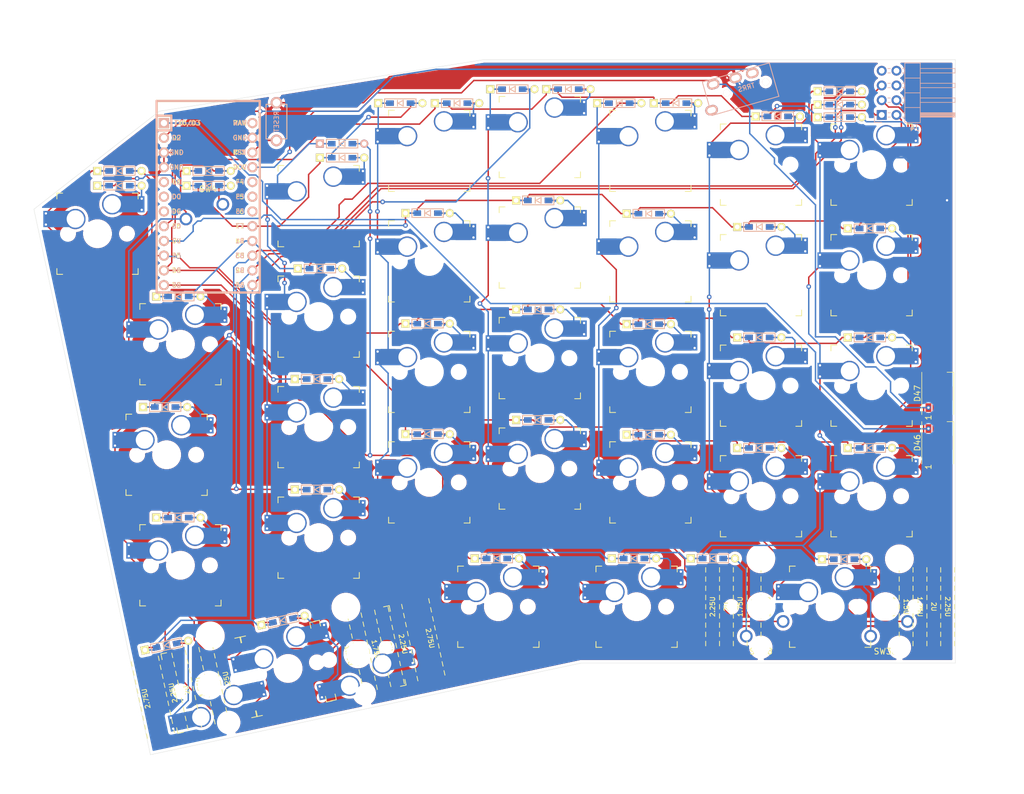
<source format=kicad_pcb>
(kicad_pcb (version 20171130) (host pcbnew "(5.1.5-0-10_14)")
  (layers (0 F.Cu signal) (31 B.Cu signal) (34 B.Paste user) (35 F.Paste user) (36 B.SilkS user) (37 F.SilkS user) (38 B.Mask user) (39 F.Mask user) (44 Edge.Cuts user))
  (net 0 "")
  (net 1 pin6)
  (net 2 pin1)
  (net 3 pin2)
  (net 4 pin3)
  (net 5 pin4)
  (net 6 pin5)
  (net 7 pin7)
  (net 8 "Net-(D8-Pad2)")
  (net 9 "Net-(D9-Pad2)")
  (net 10 "Net-(D11-Pad2)")
  (net 11 "Net-(D12-Pad2)")
  (net 12 pin8)
  (net 13 "Net-(D14-Pad2)")
  (net 14 "Net-(D17-Pad2)")
  (net 15 "Net-(D18-Pad2)")
  (net 16 pin9)
  (net 17 "Net-(D20-Pad2)")
  (net 18 "Net-(D21-Pad2)")
  (net 19 "Net-(D23-Pad2)")
  (net 20 "Net-(D24-Pad2)")
  (net 21 pin10)
  (net 22 "Net-(D26-Pad2)")
  (net 23 "Net-(D27-Pad2)")
  (net 24 "Net-(D29-Pad2)")
  (net 25 "Net-(D30-Pad2)")
  (net 26 "Net-(D32-Pad2)")
  (net 27 "Net-(D33-Pad2)")
  (net 28 "Net-(D35-Pad2)")
  (net 29 "Net-(D36-Pad2)")
  (net 30 "Net-(D38-Pad2)")
  (net 31 "Net-(D41-Pad2)")
  (net 32 "Net-(D42-Pad2)")
  (net 33 "Net-(D44-Pad2)")
  (net 34 "Net-(D45-Pad2)")
  (net 35 "Net-(D46-Pad2)")
  (net 36 "Net-(D47-Pad2)")
  (net 37 data)
  (net 38 led)
  (net 39 GND1)
  (net 40 VCC)
  (net 41 "Net-(J3-PadA)")
  (net 42 "Net-(J4-Pad6)")
  (net 43 "Net-(J4-Pad7)")
  (net 44 "Net-(J4-Pad8)")
  (net 45 reset)
  (net 46 "Net-(U1-Pad24)")
  (net 47 "Net-(D1-Pad1)")
  (net 48 "Net-(D2-Pad2)")
  (net 49 "Net-(D5-Pad2)")
  (net 50 "Net-(D6-Pad2)")
  (net 51 "Net-(D7-Pad2)")
  (net 52 "Net-(D13-Pad2)")
  (net 53 "Net-(D19-Pad2)")
  (net 54 "Net-(D25-Pad2)")
  (net 55 "Net-(D31-Pad2)")
  (net 56 "Net-(D37-Pad2)")
  (net 57 "Net-(D43-Pad2)")
  (net 58 "Net-(D3-Pad2)")
  (net 59 "Net-(D4-Pad1)")
  (net 60 "Net-(D10-Pad1)")
  (net 61 "Net-(D16-Pad1)")
  (net 62 "Net-(D22-Pad1)")
  (net 63 "Net-(D28-Pad1)")
  (net 64 "Net-(D34-Pad1)")
  (net 65 "Net-(U1-Pad5)")
  (net 66 "Net-(U1-Pad6)")
  (net 67 "Net-(U1-Pad7)")
  (net 68 "Net-(U1-Pad18)")
  (net 69 "Net-(U1-Pad19)")
  (net 70 "Net-(U1-Pad20)")
  (module SMK_SU120:D3_TH_SMD (layer F.Cu) (at 59.182 84.6455)
    (fp_text reference D6 hide)
    (fp_text value D hide)
    (pad 2 smd rect (at 1.775 0) (size 1.3 0.95) (layers F.Cu F.Paste F.Mask) (net 50 "Net-(D6-Pad2)"))
    (pad 2 thru_hole circle (at 3.81 0) (size 1.397 1.397) (drill 0.8128) (layers *.Cu *.Mask F.SilkS) (net 50 "Net-(D6-Pad2)"))
    (pad 1 thru_hole rect (at -3.81 0) (size 1.397 1.397) (drill 0.8128) (layers *.Cu *.Mask F.SilkS) (net 3 pin2))
    (pad 1 smd rect (at -1.775 0) (size 1.3 0.95) (layers B.Cu B.Paste B.Mask) (net 3 pin2))
    (pad 2 smd rect (at 1.775 0) (size 1.3 0.95) (layers B.Cu B.Paste B.Mask) (net 50 "Net-(D6-Pad2)"))
    (pad 1 smd rect (at -1.775 0) (size 1.3 0.95) (layers F.Cu F.Paste F.Mask) (net 3 pin2))
  )
  (module SMK_foostan:CherryMX_Hotswap_v2 (layer F.Cu) (at 78.074656 148.752598 12)
    (fp_text reference SW8)
    (fp_text value SW_Push)
    (pad 2 thru_hole circle (at 2.54 -5.08 12) (size 3.5 3.5) (drill 3) (layers *.Cu) (net 9 "Net-(D9-Pad2)"))
    (pad "" np_thru_hole circle (at 0 0 12) (size 3.9878 3.9878) (drill 3.9878) (layers *.Cu *.Mask))
    (pad 1 thru_hole circle (at -3.81 -2.54 12) (size 3.5 3.5) (drill 3) (layers *.Cu) (net 59 "Net-(D4-Pad1)"))
    (pad "" np_thru_hole circle (at -5.08 0 60.0996) (size 1.75 1.75) (drill 1.75) (layers *.Cu *.Mask))
    (pad "" np_thru_hole circle (at 5.08 0 60.0996) (size 1.75 1.75) (drill 1.75) (layers *.Cu *.Mask))
    (pad 1 smd rect (at -7.084999 -2.54 12) (size 2.55 2.8) (layers B.Cu B.Paste B.Mask) (net 59 "Net-(D4-Pad1)"))
    (pad 2 smd rect (at 5.815 -5.08 12) (size 2.55 2.8) (layers B.Cu B.Paste B.Mask) (net 9 "Net-(D9-Pad2)"))
    (pad 1 thru_hole circle (at -8.89 -3.502 12) (size 0.8 0.8) (drill 0.4) (layers *.Cu) (net 59 "Net-(D4-Pad1)"))
    (pad 2 thru_hole circle (at 7.62 -6.042 12) (size 0.8 0.8) (drill 0.4) (layers *.Cu) (net 9 "Net-(D9-Pad2)"))
    (pad 1 thru_hole circle (at -8.89 -1.578 12) (size 0.8 0.8) (drill 0.4) (layers *.Cu) (net 59 "Net-(D4-Pad1)"))
    (pad 2 thru_hole circle (at 7.62 -4.118 12) (size 0.8 0.8) (drill 0.4) (layers *.Cu) (net 9 "Net-(D9-Pad2)"))
    (pad 1 smd rect (at -7.085 -2.54 12) (size 4.5 2.8) (layers B.Cu) (net 59 "Net-(D4-Pad1)"))
    (pad 2 smd rect (at 5.842 -5.08 12) (size 4.5 2.8) (layers B.Cu) (net 9 "Net-(D9-Pad2)"))
  )
  (module SMK_SU120:CherryMX_MidHeight_Choc_Hotswap_2.75U_Outline (layer F.Cu) (at 78.074656 148.752598 192)
    (fp_text reference H2 hide)
    (fp_text value MountingHole hide)
    (fp_text user 2.75U (at -25.003125 0 282 unlocked) (layer F.SilkS) (effects (font (size 0.8 0.8))))
    (fp_text user 2.25U (at -20.240625 0 282 unlocked) (layer F.SilkS) (effects (font (size 0.8 0.8))))
    (fp_text user 2U (at -17.859375 0 282 unlocked) (layer F.SilkS) (effects (font (size 0.8 0.8))))
    (fp_text user 1.75U (at -15.478125 0 282 unlocked) (layer F.SilkS) (effects (font (size 0.8 0.8))))
    (fp_text user 1.5U (at -13.096875 0 282 unlocked) (layer F.SilkS) (effects (font (size 0.8 0.8))))
    (fp_text user 1.25U (at -10.715625 0 282 unlocked) (layer F.SilkS) (effects (font (size 0.8 0.8))))
    (fp_text user 2.75U (at 25.003125 0 102 unlocked) (layer F.SilkS) (effects (font (size 0.8 0.8))))
    (fp_text user 2.25U (at 20.240625 0 102 unlocked) (layer F.SilkS) (effects (font (size 0.8 0.8))))
    (fp_text user 2U (at 17.859375 0 102 unlocked) (layer F.SilkS) (effects (font (size 0.8 0.8))))
    (fp_text user 1.5U (at 13.096875 0 102 unlocked) (layer F.SilkS) (effects (font (size 0.8 0.8))))
    (fp_text user 1.75U (at 15.478125 0 102 unlocked) (layer F.SilkS) (effects (font (size 0.8 0.8))))
    (fp_text user 1.25U (at 10.715625 0 102 unlocked) (layer F.SilkS) (effects (font (size 0.8 0.8))))
    (pad "" np_thru_hole circle (at 11.938 8.255 192) (size 3.9878 3.9878) (drill 3.9878) (layers *.Cu *.Mask))
    (pad "" np_thru_hole circle (at -11.938 8.255 192) (size 3.9878 3.9878) (drill 3.9878) (layers *.Cu *.Mask))
    (pad "" np_thru_hole circle (at 11.938 -6.985 192) (size 3.048 3.048) (drill 3.048) (layers *.Cu *.Mask))
    (pad "" np_thru_hole circle (at -11.938 -6.985 192) (size 3.048 3.048) (drill 3.048) (layers *.Cu *.Mask))
  )
  (module SMK_SU120:D3_TH_SMD (layer F.Cu) (at 97.409 51.308)
    (fp_text reference D16 hide)
    (fp_text value D hide)
    (pad 2 smd rect (at 1.775 0) (size 1.3 0.95) (layers F.Cu F.Paste F.Mask) (net 2 pin1))
    (pad 2 thru_hole circle (at 3.81 0) (size 1.397 1.397) (drill 0.8128) (layers *.Cu *.Mask F.SilkS) (net 2 pin1))
    (pad 1 thru_hole rect (at -3.81 0) (size 1.397 1.397) (drill 0.8128) (layers *.Cu *.Mask F.SilkS) (net 61 "Net-(D16-Pad1)"))
    (pad 1 smd rect (at -1.775 0) (size 1.3 0.95) (layers B.Cu B.Paste B.Mask) (net 61 "Net-(D16-Pad1)"))
    (pad 2 smd rect (at 1.775 0) (size 1.3 0.95) (layers B.Cu B.Paste B.Mask) (net 2 pin1))
    (pad 1 smd rect (at -1.775 0) (size 1.3 0.95) (layers F.Cu F.Paste F.Mask) (net 61 "Net-(D16-Pad1)"))
  )
  (module SMK_SU120:D3_TH_SMD (layer F.Cu) (at 87.376 60.706)
    (fp_text reference D11 hide)
    (fp_text value D hide)
    (pad 2 smd rect (at 1.775 0) (size 1.3 0.95) (layers F.Cu F.Paste F.Mask) (net 10 "Net-(D11-Pad2)"))
    (pad 2 thru_hole circle (at 3.81 0) (size 1.397 1.397) (drill 0.8128) (layers *.Cu *.Mask F.SilkS) (net 10 "Net-(D11-Pad2)"))
    (pad 1 thru_hole rect (at -3.81 0) (size 1.397 1.397) (drill 0.8128) (layers *.Cu *.Mask F.SilkS) (net 2 pin1))
    (pad 1 smd rect (at -1.775 0) (size 1.3 0.95) (layers B.Cu B.Paste B.Mask) (net 2 pin1))
    (pad 2 smd rect (at 1.775 0) (size 1.3 0.95) (layers B.Cu B.Paste B.Mask) (net 10 "Net-(D11-Pad2)"))
    (pad 1 smd rect (at -1.775 0) (size 1.3 0.95) (layers F.Cu F.Paste F.Mask) (net 2 pin1))
  )
  (module SMK_foostan:CherryMX_Hotswap_v2 (layer F.Cu) (at 45.24375 73.81875)
    (fp_text reference SW2)
    (fp_text value SW_Push)
    (pad 2 thru_hole circle (at 2.54 -5.08) (size 3.5 3.5) (drill 3) (layers *.Cu) (net 48 "Net-(D2-Pad2)"))
    (pad "" np_thru_hole circle (at 0 0) (size 3.9878 3.9878) (drill 3.9878) (layers *.Cu *.Mask))
    (pad 1 thru_hole circle (at -3.81 -2.54) (size 3.5 3.5) (drill 3) (layers *.Cu) (net 47 "Net-(D1-Pad1)"))
    (pad "" np_thru_hole circle (at -5.08 0 48.0996) (size 1.75 1.75) (drill 1.75) (layers *.Cu *.Mask))
    (pad "" np_thru_hole circle (at 5.08 0 48.0996) (size 1.75 1.75) (drill 1.75) (layers *.Cu *.Mask))
    (pad 1 smd rect (at -7.085 -2.54) (size 2.55 2.8) (layers B.Cu B.Paste B.Mask) (net 47 "Net-(D1-Pad1)"))
    (pad 2 smd rect (at 5.815 -5.08) (size 2.55 2.8) (layers B.Cu B.Paste B.Mask) (net 48 "Net-(D2-Pad2)"))
    (pad 1 thru_hole circle (at -8.89 -3.502) (size 0.8 0.8) (drill 0.4) (layers *.Cu) (net 47 "Net-(D1-Pad1)"))
    (pad 2 thru_hole circle (at 7.62 -6.042) (size 0.8 0.8) (drill 0.4) (layers *.Cu) (net 48 "Net-(D2-Pad2)"))
    (pad 1 thru_hole circle (at -8.89 -1.578) (size 0.8 0.8) (drill 0.4) (layers *.Cu) (net 47 "Net-(D1-Pad1)"))
    (pad 2 thru_hole circle (at 7.62 -4.118) (size 0.8 0.8) (drill 0.4) (layers *.Cu) (net 48 "Net-(D2-Pad2)"))
    (pad 1 smd rect (at -7.085 -2.54) (size 4.5 2.8) (layers B.Cu) (net 47 "Net-(D1-Pad1)"))
    (pad 2 smd rect (at 5.842 -5.08) (size 4.5 2.8) (layers B.Cu) (net 48 "Net-(D2-Pad2)"))
  )
  (module SMK_SU120:D3_TH_SMD (layer F.Cu) (at 49.022 62.992)
    (fp_text reference D1 hide)
    (fp_text value D hide)
    (pad 2 smd rect (at 1.775 0) (size 1.3 0.95) (layers F.Cu F.Paste F.Mask) (net 12 pin8))
    (pad 2 thru_hole circle (at 3.81 0) (size 1.397 1.397) (drill 0.8128) (layers *.Cu *.Mask F.SilkS) (net 12 pin8))
    (pad 1 thru_hole rect (at -3.81 0) (size 1.397 1.397) (drill 0.8128) (layers *.Cu *.Mask F.SilkS) (net 47 "Net-(D1-Pad1)"))
    (pad 1 smd rect (at -1.775 0) (size 1.3 0.95) (layers B.Cu B.Paste B.Mask) (net 47 "Net-(D1-Pad1)"))
    (pad 2 smd rect (at 1.775 0) (size 1.3 0.95) (layers B.Cu B.Paste B.Mask) (net 12 pin8))
    (pad 1 smd rect (at -1.775 0) (size 1.3 0.95) (layers F.Cu F.Paste F.Mask) (net 47 "Net-(D1-Pad1)"))
  )
  (module SMK_SU120:D3_TH_SMD (layer F.Cu) (at 49.022 65.532)
    (fp_text reference D2 hide)
    (fp_text value D hide)
    (pad 2 smd rect (at 1.775 0) (size 1.3 0.95) (layers F.Cu F.Paste F.Mask) (net 48 "Net-(D2-Pad2)"))
    (pad 2 thru_hole circle (at 3.81 0) (size 1.397 1.397) (drill 0.8128) (layers *.Cu *.Mask F.SilkS) (net 48 "Net-(D2-Pad2)"))
    (pad 1 thru_hole rect (at -3.81 0) (size 1.397 1.397) (drill 0.8128) (layers *.Cu *.Mask F.SilkS) (net 2 pin1))
    (pad 1 smd rect (at -1.775 0) (size 1.3 0.95) (layers B.Cu B.Paste B.Mask) (net 2 pin1))
    (pad 2 smd rect (at 1.775 0) (size 1.3 0.95) (layers B.Cu B.Paste B.Mask) (net 48 "Net-(D2-Pad2)"))
    (pad 1 smd rect (at -1.775 0) (size 1.3 0.95) (layers F.Cu F.Paste F.Mask) (net 2 pin1))
  )
  (module SMK_SU120:D3_TH_SMD (layer F.Cu) (at 64.389 62.992)
    (fp_text reference D4 hide)
    (fp_text value D hide)
    (pad 1 smd rect (at -1.775 0) (size 1.3 0.95) (layers F.Cu F.Paste F.Mask) (net 59 "Net-(D4-Pad1)"))
    (pad 2 smd rect (at 1.775 0) (size 1.3 0.95) (layers B.Cu B.Paste B.Mask) (net 16 pin9))
    (pad 1 smd rect (at -1.775 0) (size 1.3 0.95) (layers B.Cu B.Paste B.Mask) (net 59 "Net-(D4-Pad1)"))
    (pad 1 thru_hole rect (at -3.81 0) (size 1.397 1.397) (drill 0.8128) (layers *.Cu *.Mask F.SilkS) (net 59 "Net-(D4-Pad1)"))
    (pad 2 thru_hole circle (at 3.81 0) (size 1.397 1.397) (drill 0.8128) (layers *.Cu *.Mask F.SilkS) (net 16 pin9))
    (pad 2 smd rect (at 1.775 0) (size 1.3 0.95) (layers F.Cu F.Paste F.Mask) (net 16 pin9))
  )
  (module SMK_SU120:D3_TH_SMD (layer F.Cu) (at 64.389 65.532)
    (fp_text reference D5 hide)
    (fp_text value D hide)
    (pad 2 smd rect (at 1.775 0) (size 1.3 0.95) (layers F.Cu F.Paste F.Mask) (net 49 "Net-(D5-Pad2)"))
    (pad 2 thru_hole circle (at 3.81 0) (size 1.397 1.397) (drill 0.8128) (layers *.Cu *.Mask F.SilkS) (net 49 "Net-(D5-Pad2)"))
    (pad 1 thru_hole rect (at -3.81 0) (size 1.397 1.397) (drill 0.8128) (layers *.Cu *.Mask F.SilkS) (net 2 pin1))
    (pad 1 smd rect (at -1.775 0) (size 1.3 0.95) (layers B.Cu B.Paste B.Mask) (net 2 pin1))
    (pad 2 smd rect (at 1.775 0) (size 1.3 0.95) (layers B.Cu B.Paste B.Mask) (net 49 "Net-(D5-Pad2)"))
    (pad 1 smd rect (at -1.775 0) (size 1.3 0.95) (layers F.Cu F.Paste F.Mask) (net 2 pin1))
  )
  (module SMK_SU120:D3_TH_SMD (layer F.Cu) (at 56.896 103.6955)
    (fp_text reference D7 hide)
    (fp_text value D hide)
    (pad 2 smd rect (at 1.775 0) (size 1.3 0.95) (layers F.Cu F.Paste F.Mask) (net 51 "Net-(D7-Pad2)"))
    (pad 2 thru_hole circle (at 3.81 0) (size 1.397 1.397) (drill 0.8128) (layers *.Cu *.Mask F.SilkS) (net 51 "Net-(D7-Pad2)"))
    (pad 1 thru_hole rect (at -3.81 0) (size 1.397 1.397) (drill 0.8128) (layers *.Cu *.Mask F.SilkS) (net 4 pin3))
    (pad 1 smd rect (at -1.775 0) (size 1.3 0.95) (layers B.Cu B.Paste B.Mask) (net 4 pin3))
    (pad 2 smd rect (at 1.775 0) (size 1.3 0.95) (layers B.Cu B.Paste B.Mask) (net 51 "Net-(D7-Pad2)"))
    (pad 1 smd rect (at -1.775 0) (size 1.3 0.95) (layers F.Cu F.Paste F.Mask) (net 4 pin3))
  )
  (module SMK_SU120:D3_TH_SMD (layer F.Cu) (at 59.182 122.7455)
    (fp_text reference D8 hide)
    (fp_text value D hide)
    (pad 2 smd rect (at 1.775 0) (size 1.3 0.95) (layers F.Cu F.Paste F.Mask) (net 8 "Net-(D8-Pad2)"))
    (pad 2 thru_hole circle (at 3.81 0) (size 1.397 1.397) (drill 0.8128) (layers *.Cu *.Mask F.SilkS) (net 8 "Net-(D8-Pad2)"))
    (pad 1 thru_hole rect (at -3.81 0) (size 1.397 1.397) (drill 0.8128) (layers *.Cu *.Mask F.SilkS) (net 5 pin4))
    (pad 1 smd rect (at -1.775 0) (size 1.3 0.95) (layers B.Cu B.Paste B.Mask) (net 5 pin4))
    (pad 2 smd rect (at 1.775 0) (size 1.3 0.95) (layers B.Cu B.Paste B.Mask) (net 8 "Net-(D8-Pad2)"))
    (pad 1 smd rect (at -1.775 0) (size 1.3 0.95) (layers F.Cu F.Paste F.Mask) (net 5 pin4))
  )
  (module SMK_SU120:D3_TH_SMD (layer F.Cu) (at 77.1906 140.462 12)
    (fp_text reference D9 hide)
    (fp_text value D hide)
    (pad 2 smd rect (at 1.775 0 12) (size 1.3 0.95) (layers F.Cu F.Paste F.Mask) (net 9 "Net-(D9-Pad2)"))
    (pad 2 thru_hole circle (at 3.81 0 12) (size 1.397 1.397) (drill 0.8128) (layers *.Cu *.Mask F.SilkS) (net 9 "Net-(D9-Pad2)"))
    (pad 1 thru_hole rect (at -3.81 0 12) (size 1.397 1.397) (drill 0.8128) (layers *.Cu *.Mask F.SilkS) (net 6 pin5))
    (pad 1 smd rect (at -1.775 0 12) (size 1.3 0.95) (layers B.Cu B.Paste B.Mask) (net 6 pin5))
    (pad 2 smd rect (at 1.775 0 12) (size 1.3 0.95) (layers B.Cu B.Paste B.Mask) (net 9 "Net-(D9-Pad2)"))
    (pad 1 smd rect (at -1.775 0 12) (size 1.3 0.95) (layers F.Cu F.Paste F.Mask) (net 6 pin5))
  )
  (module SMK_SU120:D3_TH_SMD (layer B.Cu) (at 87.376 58.293)
    (fp_text reference D10 hide)
    (fp_text value D hide)
    (pad 2 smd rect (at 1.775 0) (size 1.3 0.95) (layers B.Cu B.Paste B.Mask) (net 21 pin10))
    (pad 2 thru_hole circle (at 3.81 0) (size 1.397 1.397) (drill 0.8128) (layers *.Cu *.Mask B.SilkS) (net 21 pin10))
    (pad 1 thru_hole rect (at -3.81 0) (size 1.397 1.397) (drill 0.8128) (layers *.Cu *.Mask B.SilkS) (net 60 "Net-(D10-Pad1)"))
    (pad 1 smd rect (at -1.775 0) (size 1.3 0.95) (layers F.Cu F.Paste F.Mask) (net 60 "Net-(D10-Pad1)"))
    (pad 2 smd rect (at 1.775 0) (size 1.3 0.95) (layers F.Cu F.Paste F.Mask) (net 21 pin10))
    (pad 1 smd rect (at -1.775 0) (size 1.3 0.95) (layers B.Cu B.Paste B.Mask) (net 60 "Net-(D10-Pad1)"))
  )
  (module SMK_SU120:D3_TH_SMD (layer F.Cu) (at 83.566 79.8195)
    (fp_text reference D12 hide)
    (fp_text value D hide)
    (pad 2 smd rect (at 1.775 0) (size 1.3 0.95) (layers F.Cu F.Paste F.Mask) (net 11 "Net-(D12-Pad2)"))
    (pad 2 thru_hole circle (at 3.81 0) (size 1.397 1.397) (drill 0.8128) (layers *.Cu *.Mask F.SilkS) (net 11 "Net-(D12-Pad2)"))
    (pad 1 thru_hole rect (at -3.81 0) (size 1.397 1.397) (drill 0.8128) (layers *.Cu *.Mask F.SilkS) (net 3 pin2))
    (pad 1 smd rect (at -1.775 0) (size 1.3 0.95) (layers B.Cu B.Paste B.Mask) (net 3 pin2))
    (pad 2 smd rect (at 1.775 0) (size 1.3 0.95) (layers B.Cu B.Paste B.Mask) (net 11 "Net-(D12-Pad2)"))
    (pad 1 smd rect (at -1.775 0) (size 1.3 0.95) (layers F.Cu F.Paste F.Mask) (net 3 pin2))
  )
  (module SMK_SU120:D3_TH_SMD (layer F.Cu) (at 83.058 98.8695)
    (fp_text reference D13 hide)
    (fp_text value D hide)
    (pad 2 smd rect (at 1.775 0) (size 1.3 0.95) (layers F.Cu F.Paste F.Mask) (net 52 "Net-(D13-Pad2)"))
    (pad 2 thru_hole circle (at 3.81 0) (size 1.397 1.397) (drill 0.8128) (layers *.Cu *.Mask F.SilkS) (net 52 "Net-(D13-Pad2)"))
    (pad 1 thru_hole rect (at -3.81 0) (size 1.397 1.397) (drill 0.8128) (layers *.Cu *.Mask F.SilkS) (net 4 pin3))
    (pad 1 smd rect (at -1.775 0) (size 1.3 0.95) (layers B.Cu B.Paste B.Mask) (net 4 pin3))
    (pad 2 smd rect (at 1.775 0) (size 1.3 0.95) (layers B.Cu B.Paste B.Mask) (net 52 "Net-(D13-Pad2)"))
    (pad 1 smd rect (at -1.775 0) (size 1.3 0.95) (layers F.Cu F.Paste F.Mask) (net 4 pin3))
  )
  (module SMK_SU120:D3_TH_SMD (layer F.Cu) (at 83.058 117.9195)
    (fp_text reference D14 hide)
    (fp_text value D hide)
    (pad 2 smd rect (at 1.775 0) (size 1.3 0.95) (layers F.Cu F.Paste F.Mask) (net 13 "Net-(D14-Pad2)"))
    (pad 2 thru_hole circle (at 3.81 0) (size 1.397 1.397) (drill 0.8128) (layers *.Cu *.Mask F.SilkS) (net 13 "Net-(D14-Pad2)"))
    (pad 1 thru_hole rect (at -3.81 0) (size 1.397 1.397) (drill 0.8128) (layers *.Cu *.Mask F.SilkS) (net 5 pin4))
    (pad 1 smd rect (at -1.775 0) (size 1.3 0.95) (layers B.Cu B.Paste B.Mask) (net 5 pin4))
    (pad 2 smd rect (at 1.775 0) (size 1.3 0.95) (layers B.Cu B.Paste B.Mask) (net 13 "Net-(D14-Pad2)"))
    (pad 1 smd rect (at -1.775 0) (size 1.3 0.95) (layers F.Cu F.Paste F.Mask) (net 5 pin4))
  )
  (module SMK_SU120:D3_TH_SMD (layer F.Cu) (at 107.188 51.308)
    (fp_text reference D17 hide)
    (fp_text value D hide)
    (pad 2 smd rect (at 1.775 0) (size 1.3 0.95) (layers F.Cu F.Paste F.Mask) (net 14 "Net-(D17-Pad2)"))
    (pad 2 thru_hole circle (at 3.81 0) (size 1.397 1.397) (drill 0.8128) (layers *.Cu *.Mask F.SilkS) (net 14 "Net-(D17-Pad2)"))
    (pad 1 thru_hole rect (at -3.81 0) (size 1.397 1.397) (drill 0.8128) (layers *.Cu *.Mask F.SilkS) (net 1 pin6))
    (pad 1 smd rect (at -1.775 0) (size 1.3 0.95) (layers B.Cu B.Paste B.Mask) (net 1 pin6))
    (pad 2 smd rect (at 1.775 0) (size 1.3 0.95) (layers B.Cu B.Paste B.Mask) (net 14 "Net-(D17-Pad2)"))
    (pad 1 smd rect (at -1.775 0) (size 1.3 0.95) (layers F.Cu F.Paste F.Mask) (net 1 pin6))
  )
  (module SMK_SU120:D3_TH_SMD (layer F.Cu) (at 102.108 70.26275)
    (fp_text reference D18 hide)
    (fp_text value D hide)
    (pad 2 smd rect (at 1.775 0) (size 1.3 0.95) (layers F.Cu F.Paste F.Mask) (net 15 "Net-(D18-Pad2)"))
    (pad 2 thru_hole circle (at 3.81 0) (size 1.397 1.397) (drill 0.8128) (layers *.Cu *.Mask F.SilkS) (net 15 "Net-(D18-Pad2)"))
    (pad 1 thru_hole rect (at -3.81 0) (size 1.397 1.397) (drill 0.8128) (layers *.Cu *.Mask F.SilkS) (net 7 pin7))
    (pad 1 smd rect (at -1.775 0) (size 1.3 0.95) (layers B.Cu B.Paste B.Mask) (net 7 pin7))
    (pad 2 smd rect (at 1.775 0) (size 1.3 0.95) (layers B.Cu B.Paste B.Mask) (net 15 "Net-(D18-Pad2)"))
    (pad 1 smd rect (at -1.775 0) (size 1.3 0.95) (layers F.Cu F.Paste F.Mask) (net 7 pin7))
  )
  (module SMK_SU120:D3_TH_SMD (layer F.Cu) (at 102.108 89.31275)
    (fp_text reference D19 hide)
    (fp_text value D hide)
    (pad 2 smd rect (at 1.775 0) (size 1.3 0.95) (layers F.Cu F.Paste F.Mask) (net 53 "Net-(D19-Pad2)"))
    (pad 2 thru_hole circle (at 3.81 0) (size 1.397 1.397) (drill 0.8128) (layers *.Cu *.Mask F.SilkS) (net 53 "Net-(D19-Pad2)"))
    (pad 1 thru_hole rect (at -3.81 0) (size 1.397 1.397) (drill 0.8128) (layers *.Cu *.Mask F.SilkS) (net 12 pin8))
    (pad 1 smd rect (at -1.775 0) (size 1.3 0.95) (layers B.Cu B.Paste B.Mask) (net 12 pin8))
    (pad 2 smd rect (at 1.775 0) (size 1.3 0.95) (layers B.Cu B.Paste B.Mask) (net 53 "Net-(D19-Pad2)"))
    (pad 1 smd rect (at -1.775 0) (size 1.3 0.95) (layers F.Cu F.Paste F.Mask) (net 12 pin8))
  )
  (module SMK_SU120:D3_TH_SMD (layer F.Cu) (at 102.108 108.36275)
    (fp_text reference D20 hide)
    (fp_text value D hide)
    (pad 2 smd rect (at 1.775 0) (size 1.3 0.95) (layers F.Cu F.Paste F.Mask) (net 17 "Net-(D20-Pad2)"))
    (pad 2 thru_hole circle (at 3.81 0) (size 1.397 1.397) (drill 0.8128) (layers *.Cu *.Mask F.SilkS) (net 17 "Net-(D20-Pad2)"))
    (pad 1 thru_hole rect (at -3.81 0) (size 1.397 1.397) (drill 0.8128) (layers *.Cu *.Mask F.SilkS) (net 16 pin9))
    (pad 1 smd rect (at -1.775 0) (size 1.3 0.95) (layers B.Cu B.Paste B.Mask) (net 16 pin9))
    (pad 2 smd rect (at 1.775 0) (size 1.3 0.95) (layers B.Cu B.Paste B.Mask) (net 17 "Net-(D20-Pad2)"))
    (pad 1 smd rect (at -1.775 0) (size 1.3 0.95) (layers F.Cu F.Paste F.Mask) (net 16 pin9))
  )
  (module SMK_SU120:D3_TH_SMD (layer F.Cu) (at 114.046 129.794)
    (fp_text reference D21 hide)
    (fp_text value D hide)
    (pad 2 smd rect (at 1.775 0) (size 1.3 0.95) (layers F.Cu F.Paste F.Mask) (net 18 "Net-(D21-Pad2)"))
    (pad 2 thru_hole circle (at 3.81 0) (size 1.397 1.397) (drill 0.8128) (layers *.Cu *.Mask F.SilkS) (net 18 "Net-(D21-Pad2)"))
    (pad 1 thru_hole rect (at -3.81 0) (size 1.397 1.397) (drill 0.8128) (layers *.Cu *.Mask F.SilkS) (net 21 pin10))
    (pad 1 smd rect (at -1.775 0) (size 1.3 0.95) (layers B.Cu B.Paste B.Mask) (net 21 pin10))
    (pad 2 smd rect (at 1.775 0) (size 1.3 0.95) (layers B.Cu B.Paste B.Mask) (net 18 "Net-(D21-Pad2)"))
    (pad 1 smd rect (at -1.775 0) (size 1.3 0.95) (layers F.Cu F.Paste F.Mask) (net 21 pin10))
  )
  (module SMK_SU120:D3_TH_SMD (layer F.Cu) (at 116.713 48.895)
    (fp_text reference D22 hide)
    (fp_text value D hide)
    (pad 1 smd rect (at -1.775 0) (size 1.3 0.95) (layers F.Cu F.Paste F.Mask) (net 62 "Net-(D22-Pad1)"))
    (pad 2 smd rect (at 1.775 0) (size 1.3 0.95) (layers B.Cu B.Paste B.Mask) (net 3 pin2))
    (pad 1 smd rect (at -1.775 0) (size 1.3 0.95) (layers B.Cu B.Paste B.Mask) (net 62 "Net-(D22-Pad1)"))
    (pad 1 thru_hole rect (at -3.81 0) (size 1.397 1.397) (drill 0.8128) (layers *.Cu *.Mask F.SilkS) (net 62 "Net-(D22-Pad1)"))
    (pad 2 thru_hole circle (at 3.81 0) (size 1.397 1.397) (drill 0.8128) (layers *.Cu *.Mask F.SilkS) (net 3 pin2))
    (pad 2 smd rect (at 1.775 0) (size 1.3 0.95) (layers F.Cu F.Paste F.Mask) (net 3 pin2))
  )
  (module SMK_SU120:D3_TH_SMD (layer F.Cu) (at 126.365 48.895)
    (fp_text reference D23 hide)
    (fp_text value D hide)
    (pad 2 smd rect (at 1.775 0) (size 1.3 0.95) (layers F.Cu F.Paste F.Mask) (net 19 "Net-(D23-Pad2)"))
    (pad 2 thru_hole circle (at 3.81 0) (size 1.397 1.397) (drill 0.8128) (layers *.Cu *.Mask F.SilkS) (net 19 "Net-(D23-Pad2)"))
    (pad 1 thru_hole rect (at -3.81 0) (size 1.397 1.397) (drill 0.8128) (layers *.Cu *.Mask F.SilkS) (net 1 pin6))
    (pad 1 smd rect (at -1.775 0) (size 1.3 0.95) (layers B.Cu B.Paste B.Mask) (net 1 pin6))
    (pad 2 smd rect (at 1.775 0) (size 1.3 0.95) (layers B.Cu B.Paste B.Mask) (net 19 "Net-(D23-Pad2)"))
    (pad 1 smd rect (at -1.775 0) (size 1.3 0.95) (layers F.Cu F.Paste F.Mask) (net 1 pin6))
  )
  (module SMK_SU120:D3_TH_SMD (layer F.Cu) (at 121.158 68.072)
    (fp_text reference D24 hide)
    (fp_text value D hide)
    (pad 2 smd rect (at 1.775 0) (size 1.3 0.95) (layers F.Cu F.Paste F.Mask) (net 20 "Net-(D24-Pad2)"))
    (pad 2 thru_hole circle (at 3.81 0) (size 1.397 1.397) (drill 0.8128) (layers *.Cu *.Mask F.SilkS) (net 20 "Net-(D24-Pad2)"))
    (pad 1 thru_hole rect (at -3.81 0) (size 1.397 1.397) (drill 0.8128) (layers *.Cu *.Mask F.SilkS) (net 7 pin7))
    (pad 1 smd rect (at -1.775 0) (size 1.3 0.95) (layers B.Cu B.Paste B.Mask) (net 7 pin7))
    (pad 2 smd rect (at 1.775 0) (size 1.3 0.95) (layers B.Cu B.Paste B.Mask) (net 20 "Net-(D24-Pad2)"))
    (pad 1 smd rect (at -1.775 0) (size 1.3 0.95) (layers F.Cu F.Paste F.Mask) (net 7 pin7))
  )
  (module SMK_SU120:D3_TH_SMD (layer F.Cu) (at 121.158 86.868)
    (fp_text reference D25 hide)
    (fp_text value D hide)
    (pad 2 smd rect (at 1.775 0) (size 1.3 0.95) (layers F.Cu F.Paste F.Mask) (net 54 "Net-(D25-Pad2)"))
    (pad 2 thru_hole circle (at 3.81 0) (size 1.397 1.397) (drill 0.8128) (layers *.Cu *.Mask F.SilkS) (net 54 "Net-(D25-Pad2)"))
    (pad 1 thru_hole rect (at -3.81 0) (size 1.397 1.397) (drill 0.8128) (layers *.Cu *.Mask F.SilkS) (net 12 pin8))
    (pad 1 smd rect (at -1.775 0) (size 1.3 0.95) (layers B.Cu B.Paste B.Mask) (net 12 pin8))
    (pad 2 smd rect (at 1.775 0) (size 1.3 0.95) (layers B.Cu B.Paste B.Mask) (net 54 "Net-(D25-Pad2)"))
    (pad 1 smd rect (at -1.775 0) (size 1.3 0.95) (layers F.Cu F.Paste F.Mask) (net 12 pin8))
  )
  (module SMK_SU120:D3_TH_SMD (layer F.Cu) (at 121.158 105.918)
    (fp_text reference D26 hide)
    (fp_text value D hide)
    (pad 2 smd rect (at 1.775 0) (size 1.3 0.95) (layers F.Cu F.Paste F.Mask) (net 22 "Net-(D26-Pad2)"))
    (pad 2 thru_hole circle (at 3.81 0) (size 1.397 1.397) (drill 0.8128) (layers *.Cu *.Mask F.SilkS) (net 22 "Net-(D26-Pad2)"))
    (pad 1 thru_hole rect (at -3.81 0) (size 1.397 1.397) (drill 0.8128) (layers *.Cu *.Mask F.SilkS) (net 16 pin9))
    (pad 1 smd rect (at -1.775 0) (size 1.3 0.95) (layers B.Cu B.Paste B.Mask) (net 16 pin9))
    (pad 2 smd rect (at 1.775 0) (size 1.3 0.95) (layers B.Cu B.Paste B.Mask) (net 22 "Net-(D26-Pad2)"))
    (pad 1 smd rect (at -1.775 0) (size 1.3 0.95) (layers F.Cu F.Paste F.Mask) (net 16 pin9))
  )
  (module SMK_SU120:D3_TH_SMD (layer F.Cu) (at 137.668 129.794)
    (fp_text reference D27 hide)
    (fp_text value D hide)
    (pad 2 smd rect (at 1.775 0) (size 1.3 0.95) (layers F.Cu F.Paste F.Mask) (net 23 "Net-(D27-Pad2)"))
    (pad 2 thru_hole circle (at 3.81 0) (size 1.397 1.397) (drill 0.8128) (layers *.Cu *.Mask F.SilkS) (net 23 "Net-(D27-Pad2)"))
    (pad 1 thru_hole rect (at -3.81 0) (size 1.397 1.397) (drill 0.8128) (layers *.Cu *.Mask F.SilkS) (net 21 pin10))
    (pad 1 smd rect (at -1.775 0) (size 1.3 0.95) (layers B.Cu B.Paste B.Mask) (net 21 pin10))
    (pad 2 smd rect (at 1.775 0) (size 1.3 0.95) (layers B.Cu B.Paste B.Mask) (net 23 "Net-(D27-Pad2)"))
    (pad 1 smd rect (at -1.775 0) (size 1.3 0.95) (layers F.Cu F.Paste F.Mask) (net 21 pin10))
  )
  (module SMK_SU120:D3_TH_SMD (layer F.Cu) (at 135.128 51.308)
    (fp_text reference D28 hide)
    (fp_text value D hide)
    (pad 2 smd rect (at 1.775 0) (size 1.3 0.95) (layers F.Cu F.Paste F.Mask) (net 4 pin3))
    (pad 2 thru_hole circle (at 3.81 0) (size 1.397 1.397) (drill 0.8128) (layers *.Cu *.Mask F.SilkS) (net 4 pin3))
    (pad 1 thru_hole rect (at -3.81 0) (size 1.397 1.397) (drill 0.8128) (layers *.Cu *.Mask F.SilkS) (net 63 "Net-(D28-Pad1)"))
    (pad 1 smd rect (at -1.775 0) (size 1.3 0.95) (layers B.Cu B.Paste B.Mask) (net 63 "Net-(D28-Pad1)"))
    (pad 2 smd rect (at 1.775 0) (size 1.3 0.95) (layers B.Cu B.Paste B.Mask) (net 4 pin3))
    (pad 1 smd rect (at -1.775 0) (size 1.3 0.95) (layers F.Cu F.Paste F.Mask) (net 63 "Net-(D28-Pad1)"))
  )
  (module SMK_SU120:D3_TH_SMD (layer F.Cu) (at 144.907 51.308)
    (fp_text reference D29 hide)
    (fp_text value D hide)
    (pad 2 smd rect (at 1.775 0) (size 1.3 0.95) (layers F.Cu F.Paste F.Mask) (net 24 "Net-(D29-Pad2)"))
    (pad 2 thru_hole circle (at 3.81 0) (size 1.397 1.397) (drill 0.8128) (layers *.Cu *.Mask F.SilkS) (net 24 "Net-(D29-Pad2)"))
    (pad 1 thru_hole rect (at -3.81 0) (size 1.397 1.397) (drill 0.8128) (layers *.Cu *.Mask F.SilkS) (net 1 pin6))
    (pad 1 smd rect (at -1.775 0) (size 1.3 0.95) (layers B.Cu B.Paste B.Mask) (net 1 pin6))
    (pad 2 smd rect (at 1.775 0) (size 1.3 0.95) (layers B.Cu B.Paste B.Mask) (net 24 "Net-(D29-Pad2)"))
    (pad 1 smd rect (at -1.775 0) (size 1.3 0.95) (layers F.Cu F.Paste F.Mask) (net 1 pin6))
  )
  (module SMK_SU120:D3_TH_SMD (layer F.Cu) (at 140.208 70.358)
    (fp_text reference D30 hide)
    (fp_text value D hide)
    (pad 2 smd rect (at 1.775 0) (size 1.3 0.95) (layers F.Cu F.Paste F.Mask) (net 25 "Net-(D30-Pad2)"))
    (pad 2 thru_hole circle (at 3.81 0) (size 1.397 1.397) (drill 0.8128) (layers *.Cu *.Mask F.SilkS) (net 25 "Net-(D30-Pad2)"))
    (pad 1 thru_hole rect (at -3.81 0) (size 1.397 1.397) (drill 0.8128) (layers *.Cu *.Mask F.SilkS) (net 7 pin7))
    (pad 1 smd rect (at -1.775 0) (size 1.3 0.95) (layers B.Cu B.Paste B.Mask) (net 7 pin7))
    (pad 2 smd rect (at 1.775 0) (size 1.3 0.95) (layers B.Cu B.Paste B.Mask) (net 25 "Net-(D30-Pad2)"))
    (pad 1 smd rect (at -1.775 0) (size 1.3 0.95) (layers F.Cu F.Paste F.Mask) (net 7 pin7))
  )
  (module SMK_SU120:D3_TH_SMD (layer F.Cu) (at 140.208 89.408)
    (fp_text reference D31 hide)
    (fp_text value D hide)
    (pad 2 smd rect (at 1.775 0) (size 1.3 0.95) (layers F.Cu F.Paste F.Mask) (net 55 "Net-(D31-Pad2)"))
    (pad 2 thru_hole circle (at 3.81 0) (size 1.397 1.397) (drill 0.8128) (layers *.Cu *.Mask F.SilkS) (net 55 "Net-(D31-Pad2)"))
    (pad 1 thru_hole rect (at -3.81 0) (size 1.397 1.397) (drill 0.8128) (layers *.Cu *.Mask F.SilkS) (net 12 pin8))
    (pad 1 smd rect (at -1.775 0) (size 1.3 0.95) (layers B.Cu B.Paste B.Mask) (net 12 pin8))
    (pad 2 smd rect (at 1.775 0) (size 1.3 0.95) (layers B.Cu B.Paste B.Mask) (net 55 "Net-(D31-Pad2)"))
    (pad 1 smd rect (at -1.775 0) (size 1.3 0.95) (layers F.Cu F.Paste F.Mask) (net 12 pin8))
  )
  (module SMK_SU120:D3_TH_SMD (layer F.Cu) (at 140.208 108.458)
    (fp_text reference D32 hide)
    (fp_text value D hide)
    (pad 2 smd rect (at 1.775 0) (size 1.3 0.95) (layers F.Cu F.Paste F.Mask) (net 26 "Net-(D32-Pad2)"))
    (pad 2 thru_hole circle (at 3.81 0) (size 1.397 1.397) (drill 0.8128) (layers *.Cu *.Mask F.SilkS) (net 26 "Net-(D32-Pad2)"))
    (pad 1 thru_hole rect (at -3.81 0) (size 1.397 1.397) (drill 0.8128) (layers *.Cu *.Mask F.SilkS) (net 16 pin9))
    (pad 1 smd rect (at -1.775 0) (size 1.3 0.95) (layers B.Cu B.Paste B.Mask) (net 16 pin9))
    (pad 2 smd rect (at 1.775 0) (size 1.3 0.95) (layers B.Cu B.Paste B.Mask) (net 26 "Net-(D32-Pad2)"))
    (pad 1 smd rect (at -1.775 0) (size 1.3 0.95) (layers F.Cu F.Paste F.Mask) (net 16 pin9))
  )
  (module SMK_SU120:D3_TH_SMD (layer F.Cu) (at 151.257 129.794)
    (fp_text reference D33 hide)
    (fp_text value D hide)
    (pad 2 smd rect (at 1.775 0) (size 1.3 0.95) (layers F.Cu F.Paste F.Mask) (net 27 "Net-(D33-Pad2)"))
    (pad 2 thru_hole circle (at 3.81 0) (size 1.397 1.397) (drill 0.8128) (layers *.Cu *.Mask F.SilkS) (net 27 "Net-(D33-Pad2)"))
    (pad 1 thru_hole rect (at -3.81 0) (size 1.397 1.397) (drill 0.8128) (layers *.Cu *.Mask F.SilkS) (net 21 pin10))
    (pad 1 smd rect (at -1.775 0) (size 1.3 0.95) (layers B.Cu B.Paste B.Mask) (net 21 pin10))
    (pad 2 smd rect (at 1.775 0) (size 1.3 0.95) (layers B.Cu B.Paste B.Mask) (net 27 "Net-(D33-Pad2)"))
    (pad 1 smd rect (at -1.775 0) (size 1.3 0.95) (layers F.Cu F.Paste F.Mask) (net 21 pin10))
  )
  (module SMK_SU120:D3_TH_SMD (layer F.Cu) (at 173.101 49.276)
    (fp_text reference D34 hide)
    (fp_text value D hide)
    (pad 1 smd rect (at -1.775 0) (size 1.3 0.95) (layers F.Cu F.Paste F.Mask) (net 64 "Net-(D34-Pad1)"))
    (pad 2 smd rect (at 1.775 0) (size 1.3 0.95) (layers B.Cu B.Paste B.Mask) (net 5 pin4))
    (pad 1 smd rect (at -1.775 0) (size 1.3 0.95) (layers B.Cu B.Paste B.Mask) (net 64 "Net-(D34-Pad1)"))
    (pad 1 thru_hole rect (at -3.81 0) (size 1.397 1.397) (drill 0.8128) (layers *.Cu *.Mask F.SilkS) (net 64 "Net-(D34-Pad1)"))
    (pad 2 thru_hole circle (at 3.81 0) (size 1.397 1.397) (drill 0.8128) (layers *.Cu *.Mask F.SilkS) (net 5 pin4))
    (pad 2 smd rect (at 1.775 0) (size 1.3 0.95) (layers F.Cu F.Paste F.Mask) (net 5 pin4))
  )
  (module SMK_SU120:D3_TH_SMD (layer F.Cu) (at 162.433 53.594)
    (fp_text reference D35 hide)
    (fp_text value D hide)
    (pad 2 smd rect (at 1.775 0) (size 1.3 0.95) (layers F.Cu F.Paste F.Mask) (net 28 "Net-(D35-Pad2)"))
    (pad 2 thru_hole circle (at 3.81 0) (size 1.397 1.397) (drill 0.8128) (layers *.Cu *.Mask F.SilkS) (net 28 "Net-(D35-Pad2)"))
    (pad 1 thru_hole rect (at -3.81 0) (size 1.397 1.397) (drill 0.8128) (layers *.Cu *.Mask F.SilkS) (net 1 pin6))
    (pad 1 smd rect (at -1.775 0) (size 1.3 0.95) (layers B.Cu B.Paste B.Mask) (net 1 pin6))
    (pad 2 smd rect (at 1.775 0) (size 1.3 0.95) (layers B.Cu B.Paste B.Mask) (net 28 "Net-(D35-Pad2)"))
    (pad 1 smd rect (at -1.775 0) (size 1.3 0.95) (layers F.Cu F.Paste F.Mask) (net 1 pin6))
  )
  (module SMK_SU120:D3_TH_SMD (layer F.Cu) (at 159.258 72.644)
    (fp_text reference D36 hide)
    (fp_text value D hide)
    (pad 2 smd rect (at 1.775 0) (size 1.3 0.95) (layers F.Cu F.Paste F.Mask) (net 29 "Net-(D36-Pad2)"))
    (pad 2 thru_hole circle (at 3.81 0) (size 1.397 1.397) (drill 0.8128) (layers *.Cu *.Mask F.SilkS) (net 29 "Net-(D36-Pad2)"))
    (pad 1 thru_hole rect (at -3.81 0) (size 1.397 1.397) (drill 0.8128) (layers *.Cu *.Mask F.SilkS) (net 7 pin7))
    (pad 1 smd rect (at -1.775 0) (size 1.3 0.95) (layers B.Cu B.Paste B.Mask) (net 7 pin7))
    (pad 2 smd rect (at 1.775 0) (size 1.3 0.95) (layers B.Cu B.Paste B.Mask) (net 29 "Net-(D36-Pad2)"))
    (pad 1 smd rect (at -1.775 0) (size 1.3 0.95) (layers F.Cu F.Paste F.Mask) (net 7 pin7))
  )
  (module SMK_SU120:D3_TH_SMD (layer F.Cu) (at 159.258 91.694)
    (fp_text reference D37 hide)
    (fp_text value D hide)
    (pad 2 smd rect (at 1.775 0) (size 1.3 0.95) (layers F.Cu F.Paste F.Mask) (net 56 "Net-(D37-Pad2)"))
    (pad 2 thru_hole circle (at 3.81 0) (size 1.397 1.397) (drill 0.8128) (layers *.Cu *.Mask F.SilkS) (net 56 "Net-(D37-Pad2)"))
    (pad 1 thru_hole rect (at -3.81 0) (size 1.397 1.397) (drill 0.8128) (layers *.Cu *.Mask F.SilkS) (net 12 pin8))
    (pad 1 smd rect (at -1.775 0) (size 1.3 0.95) (layers B.Cu B.Paste B.Mask) (net 12 pin8))
    (pad 2 smd rect (at 1.775 0) (size 1.3 0.95) (layers B.Cu B.Paste B.Mask) (net 56 "Net-(D37-Pad2)"))
    (pad 1 smd rect (at -1.775 0) (size 1.3 0.95) (layers F.Cu F.Paste F.Mask) (net 12 pin8))
  )
  (module SMK_SU120:D3_TH_SMD (layer F.Cu) (at 159.258 110.744)
    (fp_text reference D38 hide)
    (fp_text value D hide)
    (pad 2 smd rect (at 1.775 0) (size 1.3 0.95) (layers F.Cu F.Paste F.Mask) (net 30 "Net-(D38-Pad2)"))
    (pad 2 thru_hole circle (at 3.81 0) (size 1.397 1.397) (drill 0.8128) (layers *.Cu *.Mask F.SilkS) (net 30 "Net-(D38-Pad2)"))
    (pad 1 thru_hole rect (at -3.81 0) (size 1.397 1.397) (drill 0.8128) (layers *.Cu *.Mask F.SilkS) (net 16 pin9))
    (pad 1 smd rect (at -1.775 0) (size 1.3 0.95) (layers B.Cu B.Paste B.Mask) (net 16 pin9))
    (pad 2 smd rect (at 1.775 0) (size 1.3 0.95) (layers B.Cu B.Paste B.Mask) (net 30 "Net-(D38-Pad2)"))
    (pad 1 smd rect (at -1.775 0) (size 1.3 0.95) (layers F.Cu F.Paste F.Mask) (net 16 pin9))
  )
  (module SMK_SU120:D3_TH_SMD (layer F.Cu) (at 173.101 51.562)
    (fp_text reference D40 hide)
    (fp_text value D hide)
    (pad 2 smd rect (at 1.775 0) (size 1.3 0.95) (layers F.Cu F.Paste F.Mask) (net 6 pin5))
    (pad 2 thru_hole circle (at 3.81 0) (size 1.397 1.397) (drill 0.8128) (layers *.Cu *.Mask F.SilkS) (net 6 pin5))
    (pad 1 thru_hole rect (at -3.81 0) (size 1.397 1.397) (drill 0.8128) (layers *.Cu *.Mask F.SilkS) (net 21 pin10))
    (pad 1 smd rect (at -1.775 0) (size 1.3 0.95) (layers B.Cu B.Paste B.Mask) (net 21 pin10))
    (pad 2 smd rect (at 1.775 0) (size 1.3 0.95) (layers B.Cu B.Paste B.Mask) (net 6 pin5))
    (pad 1 smd rect (at -1.775 0) (size 1.3 0.95) (layers F.Cu F.Paste F.Mask) (net 21 pin10))
  )
  (module SMK_SU120:D3_TH_SMD (layer F.Cu) (at 173.101 53.721)
    (fp_text reference D41 hide)
    (fp_text value D hide)
    (pad 2 smd rect (at 1.775 0) (size 1.3 0.95) (layers F.Cu F.Paste F.Mask) (net 31 "Net-(D41-Pad2)"))
    (pad 2 thru_hole circle (at 3.81 0) (size 1.397 1.397) (drill 0.8128) (layers *.Cu *.Mask F.SilkS) (net 31 "Net-(D41-Pad2)"))
    (pad 1 thru_hole rect (at -3.81 0) (size 1.397 1.397) (drill 0.8128) (layers *.Cu *.Mask F.SilkS) (net 1 pin6))
    (pad 1 smd rect (at -1.775 0) (size 1.3 0.95) (layers B.Cu B.Paste B.Mask) (net 1 pin6))
    (pad 2 smd rect (at 1.775 0) (size 1.3 0.95) (layers B.Cu B.Paste B.Mask) (net 31 "Net-(D41-Pad2)"))
    (pad 1 smd rect (at -1.775 0) (size 1.3 0.95) (layers F.Cu F.Paste F.Mask) (net 1 pin6))
  )
  (module SMK_SU120:D3_TH_SMD (layer F.Cu) (at 178.308 72.898)
    (fp_text reference D42 hide)
    (fp_text value D hide)
    (pad 2 smd rect (at 1.775 0) (size 1.3 0.95) (layers F.Cu F.Paste F.Mask) (net 32 "Net-(D42-Pad2)"))
    (pad 2 thru_hole circle (at 3.81 0) (size 1.397 1.397) (drill 0.8128) (layers *.Cu *.Mask F.SilkS) (net 32 "Net-(D42-Pad2)"))
    (pad 1 thru_hole rect (at -3.81 0) (size 1.397 1.397) (drill 0.8128) (layers *.Cu *.Mask F.SilkS) (net 7 pin7))
    (pad 1 smd rect (at -1.775 0) (size 1.3 0.95) (layers B.Cu B.Paste B.Mask) (net 7 pin7))
    (pad 2 smd rect (at 1.775 0) (size 1.3 0.95) (layers B.Cu B.Paste B.Mask) (net 32 "Net-(D42-Pad2)"))
    (pad 1 smd rect (at -1.775 0) (size 1.3 0.95) (layers F.Cu F.Paste F.Mask) (net 7 pin7))
  )
  (module SMK_SU120:D3_TH_SMD (layer F.Cu) (at 178.308 91.694)
    (fp_text reference D43 hide)
    (fp_text value D hide)
    (pad 2 smd rect (at 1.775 0) (size 1.3 0.95) (layers F.Cu F.Paste F.Mask) (net 57 "Net-(D43-Pad2)"))
    (pad 2 thru_hole circle (at 3.81 0) (size 1.397 1.397) (drill 0.8128) (layers *.Cu *.Mask F.SilkS) (net 57 "Net-(D43-Pad2)"))
    (pad 1 thru_hole rect (at -3.81 0) (size 1.397 1.397) (drill 0.8128) (layers *.Cu *.Mask F.SilkS) (net 12 pin8))
    (pad 1 smd rect (at -1.775 0) (size 1.3 0.95) (layers B.Cu B.Paste B.Mask) (net 12 pin8))
    (pad 2 smd rect (at 1.775 0) (size 1.3 0.95) (layers B.Cu B.Paste B.Mask) (net 57 "Net-(D43-Pad2)"))
    (pad 1 smd rect (at -1.775 0) (size 1.3 0.95) (layers F.Cu F.Paste F.Mask) (net 12 pin8))
  )
  (module SMK_SU120:D3_TH_SMD (layer F.Cu) (at 178.308 110.744)
    (fp_text reference D44 hide)
    (fp_text value D hide)
    (pad 2 smd rect (at 1.775 0) (size 1.3 0.95) (layers F.Cu F.Paste F.Mask) (net 33 "Net-(D44-Pad2)"))
    (pad 2 thru_hole circle (at 3.81 0) (size 1.397 1.397) (drill 0.8128) (layers *.Cu *.Mask F.SilkS) (net 33 "Net-(D44-Pad2)"))
    (pad 1 thru_hole rect (at -3.81 0) (size 1.397 1.397) (drill 0.8128) (layers *.Cu *.Mask F.SilkS) (net 16 pin9))
    (pad 1 smd rect (at -1.775 0) (size 1.3 0.95) (layers B.Cu B.Paste B.Mask) (net 16 pin9))
    (pad 2 smd rect (at 1.775 0) (size 1.3 0.95) (layers B.Cu B.Paste B.Mask) (net 33 "Net-(D44-Pad2)"))
    (pad 1 smd rect (at -1.775 0) (size 1.3 0.95) (layers F.Cu F.Paste F.Mask) (net 16 pin9))
  )
  (module SMK_SU120:D3_TH_SMD (layer F.Cu) (at 173.863 129.921)
    (fp_text reference D45 hide)
    (fp_text value D hide)
    (pad 2 smd rect (at 1.775 0) (size 1.3 0.95) (layers F.Cu F.Paste F.Mask) (net 34 "Net-(D45-Pad2)"))
    (pad 2 thru_hole circle (at 3.81 0) (size 1.397 1.397) (drill 0.8128) (layers *.Cu *.Mask F.SilkS) (net 34 "Net-(D45-Pad2)"))
    (pad 1 thru_hole rect (at -3.81 0) (size 1.397 1.397) (drill 0.8128) (layers *.Cu *.Mask F.SilkS) (net 21 pin10))
    (pad 1 smd rect (at -1.775 0) (size 1.3 0.95) (layers B.Cu B.Paste B.Mask) (net 21 pin10))
    (pad 2 smd rect (at 1.775 0) (size 1.3 0.95) (layers B.Cu B.Paste B.Mask) (net 34 "Net-(D45-Pad2)"))
    (pad 1 smd rect (at -1.775 0) (size 1.3 0.95) (layers F.Cu F.Paste F.Mask) (net 21 pin10))
  )
  (module SMK_SU120:MJ-4PP-9 (layer B.Cu) (at 161.798 47.244 106)
    (fp_text reference J3)
    (fp_text value MJ-4PP-9 hide)
    (fp_text user TRRS (at 0 -4.96095 16) (layer B.SilkS) (effects (font (size 0.8 0.8)) (justify mirror)))
    (pad A thru_hole oval (at -2.1 -11.8 106) (size 1.7 2.2) (drill oval 1 1.5) (layers *.Cu *.Mask B.SilkS) (net 41 "Net-(J3-PadA)") (clearance 0.15))
    (pad D thru_hole oval (at 2.1 -10.3 106) (size 1.7 2.2) (drill oval 1 1.5) (layers *.Cu *.Mask B.SilkS) (net 40 VCC) (clearance 0.15))
    (pad C thru_hole oval (at 2.1 -6.3 106) (size 1.7 2.2) (drill oval 1 1.5) (layers *.Cu *.Mask B.SilkS) (net 39 GND1) (clearance 0.15))
    (pad B thru_hole oval (at 2.1 -3.3 106) (size 1.7 2.2) (drill oval 1 1.5) (layers *.Cu *.Mask B.SilkS) (net 37 data) (clearance 0.15))
    (pad "" np_thru_hole circle (at 0 -8.5 106) (size 1.2 1.2) (drill 1.2) (layers *.Cu *.Mask B.SilkS))
    (pad "" np_thru_hole circle (at 0 -1.5 106) (size 1.2 1.2) (drill 1.2) (layers *.Cu *.Mask B.SilkS))
  )
  (module SMK_foostan:CherryMX_Hotswap_v2 (layer F.Cu) (at 59.53125 92.86875)
    (fp_text reference SW5)
    (fp_text value SW_Push)
    (pad 2 thru_hole circle (at 2.54 -5.08) (size 3.5 3.5) (drill 3) (layers *.Cu) (net 50 "Net-(D6-Pad2)"))
    (pad "" np_thru_hole circle (at 0 0) (size 3.9878 3.9878) (drill 3.9878) (layers *.Cu *.Mask))
    (pad 1 thru_hole circle (at -3.81 -2.54) (size 3.5 3.5) (drill 3) (layers *.Cu) (net 59 "Net-(D4-Pad1)"))
    (pad "" np_thru_hole circle (at -5.08 0 48.0996) (size 1.75 1.75) (drill 1.75) (layers *.Cu *.Mask))
    (pad "" np_thru_hole circle (at 5.08 0 48.0996) (size 1.75 1.75) (drill 1.75) (layers *.Cu *.Mask))
    (pad 1 smd rect (at -7.085 -2.54) (size 2.55 2.8) (layers B.Cu B.Paste B.Mask) (net 59 "Net-(D4-Pad1)"))
    (pad 2 smd rect (at 5.815 -5.08) (size 2.55 2.8) (layers B.Cu B.Paste B.Mask) (net 50 "Net-(D6-Pad2)"))
    (pad 1 thru_hole circle (at -8.89 -3.502) (size 0.8 0.8) (drill 0.4) (layers *.Cu) (net 59 "Net-(D4-Pad1)"))
    (pad 2 thru_hole circle (at 7.62 -6.042) (size 0.8 0.8) (drill 0.4) (layers *.Cu) (net 50 "Net-(D6-Pad2)"))
    (pad 1 thru_hole circle (at -8.89 -1.578) (size 0.8 0.8) (drill 0.4) (layers *.Cu) (net 59 "Net-(D4-Pad1)"))
    (pad 2 thru_hole circle (at 7.62 -4.118) (size 0.8 0.8) (drill 0.4) (layers *.Cu) (net 50 "Net-(D6-Pad2)"))
    (pad 1 smd rect (at -7.085 -2.54) (size 4.5 2.8) (layers B.Cu) (net 59 "Net-(D4-Pad1)"))
    (pad 2 smd rect (at 5.842 -5.08) (size 4.5 2.8) (layers B.Cu) (net 50 "Net-(D6-Pad2)"))
  )
  (module SMK_foostan:CherryMX_Hotswap_v2 (layer F.Cu) (at 57.15 111.91875)
    (fp_text reference SW6)
    (fp_text value SW_Push)
    (pad 2 thru_hole circle (at 2.54 -5.08) (size 3.5 3.5) (drill 3) (layers *.Cu) (net 51 "Net-(D7-Pad2)"))
    (pad "" np_thru_hole circle (at 0 0) (size 3.9878 3.9878) (drill 3.9878) (layers *.Cu *.Mask))
    (pad 1 thru_hole circle (at -3.81 -2.54) (size 3.5 3.5) (drill 3) (layers *.Cu) (net 59 "Net-(D4-Pad1)"))
    (pad "" np_thru_hole circle (at -5.08 0 48.0996) (size 1.75 1.75) (drill 1.75) (layers *.Cu *.Mask))
    (pad "" np_thru_hole circle (at 5.08 0 48.0996) (size 1.75 1.75) (drill 1.75) (layers *.Cu *.Mask))
    (pad 1 smd rect (at -7.085 -2.54) (size 2.55 2.8) (layers B.Cu B.Paste B.Mask) (net 59 "Net-(D4-Pad1)"))
    (pad 2 smd rect (at 5.815 -5.08) (size 2.55 2.8) (layers B.Cu B.Paste B.Mask) (net 51 "Net-(D7-Pad2)"))
    (pad 1 thru_hole circle (at -8.89 -3.502) (size 0.8 0.8) (drill 0.4) (layers *.Cu) (net 59 "Net-(D4-Pad1)"))
    (pad 2 thru_hole circle (at 7.62 -6.042) (size 0.8 0.8) (drill 0.4) (layers *.Cu) (net 51 "Net-(D7-Pad2)"))
    (pad 1 thru_hole circle (at -8.89 -1.578) (size 0.8 0.8) (drill 0.4) (layers *.Cu) (net 59 "Net-(D4-Pad1)"))
    (pad 2 thru_hole circle (at 7.62 -4.118) (size 0.8 0.8) (drill 0.4) (layers *.Cu) (net 51 "Net-(D7-Pad2)"))
    (pad 1 smd rect (at -7.085 -2.54) (size 4.5 2.8) (layers B.Cu) (net 59 "Net-(D4-Pad1)"))
    (pad 2 smd rect (at 5.842 -5.08) (size 4.5 2.8) (layers B.Cu) (net 51 "Net-(D7-Pad2)"))
  )
  (module SMK_foostan:CherryMX_Hotswap_v2 (layer F.Cu) (at 59.53125 130.96875)
    (fp_text reference SW7)
    (fp_text value SW_Push)
    (pad 2 thru_hole circle (at 2.54 -5.08) (size 3.5 3.5) (drill 3) (layers *.Cu) (net 8 "Net-(D8-Pad2)"))
    (pad "" np_thru_hole circle (at 0 0) (size 3.9878 3.9878) (drill 3.9878) (layers *.Cu *.Mask))
    (pad 1 thru_hole circle (at -3.81 -2.54) (size 3.5 3.5) (drill 3) (layers *.Cu) (net 59 "Net-(D4-Pad1)"))
    (pad "" np_thru_hole circle (at -5.08 0 48.0996) (size 1.75 1.75) (drill 1.75) (layers *.Cu *.Mask))
    (pad "" np_thru_hole circle (at 5.08 0 48.0996) (size 1.75 1.75) (drill 1.75) (layers *.Cu *.Mask))
    (pad 1 smd rect (at -7.085 -2.54) (size 2.55 2.8) (layers B.Cu B.Paste B.Mask) (net 59 "Net-(D4-Pad1)"))
    (pad 2 smd rect (at 5.815 -5.08) (size 2.55 2.8) (layers B.Cu B.Paste B.Mask) (net 8 "Net-(D8-Pad2)"))
    (pad 1 thru_hole circle (at -8.89 -3.502) (size 0.8 0.8) (drill 0.4) (layers *.Cu) (net 59 "Net-(D4-Pad1)"))
    (pad 2 thru_hole circle (at 7.62 -6.042) (size 0.8 0.8) (drill 0.4) (layers *.Cu) (net 8 "Net-(D8-Pad2)"))
    (pad 1 thru_hole circle (at -8.89 -1.578) (size 0.8 0.8) (drill 0.4) (layers *.Cu) (net 59 "Net-(D4-Pad1)"))
    (pad 2 thru_hole circle (at 7.62 -4.118) (size 0.8 0.8) (drill 0.4) (layers *.Cu) (net 8 "Net-(D8-Pad2)"))
    (pad 1 smd rect (at -7.085 -2.54) (size 4.5 2.8) (layers B.Cu) (net 59 "Net-(D4-Pad1)"))
    (pad 2 smd rect (at 5.842 -5.08) (size 4.5 2.8) (layers B.Cu) (net 8 "Net-(D8-Pad2)"))
  )
  (module SMK_SU120:ResetSW (layer B.Cu) (at 76.073 54.483 270)
    (fp_text reference SW1 hide)
    (fp_text value SW_Push)
    (fp_text user RESET (at 0 0 270) (layer B.SilkS) (effects (font (size 0.8 0.8)) (justify mirror)))
    (pad 1 thru_hole circle (at 3.25 0 270) (size 2 2) (drill 1.3) (layers *.Cu *.Mask B.SilkS) (net 45 reset))
    (pad 2 thru_hole circle (at -3.25 0 270) (size 2 2) (drill 1.3) (layers *.Cu *.Mask B.SilkS) (net 39 GND1))
  )
  (module SMK_foostan:CherryMX_Hotswap_v2 (layer F.Cu) (at 83.34375 107.15625)
    (fp_text reference SW11)
    (fp_text value SW_Push)
    (pad 2 thru_hole circle (at 2.54 -5.08) (size 3.5 3.5) (drill 3) (layers *.Cu) (net 52 "Net-(D13-Pad2)"))
    (pad "" np_thru_hole circle (at 0 0) (size 3.9878 3.9878) (drill 3.9878) (layers *.Cu *.Mask))
    (pad 1 thru_hole circle (at -3.81 -2.54) (size 3.5 3.5) (drill 3) (layers *.Cu) (net 60 "Net-(D10-Pad1)"))
    (pad "" np_thru_hole circle (at -5.08 0 48.0996) (size 1.75 1.75) (drill 1.75) (layers *.Cu *.Mask))
    (pad "" np_thru_hole circle (at 5.08 0 48.0996) (size 1.75 1.75) (drill 1.75) (layers *.Cu *.Mask))
    (pad 1 smd rect (at -7.085 -2.54) (size 2.55 2.8) (layers B.Cu B.Paste B.Mask) (net 60 "Net-(D10-Pad1)"))
    (pad 2 smd rect (at 5.815 -5.08) (size 2.55 2.8) (layers B.Cu B.Paste B.Mask) (net 52 "Net-(D13-Pad2)"))
    (pad 1 thru_hole circle (at -8.89 -3.502) (size 0.8 0.8) (drill 0.4) (layers *.Cu) (net 60 "Net-(D10-Pad1)"))
    (pad 2 thru_hole circle (at 7.62 -6.042) (size 0.8 0.8) (drill 0.4) (layers *.Cu) (net 52 "Net-(D13-Pad2)"))
    (pad 1 thru_hole circle (at -8.89 -1.578) (size 0.8 0.8) (drill 0.4) (layers *.Cu) (net 60 "Net-(D10-Pad1)"))
    (pad 2 thru_hole circle (at 7.62 -4.118) (size 0.8 0.8) (drill 0.4) (layers *.Cu) (net 52 "Net-(D13-Pad2)"))
    (pad 1 smd rect (at -7.085 -2.54) (size 4.5 2.8) (layers B.Cu) (net 60 "Net-(D10-Pad1)"))
    (pad 2 smd rect (at 5.842 -5.08) (size 4.5 2.8) (layers B.Cu) (net 52 "Net-(D13-Pad2)"))
  )
  (module SMK_foostan:CherryMX_Hotswap_v2 (layer F.Cu) (at 83.34375 126.20625)
    (fp_text reference SW12)
    (fp_text value SW_Push)
    (pad 2 thru_hole circle (at 2.54 -5.08) (size 3.5 3.5) (drill 3) (layers *.Cu) (net 13 "Net-(D14-Pad2)"))
    (pad "" np_thru_hole circle (at 0 0) (size 3.9878 3.9878) (drill 3.9878) (layers *.Cu *.Mask))
    (pad 1 thru_hole circle (at -3.81 -2.54) (size 3.5 3.5) (drill 3) (layers *.Cu) (net 60 "Net-(D10-Pad1)"))
    (pad "" np_thru_hole circle (at -5.08 0 48.0996) (size 1.75 1.75) (drill 1.75) (layers *.Cu *.Mask))
    (pad "" np_thru_hole circle (at 5.08 0 48.0996) (size 1.75 1.75) (drill 1.75) (layers *.Cu *.Mask))
    (pad 1 smd rect (at -7.085 -2.54) (size 2.55 2.8) (layers B.Cu B.Paste B.Mask) (net 60 "Net-(D10-Pad1)"))
    (pad 2 smd rect (at 5.815 -5.08) (size 2.55 2.8) (layers B.Cu B.Paste B.Mask) (net 13 "Net-(D14-Pad2)"))
    (pad 1 thru_hole circle (at -8.89 -3.502) (size 0.8 0.8) (drill 0.4) (layers *.Cu) (net 60 "Net-(D10-Pad1)"))
    (pad 2 thru_hole circle (at 7.62 -6.042) (size 0.8 0.8) (drill 0.4) (layers *.Cu) (net 13 "Net-(D14-Pad2)"))
    (pad 1 thru_hole circle (at -8.89 -1.578) (size 0.8 0.8) (drill 0.4) (layers *.Cu) (net 60 "Net-(D10-Pad1)"))
    (pad 2 thru_hole circle (at 7.62 -4.118) (size 0.8 0.8) (drill 0.4) (layers *.Cu) (net 13 "Net-(D14-Pad2)"))
    (pad 1 smd rect (at -7.085 -2.54) (size 4.5 2.8) (layers B.Cu) (net 60 "Net-(D10-Pad1)"))
    (pad 2 smd rect (at 5.842 -5.08) (size 4.5 2.8) (layers B.Cu) (net 13 "Net-(D14-Pad2)"))
  )
  (module SMK_foostan:CherryMX_Hotswap_v2 (layer F.Cu) (at 90.10636 146.23418 192)
    (fp_text reference SW13)
    (fp_text value SW_Push)
    (pad 2 thru_hole circle (at 2.54 -5.08 192) (size 3.5 3.5) (drill 3) (layers *.Cu) (net 9 "Net-(D9-Pad2)"))
    (pad "" np_thru_hole circle (at 0 0 192) (size 3.9878 3.9878) (drill 3.9878) (layers *.Cu *.Mask))
    (pad 1 thru_hole circle (at -3.81 -2.54 192) (size 3.5 3.5) (drill 3) (layers *.Cu) (net 59 "Net-(D4-Pad1)"))
    (pad "" np_thru_hole circle (at -5.08 0 240.0996) (size 1.75 1.75) (drill 1.75) (layers *.Cu *.Mask))
    (pad "" np_thru_hole circle (at 5.08 0 240.0996) (size 1.75 1.75) (drill 1.75) (layers *.Cu *.Mask))
    (pad 1 smd rect (at -7.084999 -2.54 192) (size 2.55 2.8) (layers B.Cu B.Paste B.Mask) (net 59 "Net-(D4-Pad1)"))
    (pad 2 smd rect (at 5.815 -5.08 192) (size 2.55 2.8) (layers B.Cu B.Paste B.Mask) (net 9 "Net-(D9-Pad2)"))
    (pad 1 thru_hole circle (at -8.89 -3.502 192) (size 0.8 0.8) (drill 0.4) (layers *.Cu) (net 59 "Net-(D4-Pad1)"))
    (pad 2 thru_hole circle (at 7.62 -6.042 192) (size 0.8 0.8) (drill 0.4) (layers *.Cu) (net 9 "Net-(D9-Pad2)"))
    (pad 1 thru_hole circle (at -8.89 -1.578 192) (size 0.8 0.8) (drill 0.4) (layers *.Cu) (net 59 "Net-(D4-Pad1)"))
    (pad 2 thru_hole circle (at 7.62 -4.118 192) (size 0.8 0.8) (drill 0.4) (layers *.Cu) (net 9 "Net-(D9-Pad2)"))
    (pad 1 smd rect (at -7.085 -2.54 192) (size 4.5 2.8) (layers B.Cu) (net 59 "Net-(D4-Pad1)"))
    (pad 2 smd rect (at 5.842 -5.08 192) (size 4.5 2.8) (layers B.Cu) (net 9 "Net-(D9-Pad2)"))
  )
  (module SMK_foostan:CherryMX_Hotswap_v2 (layer F.Cu) (at 102.39375 59.53125)
    (fp_text reference SW14)
    (fp_text value SW_Push)
    (pad 2 smd rect (at 5.842 -5.08) (size 4.5 2.8) (layers B.Cu) (net 14 "Net-(D17-Pad2)"))
    (pad 1 smd rect (at -7.085 -2.54) (size 4.5 2.8) (layers B.Cu) (net 61 "Net-(D16-Pad1)"))
    (pad 2 thru_hole circle (at 7.62 -4.118) (size 0.8 0.8) (drill 0.4) (layers *.Cu) (net 14 "Net-(D17-Pad2)"))
    (pad 1 thru_hole circle (at -8.89 -1.578) (size 0.8 0.8) (drill 0.4) (layers *.Cu) (net 61 "Net-(D16-Pad1)"))
    (pad 2 thru_hole circle (at 7.62 -6.042) (size 0.8 0.8) (drill 0.4) (layers *.Cu) (net 14 "Net-(D17-Pad2)"))
    (pad 1 thru_hole circle (at -8.89 -3.502) (size 0.8 0.8) (drill 0.4) (layers *.Cu) (net 61 "Net-(D16-Pad1)"))
    (pad 2 smd rect (at 5.815 -5.08) (size 2.55 2.8) (layers B.Cu B.Paste B.Mask) (net 14 "Net-(D17-Pad2)"))
    (pad 1 smd rect (at -7.085 -2.54) (size 2.55 2.8) (layers B.Cu B.Paste B.Mask) (net 61 "Net-(D16-Pad1)"))
    (pad "" np_thru_hole circle (at 5.08 0 48.0996) (size 1.75 1.75) (drill 1.75) (layers *.Cu *.Mask))
    (pad "" np_thru_hole circle (at -5.08 0 48.0996) (size 1.75 1.75) (drill 1.75) (layers *.Cu *.Mask))
    (pad 1 thru_hole circle (at -3.81 -2.54) (size 3.5 3.5) (drill 3) (layers *.Cu) (net 61 "Net-(D16-Pad1)"))
    (pad "" np_thru_hole circle (at 0 0) (size 3.9878 3.9878) (drill 3.9878) (layers *.Cu *.Mask))
    (pad 2 thru_hole circle (at 2.54 -5.08) (size 3.5 3.5) (drill 3) (layers *.Cu) (net 14 "Net-(D17-Pad2)"))
  )
  (module SMK_foostan:CherryMX_Hotswap_v2 (layer F.Cu) (at 102.39375 78.58125)
    (fp_text reference SW15)
    (fp_text value SW_Push)
    (pad 2 smd rect (at 5.842 -5.08) (size 4.5 2.8) (layers B.Cu) (net 15 "Net-(D18-Pad2)"))
    (pad 1 smd rect (at -7.085 -2.54) (size 4.5 2.8) (layers B.Cu) (net 61 "Net-(D16-Pad1)"))
    (pad 2 thru_hole circle (at 7.62 -4.118) (size 0.8 0.8) (drill 0.4) (layers *.Cu) (net 15 "Net-(D18-Pad2)"))
    (pad 1 thru_hole circle (at -8.89 -1.578) (size 0.8 0.8) (drill 0.4) (layers *.Cu) (net 61 "Net-(D16-Pad1)"))
    (pad 2 thru_hole circle (at 7.62 -6.042) (size 0.8 0.8) (drill 0.4) (layers *.Cu) (net 15 "Net-(D18-Pad2)"))
    (pad 1 thru_hole circle (at -8.89 -3.502) (size 0.8 0.8) (drill 0.4) (layers *.Cu) (net 61 "Net-(D16-Pad1)"))
    (pad 2 smd rect (at 5.815 -5.08) (size 2.55 2.8) (layers B.Cu B.Paste B.Mask) (net 15 "Net-(D18-Pad2)"))
    (pad 1 smd rect (at -7.085 -2.54) (size 2.55 2.8) (layers B.Cu B.Paste B.Mask) (net 61 "Net-(D16-Pad1)"))
    (pad "" np_thru_hole circle (at 5.08 0 48.0996) (size 1.75 1.75) (drill 1.75) (layers *.Cu *.Mask))
    (pad "" np_thru_hole circle (at -5.08 0 48.0996) (size 1.75 1.75) (drill 1.75) (layers *.Cu *.Mask))
    (pad 1 thru_hole circle (at -3.81 -2.54) (size 3.5 3.5) (drill 3) (layers *.Cu) (net 61 "Net-(D16-Pad1)"))
    (pad "" np_thru_hole circle (at 0 0) (size 3.9878 3.9878) (drill 3.9878) (layers *.Cu *.Mask))
    (pad 2 thru_hole circle (at 2.54 -5.08) (size 3.5 3.5) (drill 3) (layers *.Cu) (net 15 "Net-(D18-Pad2)"))
  )
  (module SMK_foostan:CherryMX_Hotswap_v2 (layer F.Cu) (at 102.39375 97.63125)
    (fp_text reference SW16)
    (fp_text value SW_Push)
    (pad 2 smd rect (at 5.842 -5.08) (size 4.5 2.8) (layers B.Cu) (net 53 "Net-(D19-Pad2)"))
    (pad 1 smd rect (at -7.085 -2.54) (size 4.5 2.8) (layers B.Cu) (net 61 "Net-(D16-Pad1)"))
    (pad 2 thru_hole circle (at 7.62 -4.118) (size 0.8 0.8) (drill 0.4) (layers *.Cu) (net 53 "Net-(D19-Pad2)"))
    (pad 1 thru_hole circle (at -8.89 -1.578) (size 0.8 0.8) (drill 0.4) (layers *.Cu) (net 61 "Net-(D16-Pad1)"))
    (pad 2 thru_hole circle (at 7.62 -6.042) (size 0.8 0.8) (drill 0.4) (layers *.Cu) (net 53 "Net-(D19-Pad2)"))
    (pad 1 thru_hole circle (at -8.89 -3.502) (size 0.8 0.8) (drill 0.4) (layers *.Cu) (net 61 "Net-(D16-Pad1)"))
    (pad 2 smd rect (at 5.815 -5.08) (size 2.55 2.8) (layers B.Cu B.Paste B.Mask) (net 53 "Net-(D19-Pad2)"))
    (pad 1 smd rect (at -7.085 -2.54) (size 2.55 2.8) (layers B.Cu B.Paste B.Mask) (net 61 "Net-(D16-Pad1)"))
    (pad "" np_thru_hole circle (at 5.08 0 48.0996) (size 1.75 1.75) (drill 1.75) (layers *.Cu *.Mask))
    (pad "" np_thru_hole circle (at -5.08 0 48.0996) (size 1.75 1.75) (drill 1.75) (layers *.Cu *.Mask))
    (pad 1 thru_hole circle (at -3.81 -2.54) (size 3.5 3.5) (drill 3) (layers *.Cu) (net 61 "Net-(D16-Pad1)"))
    (pad "" np_thru_hole circle (at 0 0) (size 3.9878 3.9878) (drill 3.9878) (layers *.Cu *.Mask))
    (pad 2 thru_hole circle (at 2.54 -5.08) (size 3.5 3.5) (drill 3) (layers *.Cu) (net 53 "Net-(D19-Pad2)"))
  )
  (module SMK_foostan:CherryMX_Hotswap_v2 (layer F.Cu) (at 102.39375 116.68125)
    (fp_text reference SW17)
    (fp_text value SW_Push)
    (pad 2 smd rect (at 5.842 -5.08) (size 4.5 2.8) (layers B.Cu) (net 17 "Net-(D20-Pad2)"))
    (pad 1 smd rect (at -7.085 -2.54) (size 4.5 2.8) (layers B.Cu) (net 61 "Net-(D16-Pad1)"))
    (pad 2 thru_hole circle (at 7.62 -4.118) (size 0.8 0.8) (drill 0.4) (layers *.Cu) (net 17 "Net-(D20-Pad2)"))
    (pad 1 thru_hole circle (at -8.89 -1.578) (size 0.8 0.8) (drill 0.4) (layers *.Cu) (net 61 "Net-(D16-Pad1)"))
    (pad 2 thru_hole circle (at 7.62 -6.042) (size 0.8 0.8) (drill 0.4) (layers *.Cu) (net 17 "Net-(D20-Pad2)"))
    (pad 1 thru_hole circle (at -8.89 -3.502) (size 0.8 0.8) (drill 0.4) (layers *.Cu) (net 61 "Net-(D16-Pad1)"))
    (pad 2 smd rect (at 5.815 -5.08) (size 2.55 2.8) (layers B.Cu B.Paste B.Mask) (net 17 "Net-(D20-Pad2)"))
    (pad 1 smd rect (at -7.085 -2.54) (size 2.55 2.8) (layers B.Cu B.Paste B.Mask) (net 61 "Net-(D16-Pad1)"))
    (pad "" np_thru_hole circle (at 5.08 0 48.0996) (size 1.75 1.75) (drill 1.75) (layers *.Cu *.Mask))
    (pad "" np_thru_hole circle (at -5.08 0 48.0996) (size 1.75 1.75) (drill 1.75) (layers *.Cu *.Mask))
    (pad 1 thru_hole circle (at -3.81 -2.54) (size 3.5 3.5) (drill 3) (layers *.Cu) (net 61 "Net-(D16-Pad1)"))
    (pad "" np_thru_hole circle (at 0 0) (size 3.9878 3.9878) (drill 3.9878) (layers *.Cu *.Mask))
    (pad 2 thru_hole circle (at 2.54 -5.08) (size 3.5 3.5) (drill 3) (layers *.Cu) (net 17 "Net-(D20-Pad2)"))
  )
  (module SMK_foostan:CherryMX_Hotswap_v2 (layer F.Cu) (at 114.3 138.1125)
    (fp_text reference SW18)
    (fp_text value SW_Push)
    (pad 2 smd rect (at 5.842 -5.08) (size 4.5 2.8) (layers B.Cu) (net 18 "Net-(D21-Pad2)"))
    (pad 1 smd rect (at -7.085 -2.54) (size 4.5 2.8) (layers B.Cu) (net 61 "Net-(D16-Pad1)"))
    (pad 2 thru_hole circle (at 7.62 -4.118) (size 0.8 0.8) (drill 0.4) (layers *.Cu) (net 18 "Net-(D21-Pad2)"))
    (pad 1 thru_hole circle (at -8.89 -1.578) (size 0.8 0.8) (drill 0.4) (layers *.Cu) (net 61 "Net-(D16-Pad1)"))
    (pad 2 thru_hole circle (at 7.62 -6.042) (size 0.8 0.8) (drill 0.4) (layers *.Cu) (net 18 "Net-(D21-Pad2)"))
    (pad 1 thru_hole circle (at -8.89 -3.502) (size 0.8 0.8) (drill 0.4) (layers *.Cu) (net 61 "Net-(D16-Pad1)"))
    (pad 2 smd rect (at 5.815 -5.08) (size 2.55 2.8) (layers B.Cu B.Paste B.Mask) (net 18 "Net-(D21-Pad2)"))
    (pad 1 smd rect (at -7.085 -2.54) (size 2.55 2.8) (layers B.Cu B.Paste B.Mask) (net 61 "Net-(D16-Pad1)"))
    (pad "" np_thru_hole circle (at 5.08 0 48.0996) (size 1.75 1.75) (drill 1.75) (layers *.Cu *.Mask))
    (pad "" np_thru_hole circle (at -5.08 0 48.0996) (size 1.75 1.75) (drill 1.75) (layers *.Cu *.Mask))
    (pad 1 thru_hole circle (at -3.81 -2.54) (size 3.5 3.5) (drill 3) (layers *.Cu) (net 61 "Net-(D16-Pad1)"))
    (pad "" np_thru_hole circle (at 0 0) (size 3.9878 3.9878) (drill 3.9878) (layers *.Cu *.Mask))
    (pad 2 thru_hole circle (at 2.54 -5.08) (size 3.5 3.5) (drill 3) (layers *.Cu) (net 18 "Net-(D21-Pad2)"))
  )
  (module SMK_foostan:CherryMX_Hotswap_v2 (layer F.Cu) (at 121.44375 57.15)
    (fp_text reference SW19)
    (fp_text value SW_Push)
    (pad 2 smd rect (at 5.842 -5.08) (size 4.5 2.8) (layers B.Cu) (net 19 "Net-(D23-Pad2)"))
    (pad 1 smd rect (at -7.085 -2.54) (size 4.5 2.8) (layers B.Cu) (net 62 "Net-(D22-Pad1)"))
    (pad 2 thru_hole circle (at 7.62 -4.118) (size 0.8 0.8) (drill 0.4) (layers *.Cu) (net 19 "Net-(D23-Pad2)"))
    (pad 1 thru_hole circle (at -8.89 -1.578) (size 0.8 0.8) (drill 0.4) (layers *.Cu) (net 62 "Net-(D22-Pad1)"))
    (pad 2 thru_hole circle (at 7.62 -6.042) (size 0.8 0.8) (drill 0.4) (layers *.Cu) (net 19 "Net-(D23-Pad2)"))
    (pad 1 thru_hole circle (at -8.89 -3.502) (size 0.8 0.8) (drill 0.4) (layers *.Cu) (net 62 "Net-(D22-Pad1)"))
    (pad 2 smd rect (at 5.815 -5.08) (size 2.55 2.8) (layers B.Cu B.Paste B.Mask) (net 19 "Net-(D23-Pad2)"))
    (pad 1 smd rect (at -7.085 -2.54) (size 2.55 2.8) (layers B.Cu B.Paste B.Mask) (net 62 "Net-(D22-Pad1)"))
    (pad "" np_thru_hole circle (at 5.08 0 48.0996) (size 1.75 1.75) (drill 1.75) (layers *.Cu *.Mask))
    (pad "" np_thru_hole circle (at -5.08 0 48.0996) (size 1.75 1.75) (drill 1.75) (layers *.Cu *.Mask))
    (pad 1 thru_hole circle (at -3.81 -2.54) (size 3.5 3.5) (drill 3) (layers *.Cu) (net 62 "Net-(D22-Pad1)"))
    (pad "" np_thru_hole circle (at 0 0) (size 3.9878 3.9878) (drill 3.9878) (layers *.Cu *.Mask))
    (pad 2 thru_hole circle (at 2.54 -5.08) (size 3.5 3.5) (drill 3) (layers *.Cu) (net 19 "Net-(D23-Pad2)"))
  )
  (module SMK_foostan:CherryMX_Hotswap_v2 (layer F.Cu) (at 121.44375 76.2)
    (fp_text reference SW20)
    (fp_text value SW_Push)
    (pad 2 smd rect (at 5.842 -5.08) (size 4.5 2.8) (layers B.Cu) (net 20 "Net-(D24-Pad2)"))
    (pad 1 smd rect (at -7.085 -2.54) (size 4.5 2.8) (layers B.Cu) (net 62 "Net-(D22-Pad1)"))
    (pad 2 thru_hole circle (at 7.62 -4.118) (size 0.8 0.8) (drill 0.4) (layers *.Cu) (net 20 "Net-(D24-Pad2)"))
    (pad 1 thru_hole circle (at -8.89 -1.578) (size 0.8 0.8) (drill 0.4) (layers *.Cu) (net 62 "Net-(D22-Pad1)"))
    (pad 2 thru_hole circle (at 7.62 -6.042) (size 0.8 0.8) (drill 0.4) (layers *.Cu) (net 20 "Net-(D24-Pad2)"))
    (pad 1 thru_hole circle (at -8.89 -3.502) (size 0.8 0.8) (drill 0.4) (layers *.Cu) (net 62 "Net-(D22-Pad1)"))
    (pad 2 smd rect (at 5.815 -5.08) (size 2.55 2.8) (layers B.Cu B.Paste B.Mask) (net 20 "Net-(D24-Pad2)"))
    (pad 1 smd rect (at -7.085 -2.54) (size 2.55 2.8) (layers B.Cu B.Paste B.Mask) (net 62 "Net-(D22-Pad1)"))
    (pad "" np_thru_hole circle (at 5.08 0 48.0996) (size 1.75 1.75) (drill 1.75) (layers *.Cu *.Mask))
    (pad "" np_thru_hole circle (at -5.08 0 48.0996) (size 1.75 1.75) (drill 1.75) (layers *.Cu *.Mask))
    (pad 1 thru_hole circle (at -3.81 -2.54) (size 3.5 3.5) (drill 3) (layers *.Cu) (net 62 "Net-(D22-Pad1)"))
    (pad "" np_thru_hole circle (at 0 0) (size 3.9878 3.9878) (drill 3.9878) (layers *.Cu *.Mask))
    (pad 2 thru_hole circle (at 2.54 -5.08) (size 3.5 3.5) (drill 3) (layers *.Cu) (net 20 "Net-(D24-Pad2)"))
  )
  (module SMK_foostan:CherryMX_Hotswap_v2 (layer F.Cu) (at 121.44375 95.25)
    (fp_text reference SW21)
    (fp_text value SW_Push)
    (pad 2 smd rect (at 5.842 -5.08) (size 4.5 2.8) (layers B.Cu) (net 54 "Net-(D25-Pad2)"))
    (pad 1 smd rect (at -7.085 -2.54) (size 4.5 2.8) (layers B.Cu) (net 62 "Net-(D22-Pad1)"))
    (pad 2 thru_hole circle (at 7.62 -4.118) (size 0.8 0.8) (drill 0.4) (layers *.Cu) (net 54 "Net-(D25-Pad2)"))
    (pad 1 thru_hole circle (at -8.89 -1.578) (size 0.8 0.8) (drill 0.4) (layers *.Cu) (net 62 "Net-(D22-Pad1)"))
    (pad 2 thru_hole circle (at 7.62 -6.042) (size 0.8 0.8) (drill 0.4) (layers *.Cu) (net 54 "Net-(D25-Pad2)"))
    (pad 1 thru_hole circle (at -8.89 -3.502) (size 0.8 0.8) (drill 0.4) (layers *.Cu) (net 62 "Net-(D22-Pad1)"))
    (pad 2 smd rect (at 5.815 -5.08) (size 2.55 2.8) (layers B.Cu B.Paste B.Mask) (net 54 "Net-(D25-Pad2)"))
    (pad 1 smd rect (at -7.085 -2.54) (size 2.55 2.8) (layers B.Cu B.Paste B.Mask) (net 62 "Net-(D22-Pad1)"))
    (pad "" np_thru_hole circle (at 5.08 0 48.0996) (size 1.75 1.75) (drill 1.75) (layers *.Cu *.Mask))
    (pad "" np_thru_hole circle (at -5.08 0 48.0996) (size 1.75 1.75) (drill 1.75) (layers *.Cu *.Mask))
    (pad 1 thru_hole circle (at -3.81 -2.54) (size 3.5 3.5) (drill 3) (layers *.Cu) (net 62 "Net-(D22-Pad1)"))
    (pad "" np_thru_hole circle (at 0 0) (size 3.9878 3.9878) (drill 3.9878) (layers *.Cu *.Mask))
    (pad 2 thru_hole circle (at 2.54 -5.08) (size 3.5 3.5) (drill 3) (layers *.Cu) (net 54 "Net-(D25-Pad2)"))
  )
  (module SMK_foostan:CherryMX_Hotswap_v2 (layer F.Cu) (at 121.44375 114.3)
    (fp_text reference SW22)
    (fp_text value SW_Push)
    (pad 2 smd rect (at 5.842 -5.08) (size 4.5 2.8) (layers B.Cu) (net 22 "Net-(D26-Pad2)"))
    (pad 1 smd rect (at -7.085 -2.54) (size 4.5 2.8) (layers B.Cu) (net 62 "Net-(D22-Pad1)"))
    (pad 2 thru_hole circle (at 7.62 -4.118) (size 0.8 0.8) (drill 0.4) (layers *.Cu) (net 22 "Net-(D26-Pad2)"))
    (pad 1 thru_hole circle (at -8.89 -1.578) (size 0.8 0.8) (drill 0.4) (layers *.Cu) (net 62 "Net-(D22-Pad1)"))
    (pad 2 thru_hole circle (at 7.62 -6.042) (size 0.8 0.8) (drill 0.4) (layers *.Cu) (net 22 "Net-(D26-Pad2)"))
    (pad 1 thru_hole circle (at -8.89 -3.502) (size 0.8 0.8) (drill 0.4) (layers *.Cu) (net 62 "Net-(D22-Pad1)"))
    (pad 2 smd rect (at 5.815 -5.08) (size 2.55 2.8) (layers B.Cu B.Paste B.Mask) (net 22 "Net-(D26-Pad2)"))
    (pad 1 smd rect (at -7.085 -2.54) (size 2.55 2.8) (layers B.Cu B.Paste B.Mask) (net 62 "Net-(D22-Pad1)"))
    (pad "" np_thru_hole circle (at 5.08 0 48.0996) (size 1.75 1.75) (drill 1.75) (layers *.Cu *.Mask))
    (pad "" np_thru_hole circle (at -5.08 0 48.0996) (size 1.75 1.75) (drill 1.75) (layers *.Cu *.Mask))
    (pad 1 thru_hole circle (at -3.81 -2.54) (size 3.5 3.5) (drill 3) (layers *.Cu) (net 62 "Net-(D22-Pad1)"))
    (pad "" np_thru_hole circle (at 0 0) (size 3.9878 3.9878) (drill 3.9878) (layers *.Cu *.Mask))
    (pad 2 thru_hole circle (at 2.54 -5.08) (size 3.5 3.5) (drill 3) (layers *.Cu) (net 22 "Net-(D26-Pad2)"))
  )
  (module SMK_foostan:CherryMX_Hotswap_v2 (layer F.Cu) (at 138.1125 138.1125)
    (fp_text reference SW23)
    (fp_text value SW_Push)
    (pad 2 smd rect (at 5.842 -5.08) (size 4.5 2.8) (layers B.Cu) (net 23 "Net-(D27-Pad2)"))
    (pad 1 smd rect (at -7.085 -2.54) (size 4.5 2.8) (layers B.Cu) (net 62 "Net-(D22-Pad1)"))
    (pad 2 thru_hole circle (at 7.62 -4.118) (size 0.8 0.8) (drill 0.4) (layers *.Cu) (net 23 "Net-(D27-Pad2)"))
    (pad 1 thru_hole circle (at -8.89 -1.578) (size 0.8 0.8) (drill 0.4) (layers *.Cu) (net 62 "Net-(D22-Pad1)"))
    (pad 2 thru_hole circle (at 7.62 -6.042) (size 0.8 0.8) (drill 0.4) (layers *.Cu) (net 23 "Net-(D27-Pad2)"))
    (pad 1 thru_hole circle (at -8.89 -3.502) (size 0.8 0.8) (drill 0.4) (layers *.Cu) (net 62 "Net-(D22-Pad1)"))
    (pad 2 smd rect (at 5.815 -5.08) (size 2.55 2.8) (layers B.Cu B.Paste B.Mask) (net 23 "Net-(D27-Pad2)"))
    (pad 1 smd rect (at -7.085 -2.54) (size 2.55 2.8) (layers B.Cu B.Paste B.Mask) (net 62 "Net-(D22-Pad1)"))
    (pad "" np_thru_hole circle (at 5.08 0 48.0996) (size 1.75 1.75) (drill 1.75) (layers *.Cu *.Mask))
    (pad "" np_thru_hole circle (at -5.08 0 48.0996) (size 1.75 1.75) (drill 1.75) (layers *.Cu *.Mask))
    (pad 1 thru_hole circle (at -3.81 -2.54) (size 3.5 3.5) (drill 3) (layers *.Cu) (net 62 "Net-(D22-Pad1)"))
    (pad "" np_thru_hole circle (at 0 0) (size 3.9878 3.9878) (drill 3.9878) (layers *.Cu *.Mask))
    (pad 2 thru_hole circle (at 2.54 -5.08) (size 3.5 3.5) (drill 3) (layers *.Cu) (net 23 "Net-(D27-Pad2)"))
  )
  (module SMK_foostan:CherryMX_Hotswap_v2 (layer F.Cu) (at 140.49375 59.53125)
    (fp_text reference SW24)
    (fp_text value SW_Push)
    (pad 2 thru_hole circle (at 2.54 -5.08) (size 3.5 3.5) (drill 3) (layers *.Cu) (net 24 "Net-(D29-Pad2)"))
    (pad "" np_thru_hole circle (at 0 0) (size 3.9878 3.9878) (drill 3.9878) (layers *.Cu *.Mask))
    (pad 1 thru_hole circle (at -3.81 -2.54) (size 3.5 3.5) (drill 3) (layers *.Cu) (net 63 "Net-(D28-Pad1)"))
    (pad "" np_thru_hole circle (at -5.08 0 48.0996) (size 1.75 1.75) (drill 1.75) (layers *.Cu *.Mask))
    (pad "" np_thru_hole circle (at 5.08 0 48.0996) (size 1.75 1.75) (drill 1.75) (layers *.Cu *.Mask))
    (pad 1 smd rect (at -7.085 -2.54) (size 2.55 2.8) (layers B.Cu B.Paste B.Mask) (net 63 "Net-(D28-Pad1)"))
    (pad 2 smd rect (at 5.815 -5.08) (size 2.55 2.8) (layers B.Cu B.Paste B.Mask) (net 24 "Net-(D29-Pad2)"))
    (pad 1 thru_hole circle (at -8.89 -3.502) (size 0.8 0.8) (drill 0.4) (layers *.Cu) (net 63 "Net-(D28-Pad1)"))
    (pad 2 thru_hole circle (at 7.62 -6.042) (size 0.8 0.8) (drill 0.4) (layers *.Cu) (net 24 "Net-(D29-Pad2)"))
    (pad 1 thru_hole circle (at -8.89 -1.578) (size 0.8 0.8) (drill 0.4) (layers *.Cu) (net 63 "Net-(D28-Pad1)"))
    (pad 2 thru_hole circle (at 7.62 -4.118) (size 0.8 0.8) (drill 0.4) (layers *.Cu) (net 24 "Net-(D29-Pad2)"))
    (pad 1 smd rect (at -7.085 -2.54) (size 4.5 2.8) (layers B.Cu) (net 63 "Net-(D28-Pad1)"))
    (pad 2 smd rect (at 5.842 -5.08) (size 4.5 2.8) (layers B.Cu) (net 24 "Net-(D29-Pad2)"))
  )
  (module SMK_foostan:CherryMX_Hotswap_v2 (layer F.Cu) (at 140.49375 78.58125)
    (fp_text reference SW25)
    (fp_text value SW_Push)
    (pad 2 thru_hole circle (at 2.54 -5.08) (size 3.5 3.5) (drill 3) (layers *.Cu) (net 25 "Net-(D30-Pad2)"))
    (pad "" np_thru_hole circle (at 0 0) (size 3.9878 3.9878) (drill 3.9878) (layers *.Cu *.Mask))
    (pad 1 thru_hole circle (at -3.81 -2.54) (size 3.5 3.5) (drill 3) (layers *.Cu) (net 63 "Net-(D28-Pad1)"))
    (pad "" np_thru_hole circle (at -5.08 0 48.0996) (size 1.75 1.75) (drill 1.75) (layers *.Cu *.Mask))
    (pad "" np_thru_hole circle (at 5.08 0 48.0996) (size 1.75 1.75) (drill 1.75) (layers *.Cu *.Mask))
    (pad 1 smd rect (at -7.085 -2.54) (size 2.55 2.8) (layers B.Cu B.Paste B.Mask) (net 63 "Net-(D28-Pad1)"))
    (pad 2 smd rect (at 5.815 -5.08) (size 2.55 2.8) (layers B.Cu B.Paste B.Mask) (net 25 "Net-(D30-Pad2)"))
    (pad 1 thru_hole circle (at -8.89 -3.502) (size 0.8 0.8) (drill 0.4) (layers *.Cu) (net 63 "Net-(D28-Pad1)"))
    (pad 2 thru_hole circle (at 7.62 -6.042) (size 0.8 0.8) (drill 0.4) (layers *.Cu) (net 25 "Net-(D30-Pad2)"))
    (pad 1 thru_hole circle (at -8.89 -1.578) (size 0.8 0.8) (drill 0.4) (layers *.Cu) (net 63 "Net-(D28-Pad1)"))
    (pad 2 thru_hole circle (at 7.62 -4.118) (size 0.8 0.8) (drill 0.4) (layers *.Cu) (net 25 "Net-(D30-Pad2)"))
    (pad 1 smd rect (at -7.085 -2.54) (size 4.5 2.8) (layers B.Cu) (net 63 "Net-(D28-Pad1)"))
    (pad 2 smd rect (at 5.842 -5.08) (size 4.5 2.8) (layers B.Cu) (net 25 "Net-(D30-Pad2)"))
  )
  (module SMK_foostan:CherryMX_Hotswap_v2 (layer F.Cu) (at 140.49375 97.63125)
    (fp_text reference SW26)
    (fp_text value SW_Push)
    (pad 2 thru_hole circle (at 2.54 -5.08) (size 3.5 3.5) (drill 3) (layers *.Cu) (net 55 "Net-(D31-Pad2)"))
    (pad "" np_thru_hole circle (at 0 0) (size 3.9878 3.9878) (drill 3.9878) (layers *.Cu *.Mask))
    (pad 1 thru_hole circle (at -3.81 -2.54) (size 3.5 3.5) (drill 3) (layers *.Cu) (net 63 "Net-(D28-Pad1)"))
    (pad "" np_thru_hole circle (at -5.08 0 48.0996) (size 1.75 1.75) (drill 1.75) (layers *.Cu *.Mask))
    (pad "" np_thru_hole circle (at 5.08 0 48.0996) (size 1.75 1.75) (drill 1.75) (layers *.Cu *.Mask))
    (pad 1 smd rect (at -7.085 -2.54) (size 2.55 2.8) (layers B.Cu B.Paste B.Mask) (net 63 "Net-(D28-Pad1)"))
    (pad 2 smd rect (at 5.815 -5.08) (size 2.55 2.8) (layers B.Cu B.Paste B.Mask) (net 55 "Net-(D31-Pad2)"))
    (pad 1 thru_hole circle (at -8.89 -3.502) (size 0.8 0.8) (drill 0.4) (layers *.Cu) (net 63 "Net-(D28-Pad1)"))
    (pad 2 thru_hole circle (at 7.62 -6.042) (size 0.8 0.8) (drill 0.4) (layers *.Cu) (net 55 "Net-(D31-Pad2)"))
    (pad 1 thru_hole circle (at -8.89 -1.578) (size 0.8 0.8) (drill 0.4) (layers *.Cu) (net 63 "Net-(D28-Pad1)"))
    (pad 2 thru_hole circle (at 7.62 -4.118) (size 0.8 0.8) (drill 0.4) (layers *.Cu) (net 55 "Net-(D31-Pad2)"))
    (pad 1 smd rect (at -7.085 -2.54) (size 4.5 2.8) (layers B.Cu) (net 63 "Net-(D28-Pad1)"))
    (pad 2 smd rect (at 5.842 -5.08) (size 4.5 2.8) (layers B.Cu) (net 55 "Net-(D31-Pad2)"))
  )
  (module SMK_foostan:CherryMX_Hotswap_v2 (layer F.Cu) (at 140.49375 116.68125)
    (fp_text reference SW27)
    (fp_text value SW_Push)
    (pad 2 thru_hole circle (at 2.54 -5.08) (size 3.5 3.5) (drill 3) (layers *.Cu) (net 26 "Net-(D32-Pad2)"))
    (pad "" np_thru_hole circle (at 0 0) (size 3.9878 3.9878) (drill 3.9878) (layers *.Cu *.Mask))
    (pad 1 thru_hole circle (at -3.81 -2.54) (size 3.5 3.5) (drill 3) (layers *.Cu) (net 63 "Net-(D28-Pad1)"))
    (pad "" np_thru_hole circle (at -5.08 0 48.0996) (size 1.75 1.75) (drill 1.75) (layers *.Cu *.Mask))
    (pad "" np_thru_hole circle (at 5.08 0 48.0996) (size 1.75 1.75) (drill 1.75) (layers *.Cu *.Mask))
    (pad 1 smd rect (at -7.085 -2.54) (size 2.55 2.8) (layers B.Cu B.Paste B.Mask) (net 63 "Net-(D28-Pad1)"))
    (pad 2 smd rect (at 5.815 -5.08) (size 2.55 2.8) (layers B.Cu B.Paste B.Mask) (net 26 "Net-(D32-Pad2)"))
    (pad 1 thru_hole circle (at -8.89 -3.502) (size 0.8 0.8) (drill 0.4) (layers *.Cu) (net 63 "Net-(D28-Pad1)"))
    (pad 2 thru_hole circle (at 7.62 -6.042) (size 0.8 0.8) (drill 0.4) (layers *.Cu) (net 26 "Net-(D32-Pad2)"))
    (pad 1 thru_hole circle (at -8.89 -1.578) (size 0.8 0.8) (drill 0.4) (layers *.Cu) (net 63 "Net-(D28-Pad1)"))
    (pad 2 thru_hole circle (at 7.62 -4.118) (size 0.8 0.8) (drill 0.4) (layers *.Cu) (net 26 "Net-(D32-Pad2)"))
    (pad 1 smd rect (at -7.085 -2.54) (size 4.5 2.8) (layers B.Cu) (net 63 "Net-(D28-Pad1)"))
    (pad 2 smd rect (at 5.842 -5.08) (size 4.5 2.8) (layers B.Cu) (net 26 "Net-(D32-Pad2)"))
  )
  (module SMK_foostan:CherryMX_Hotswap_v2 (layer F.Cu) (at 159.54375 61.9125)
    (fp_text reference SW29)
    (fp_text value SW_Push)
    (pad 2 thru_hole circle (at 2.54 -5.08) (size 3.5 3.5) (drill 3) (layers *.Cu) (net 28 "Net-(D35-Pad2)"))
    (pad "" np_thru_hole circle (at 0 0) (size 3.9878 3.9878) (drill 3.9878) (layers *.Cu *.Mask))
    (pad 1 thru_hole circle (at -3.81 -2.54) (size 3.5 3.5) (drill 3) (layers *.Cu) (net 64 "Net-(D34-Pad1)"))
    (pad "" np_thru_hole circle (at -5.08 0 48.0996) (size 1.75 1.75) (drill 1.75) (layers *.Cu *.Mask))
    (pad "" np_thru_hole circle (at 5.08 0 48.0996) (size 1.75 1.75) (drill 1.75) (layers *.Cu *.Mask))
    (pad 1 smd rect (at -7.085 -2.54) (size 2.55 2.8) (layers B.Cu B.Paste B.Mask) (net 64 "Net-(D34-Pad1)"))
    (pad 2 smd rect (at 5.815 -5.08) (size 2.55 2.8) (layers B.Cu B.Paste B.Mask) (net 28 "Net-(D35-Pad2)"))
    (pad 1 thru_hole circle (at -8.89 -3.502) (size 0.8 0.8) (drill 0.4) (layers *.Cu) (net 64 "Net-(D34-Pad1)"))
    (pad 2 thru_hole circle (at 7.62 -6.042) (size 0.8 0.8) (drill 0.4) (layers *.Cu) (net 28 "Net-(D35-Pad2)"))
    (pad 1 thru_hole circle (at -8.89 -1.578) (size 0.8 0.8) (drill 0.4) (layers *.Cu) (net 64 "Net-(D34-Pad1)"))
    (pad 2 thru_hole circle (at 7.62 -4.118) (size 0.8 0.8) (drill 0.4) (layers *.Cu) (net 28 "Net-(D35-Pad2)"))
    (pad 1 smd rect (at -7.085 -2.54) (size 4.5 2.8) (layers B.Cu) (net 64 "Net-(D34-Pad1)"))
    (pad 2 smd rect (at 5.842 -5.08) (size 4.5 2.8) (layers B.Cu) (net 28 "Net-(D35-Pad2)"))
  )
  (module SMK_foostan:CherryMX_Hotswap_v2 (layer F.Cu) (at 159.54375 80.9625)
    (fp_text reference SW30)
    (fp_text value SW_Push)
    (pad 2 thru_hole circle (at 2.54 -5.08) (size 3.5 3.5) (drill 3) (layers *.Cu) (net 29 "Net-(D36-Pad2)"))
    (pad "" np_thru_hole circle (at 0 0) (size 3.9878 3.9878) (drill 3.9878) (layers *.Cu *.Mask))
    (pad 1 thru_hole circle (at -3.81 -2.54) (size 3.5 3.5) (drill 3) (layers *.Cu) (net 64 "Net-(D34-Pad1)"))
    (pad "" np_thru_hole circle (at -5.08 0 48.0996) (size 1.75 1.75) (drill 1.75) (layers *.Cu *.Mask))
    (pad "" np_thru_hole circle (at 5.08 0 48.0996) (size 1.75 1.75) (drill 1.75) (layers *.Cu *.Mask))
    (pad 1 smd rect (at -7.085 -2.54) (size 2.55 2.8) (layers B.Cu B.Paste B.Mask) (net 64 "Net-(D34-Pad1)"))
    (pad 2 smd rect (at 5.815 -5.08) (size 2.55 2.8) (layers B.Cu B.Paste B.Mask) (net 29 "Net-(D36-Pad2)"))
    (pad 1 thru_hole circle (at -8.89 -3.502) (size 0.8 0.8) (drill 0.4) (layers *.Cu) (net 64 "Net-(D34-Pad1)"))
    (pad 2 thru_hole circle (at 7.62 -6.042) (size 0.8 0.8) (drill 0.4) (layers *.Cu) (net 29 "Net-(D36-Pad2)"))
    (pad 1 thru_hole circle (at -8.89 -1.578) (size 0.8 0.8) (drill 0.4) (layers *.Cu) (net 64 "Net-(D34-Pad1)"))
    (pad 2 thru_hole circle (at 7.62 -4.118) (size 0.8 0.8) (drill 0.4) (layers *.Cu) (net 29 "Net-(D36-Pad2)"))
    (pad 1 smd rect (at -7.085 -2.54) (size 4.5 2.8) (layers B.Cu) (net 64 "Net-(D34-Pad1)"))
    (pad 2 smd rect (at 5.842 -5.08) (size 4.5 2.8) (layers B.Cu) (net 29 "Net-(D36-Pad2)"))
  )
  (module SMK_foostan:CherryMX_Hotswap_v2 (layer F.Cu) (at 159.54375 100.0125)
    (fp_text reference SW31)
    (fp_text value SW_Push)
    (pad 2 thru_hole circle (at 2.54 -5.08) (size 3.5 3.5) (drill 3) (layers *.Cu) (net 56 "Net-(D37-Pad2)"))
    (pad "" np_thru_hole circle (at 0 0) (size 3.9878 3.9878) (drill 3.9878) (layers *.Cu *.Mask))
    (pad 1 thru_hole circle (at -3.81 -2.54) (size 3.5 3.5) (drill 3) (layers *.Cu) (net 64 "Net-(D34-Pad1)"))
    (pad "" np_thru_hole circle (at -5.08 0 48.0996) (size 1.75 1.75) (drill 1.75) (layers *.Cu *.Mask))
    (pad "" np_thru_hole circle (at 5.08 0 48.0996) (size 1.75 1.75) (drill 1.75) (layers *.Cu *.Mask))
    (pad 1 smd rect (at -7.085 -2.54) (size 2.55 2.8) (layers B.Cu B.Paste B.Mask) (net 64 "Net-(D34-Pad1)"))
    (pad 2 smd rect (at 5.815 -5.08) (size 2.55 2.8) (layers B.Cu B.Paste B.Mask) (net 56 "Net-(D37-Pad2)"))
    (pad 1 thru_hole circle (at -8.89 -3.502) (size 0.8 0.8) (drill 0.4) (layers *.Cu) (net 64 "Net-(D34-Pad1)"))
    (pad 2 thru_hole circle (at 7.62 -6.042) (size 0.8 0.8) (drill 0.4) (layers *.Cu) (net 56 "Net-(D37-Pad2)"))
    (pad 1 thru_hole circle (at -8.89 -1.578) (size 0.8 0.8) (drill 0.4) (layers *.Cu) (net 64 "Net-(D34-Pad1)"))
    (pad 2 thru_hole circle (at 7.62 -4.118) (size 0.8 0.8) (drill 0.4) (layers *.Cu) (net 56 "Net-(D37-Pad2)"))
    (pad 1 smd rect (at -7.085 -2.54) (size 4.5 2.8) (layers B.Cu) (net 64 "Net-(D34-Pad1)"))
    (pad 2 smd rect (at 5.842 -5.08) (size 4.5 2.8) (layers B.Cu) (net 56 "Net-(D37-Pad2)"))
  )
  (module SMK_foostan:CherryMX_Hotswap_v2 (layer F.Cu) (at 159.54375 119.0625)
    (fp_text reference SW32)
    (fp_text value SW_Push)
    (pad 2 thru_hole circle (at 2.54 -5.08) (size 3.5 3.5) (drill 3) (layers *.Cu) (net 30 "Net-(D38-Pad2)"))
    (pad "" np_thru_hole circle (at 0 0) (size 3.9878 3.9878) (drill 3.9878) (layers *.Cu *.Mask))
    (pad 1 thru_hole circle (at -3.81 -2.54) (size 3.5 3.5) (drill 3) (layers *.Cu) (net 64 "Net-(D34-Pad1)"))
    (pad "" np_thru_hole circle (at -5.08 0 48.0996) (size 1.75 1.75) (drill 1.75) (layers *.Cu *.Mask))
    (pad "" np_thru_hole circle (at 5.08 0 48.0996) (size 1.75 1.75) (drill 1.75) (layers *.Cu *.Mask))
    (pad 1 smd rect (at -7.085 -2.54) (size 2.55 2.8) (layers B.Cu B.Paste B.Mask) (net 64 "Net-(D34-Pad1)"))
    (pad 2 smd rect (at 5.815 -5.08) (size 2.55 2.8) (layers B.Cu B.Paste B.Mask) (net 30 "Net-(D38-Pad2)"))
    (pad 1 thru_hole circle (at -8.89 -3.502) (size 0.8 0.8) (drill 0.4) (layers *.Cu) (net 64 "Net-(D34-Pad1)"))
    (pad 2 thru_hole circle (at 7.62 -6.042) (size 0.8 0.8) (drill 0.4) (layers *.Cu) (net 30 "Net-(D38-Pad2)"))
    (pad 1 thru_hole circle (at -8.89 -1.578) (size 0.8 0.8) (drill 0.4) (layers *.Cu) (net 64 "Net-(D34-Pad1)"))
    (pad 2 thru_hole circle (at 7.62 -4.118) (size 0.8 0.8) (drill 0.4) (layers *.Cu) (net 30 "Net-(D38-Pad2)"))
    (pad 1 smd rect (at -7.085 -2.54) (size 4.5 2.8) (layers B.Cu) (net 64 "Net-(D34-Pad1)"))
    (pad 2 smd rect (at 5.842 -5.08) (size 4.5 2.8) (layers B.Cu) (net 30 "Net-(D38-Pad2)"))
  )
  (module SMK_foostan:CherryMX_Hotswap_v2 (layer F.Cu) (at 171.45 138.1125)
    (fp_text reference SW33)
    (fp_text value SW_Push)
    (pad 2 thru_hole circle (at 2.54 -5.08) (size 3.5 3.5) (drill 3) (layers *.Cu) (net 34 "Net-(D45-Pad2)"))
    (pad "" np_thru_hole circle (at 0 0) (size 3.9878 3.9878) (drill 3.9878) (layers *.Cu *.Mask))
    (pad 1 thru_hole circle (at -3.81 -2.54) (size 3.5 3.5) (drill 3) (layers *.Cu) (net 64 "Net-(D34-Pad1)"))
    (pad "" np_thru_hole circle (at -5.08 0 48.0996) (size 1.75 1.75) (drill 1.75) (layers *.Cu *.Mask))
    (pad "" np_thru_hole circle (at 5.08 0 48.0996) (size 1.75 1.75) (drill 1.75) (layers *.Cu *.Mask))
    (pad 1 smd rect (at -7.085 -2.54) (size 2.55 2.8) (layers B.Cu B.Paste B.Mask) (net 64 "Net-(D34-Pad1)"))
    (pad 2 smd rect (at 5.815 -5.08) (size 2.55 2.8) (layers B.Cu B.Paste B.Mask) (net 34 "Net-(D45-Pad2)"))
    (pad 1 thru_hole circle (at -8.89 -3.502) (size 0.8 0.8) (drill 0.4) (layers *.Cu) (net 64 "Net-(D34-Pad1)"))
    (pad 2 thru_hole circle (at 7.62 -6.042) (size 0.8 0.8) (drill 0.4) (layers *.Cu) (net 34 "Net-(D45-Pad2)"))
    (pad 1 thru_hole circle (at -8.89 -1.578) (size 0.8 0.8) (drill 0.4) (layers *.Cu) (net 64 "Net-(D34-Pad1)"))
    (pad 2 thru_hole circle (at 7.62 -4.118) (size 0.8 0.8) (drill 0.4) (layers *.Cu) (net 34 "Net-(D45-Pad2)"))
    (pad 1 smd rect (at -7.085 -2.54) (size 4.5 2.8) (layers B.Cu) (net 64 "Net-(D34-Pad1)"))
    (pad 2 smd rect (at 5.842 -5.08) (size 4.5 2.8) (layers B.Cu) (net 34 "Net-(D45-Pad2)"))
  )
  (module SMK_foostan:CherryMX_Hotswap_v2 (layer F.Cu) (at 178.59375 61.9125)
    (fp_text reference SW34)
    (fp_text value SW_Push)
    (pad 2 thru_hole circle (at 2.54 -5.08) (size 3.5 3.5) (drill 3) (layers *.Cu) (net 31 "Net-(D41-Pad2)"))
    (pad "" np_thru_hole circle (at 0 0) (size 3.9878 3.9878) (drill 3.9878) (layers *.Cu *.Mask))
    (pad 1 thru_hole circle (at -3.81 -2.54) (size 3.5 3.5) (drill 3) (layers *.Cu) (net 21 pin10))
    (pad "" np_thru_hole circle (at -5.08 0 48.0996) (size 1.75 1.75) (drill 1.75) (layers *.Cu *.Mask))
    (pad "" np_thru_hole circle (at 5.08 0 48.0996) (size 1.75 1.75) (drill 1.75) (layers *.Cu *.Mask))
    (pad 1 smd rect (at -7.085 -2.54) (size 2.55 2.8) (layers B.Cu B.Paste B.Mask) (net 21 pin10))
    (pad 2 smd rect (at 5.815 -5.08) (size 2.55 2.8) (layers B.Cu B.Paste B.Mask) (net 31 "Net-(D41-Pad2)"))
    (pad 1 thru_hole circle (at -8.89 -3.502) (size 0.8 0.8) (drill 0.4) (layers *.Cu) (net 21 pin10))
    (pad 2 thru_hole circle (at 7.62 -6.042) (size 0.8 0.8) (drill 0.4) (layers *.Cu) (net 31 "Net-(D41-Pad2)"))
    (pad 1 thru_hole circle (at -8.89 -1.578) (size 0.8 0.8) (drill 0.4) (layers *.Cu) (net 21 pin10))
    (pad 2 thru_hole circle (at 7.62 -4.118) (size 0.8 0.8) (drill 0.4) (layers *.Cu) (net 31 "Net-(D41-Pad2)"))
    (pad 1 smd rect (at -7.085 -2.54) (size 4.5 2.8) (layers B.Cu) (net 21 pin10))
    (pad 2 smd rect (at 5.842 -5.08) (size 4.5 2.8) (layers B.Cu) (net 31 "Net-(D41-Pad2)"))
  )
  (module SMK_foostan:CherryMX_Hotswap_v2 (layer F.Cu) (at 178.59375 80.9625)
    (fp_text reference SW35)
    (fp_text value SW_Push)
    (pad 2 thru_hole circle (at 2.54 -5.08) (size 3.5 3.5) (drill 3) (layers *.Cu) (net 32 "Net-(D42-Pad2)"))
    (pad "" np_thru_hole circle (at 0 0) (size 3.9878 3.9878) (drill 3.9878) (layers *.Cu *.Mask))
    (pad 1 thru_hole circle (at -3.81 -2.54) (size 3.5 3.5) (drill 3) (layers *.Cu) (net 21 pin10))
    (pad "" np_thru_hole circle (at -5.08 0 48.0996) (size 1.75 1.75) (drill 1.75) (layers *.Cu *.Mask))
    (pad "" np_thru_hole circle (at 5.08 0 48.0996) (size 1.75 1.75) (drill 1.75) (layers *.Cu *.Mask))
    (pad 1 smd rect (at -7.085 -2.54) (size 2.55 2.8) (layers B.Cu B.Paste B.Mask) (net 21 pin10))
    (pad 2 smd rect (at 5.815 -5.08) (size 2.55 2.8) (layers B.Cu B.Paste B.Mask) (net 32 "Net-(D42-Pad2)"))
    (pad 1 thru_hole circle (at -8.89 -3.502) (size 0.8 0.8) (drill 0.4) (layers *.Cu) (net 21 pin10))
    (pad 2 thru_hole circle (at 7.62 -6.042) (size 0.8 0.8) (drill 0.4) (layers *.Cu) (net 32 "Net-(D42-Pad2)"))
    (pad 1 thru_hole circle (at -8.89 -1.578) (size 0.8 0.8) (drill 0.4) (layers *.Cu) (net 21 pin10))
    (pad 2 thru_hole circle (at 7.62 -4.118) (size 0.8 0.8) (drill 0.4) (layers *.Cu) (net 32 "Net-(D42-Pad2)"))
    (pad 1 smd rect (at -7.085 -2.54) (size 4.5 2.8) (layers B.Cu) (net 21 pin10))
    (pad 2 smd rect (at 5.842 -5.08) (size 4.5 2.8) (layers B.Cu) (net 32 "Net-(D42-Pad2)"))
  )
  (module SMK_foostan:CherryMX_Hotswap_v2 (layer F.Cu) (at 178.59375 100.0125)
    (fp_text reference SW36)
    (fp_text value SW_Push)
    (pad 2 thru_hole circle (at 2.54 -5.08) (size 3.5 3.5) (drill 3) (layers *.Cu) (net 57 "Net-(D43-Pad2)"))
    (pad "" np_thru_hole circle (at 0 0) (size 3.9878 3.9878) (drill 3.9878) (layers *.Cu *.Mask))
    (pad 1 thru_hole circle (at -3.81 -2.54) (size 3.5 3.5) (drill 3) (layers *.Cu) (net 21 pin10))
    (pad "" np_thru_hole circle (at -5.08 0 48.0996) (size 1.75 1.75) (drill 1.75) (layers *.Cu *.Mask))
    (pad "" np_thru_hole circle (at 5.08 0 48.0996) (size 1.75 1.75) (drill 1.75) (layers *.Cu *.Mask))
    (pad 1 smd rect (at -7.085 -2.54) (size 2.55 2.8) (layers B.Cu B.Paste B.Mask) (net 21 pin10))
    (pad 2 smd rect (at 5.815 -5.08) (size 2.55 2.8) (layers B.Cu B.Paste B.Mask) (net 57 "Net-(D43-Pad2)"))
    (pad 1 thru_hole circle (at -8.89 -3.502) (size 0.8 0.8) (drill 0.4) (layers *.Cu) (net 21 pin10))
    (pad 2 thru_hole circle (at 7.62 -6.042) (size 0.8 0.8) (drill 0.4) (layers *.Cu) (net 57 "Net-(D43-Pad2)"))
    (pad 1 thru_hole circle (at -8.89 -1.578) (size 0.8 0.8) (drill 0.4) (layers *.Cu) (net 21 pin10))
    (pad 2 thru_hole circle (at 7.62 -4.118) (size 0.8 0.8) (drill 0.4) (layers *.Cu) (net 57 "Net-(D43-Pad2)"))
    (pad 1 smd rect (at -7.085 -2.54) (size 4.5 2.8) (layers B.Cu) (net 21 pin10))
    (pad 2 smd rect (at 5.842 -5.08) (size 4.5 2.8) (layers B.Cu) (net 57 "Net-(D43-Pad2)"))
  )
  (module SMK_foostan:CherryMX_Hotswap_v2 (layer F.Cu) (at 178.59375 119.0625)
    (fp_text reference SW37)
    (fp_text value SW_Push)
    (pad 2 thru_hole circle (at 2.54 -5.08) (size 3.5 3.5) (drill 3) (layers *.Cu) (net 33 "Net-(D44-Pad2)"))
    (pad "" np_thru_hole circle (at 0 0) (size 3.9878 3.9878) (drill 3.9878) (layers *.Cu *.Mask))
    (pad 1 thru_hole circle (at -3.81 -2.54) (size 3.5 3.5) (drill 3) (layers *.Cu) (net 21 pin10))
    (pad "" np_thru_hole circle (at -5.08 0 48.0996) (size 1.75 1.75) (drill 1.75) (layers *.Cu *.Mask))
    (pad "" np_thru_hole circle (at 5.08 0 48.0996) (size 1.75 1.75) (drill 1.75) (layers *.Cu *.Mask))
    (pad 1 smd rect (at -7.085 -2.54) (size 2.55 2.8) (layers B.Cu B.Paste B.Mask) (net 21 pin10))
    (pad 2 smd rect (at 5.815 -5.08) (size 2.55 2.8) (layers B.Cu B.Paste B.Mask) (net 33 "Net-(D44-Pad2)"))
    (pad 1 thru_hole circle (at -8.89 -3.502) (size 0.8 0.8) (drill 0.4) (layers *.Cu) (net 21 pin10))
    (pad 2 thru_hole circle (at 7.62 -6.042) (size 0.8 0.8) (drill 0.4) (layers *.Cu) (net 33 "Net-(D44-Pad2)"))
    (pad 1 thru_hole circle (at -8.89 -1.578) (size 0.8 0.8) (drill 0.4) (layers *.Cu) (net 21 pin10))
    (pad 2 thru_hole circle (at 7.62 -4.118) (size 0.8 0.8) (drill 0.4) (layers *.Cu) (net 33 "Net-(D44-Pad2)"))
    (pad 1 smd rect (at -7.085 -2.54) (size 4.5 2.8) (layers B.Cu) (net 21 pin10))
    (pad 2 smd rect (at 5.842 -5.08) (size 4.5 2.8) (layers B.Cu) (net 33 "Net-(D44-Pad2)"))
  )
  (module SMK_SU120:CherryMX_MidHeight_Choc_Hotswap_2.25U_Outline (layer F.Cu) (at 171.45 138.1125 180)
    (fp_text reference H1 hide)
    (fp_text value MountingHole hide)
    (fp_text user 1.25U (at 10.715625 0 90 unlocked) (layer F.SilkS) (effects (font (size 0.8 0.8))))
    (fp_text user 1.75U (at 15.478125 0 90 unlocked) (layer F.SilkS) (effects (font (size 0.8 0.8))))
    (fp_text user 1.5U (at 13.096875 0 90 unlocked) (layer F.SilkS) (effects (font (size 0.8 0.8))))
    (fp_text user 2U (at 17.859375 0 90 unlocked) (layer F.SilkS) (effects (font (size 0.8 0.8))))
    (fp_text user 2.25U (at 20.240625 0 90 unlocked) (layer F.SilkS) (effects (font (size 0.8 0.8))))
    (fp_text user 1.25U (at -10.715625 0 270 unlocked) (layer F.SilkS) (effects (font (size 0.8 0.8))))
    (fp_text user 1.5U (at -13.096875 0 270 unlocked) (layer F.SilkS) (effects (font (size 0.8 0.8))))
    (fp_text user 1.75U (at -15.478125 0 270 unlocked) (layer F.SilkS) (effects (font (size 0.8 0.8))))
    (fp_text user 2U (at -17.859375 0 270 unlocked) (layer F.SilkS) (effects (font (size 0.8 0.8))))
    (fp_text user 2.25U (at -20.240625 0 270 unlocked) (layer F.SilkS) (effects (font (size 0.8 0.8))))
    (pad "" np_thru_hole circle (at -11.938 -6.985 180) (size 3.048 3.048) (drill 3.048) (layers *.Cu *.Mask))
    (pad "" np_thru_hole circle (at 11.938 -6.985 180) (size 3.048 3.048) (drill 3.048) (layers *.Cu *.Mask))
    (pad "" np_thru_hole circle (at -11.938 8.255 180) (size 3.9878 3.9878) (drill 3.9878) (layers *.Cu *.Mask))
    (pad "" np_thru_hole circle (at 11.938 8.255 180) (size 3.9878 3.9878) (drill 3.9878) (layers *.Cu *.Mask))
  )
  (module SMK_SU120:D3_TH_SMD (layer F.Cu) (at 57.15 144.78 12)
    (fp_text reference D3 hide)
    (fp_text value D hide)
    (pad 2 smd rect (at 1.775 0 12) (size 1.3 0.95) (layers F.Cu F.Paste F.Mask) (net 58 "Net-(D3-Pad2)"))
    (pad 2 thru_hole circle (at 3.81 0 12) (size 1.397 1.397) (drill 0.8128) (layers *.Cu *.Mask F.SilkS) (net 58 "Net-(D3-Pad2)"))
    (pad 1 thru_hole rect (at -3.81 0 12) (size 1.397 1.397) (drill 0.8128) (layers *.Cu *.Mask F.SilkS) (net 6 pin5))
    (pad 1 smd rect (at -1.775 0 12) (size 1.3 0.95) (layers B.Cu B.Paste B.Mask) (net 6 pin5))
    (pad 2 smd rect (at 1.775 0 12) (size 1.3 0.95) (layers B.Cu B.Paste B.Mask) (net 58 "Net-(D3-Pad2)"))
    (pad 1 smd rect (at -1.775 0 12) (size 1.3 0.95) (layers F.Cu F.Paste F.Mask) (net 6 pin5))
  )
  (module SMK_foostan:CherryMX_Hotswap_v2 (layer F.Cu) (at 64.477074 151.642851 192)
    (fp_text reference SW3)
    (fp_text value SW_Push)
    (pad 2 thru_hole circle (at 2.54 -5.08 192) (size 3.5 3.5) (drill 3) (layers *.Cu) (net 58 "Net-(D3-Pad2)"))
    (pad "" np_thru_hole circle (at 0 0 192) (size 3.9878 3.9878) (drill 3.9878) (layers *.Cu *.Mask))
    (pad 1 thru_hole circle (at -3.81 -2.54 192) (size 3.5 3.5) (drill 3) (layers *.Cu) (net 47 "Net-(D1-Pad1)"))
    (pad "" np_thru_hole circle (at -5.08 0 240.0996) (size 1.75 1.75) (drill 1.75) (layers *.Cu *.Mask))
    (pad "" np_thru_hole circle (at 5.08 0 240.0996) (size 1.75 1.75) (drill 1.75) (layers *.Cu *.Mask))
    (pad 1 smd rect (at -7.084999 -2.54 192) (size 2.55 2.8) (layers B.Cu B.Paste B.Mask) (net 47 "Net-(D1-Pad1)"))
    (pad 2 smd rect (at 5.815 -5.08 192) (size 2.55 2.8) (layers B.Cu B.Paste B.Mask) (net 58 "Net-(D3-Pad2)"))
    (pad 1 thru_hole circle (at -8.89 -3.502 192) (size 0.8 0.8) (drill 0.4) (layers *.Cu) (net 47 "Net-(D1-Pad1)"))
    (pad 2 thru_hole circle (at 7.62 -6.042 192) (size 0.8 0.8) (drill 0.4) (layers *.Cu) (net 58 "Net-(D3-Pad2)"))
    (pad 1 thru_hole circle (at -8.89 -1.578 192) (size 0.8 0.8) (drill 0.4) (layers *.Cu) (net 47 "Net-(D1-Pad1)"))
    (pad 2 thru_hole circle (at 7.62 -4.118 192) (size 0.8 0.8) (drill 0.4) (layers *.Cu) (net 58 "Net-(D3-Pad2)"))
    (pad 1 smd rect (at -7.085 -2.54 192) (size 4.5 2.8) (layers B.Cu) (net 47 "Net-(D1-Pad1)"))
    (pad 2 smd rect (at 5.842 -5.08 192) (size 4.5 2.8) (layers B.Cu) (net 58 "Net-(D3-Pad2)"))
  )
  (module SMK_keebio:ArduinoProMicro (layer F.Cu) (at 64.3128 68.707 270)
    (fp_text reference U1 hide)
    (fp_text value ProMicro hide)
    (fp_text user D2 (at -11.43 5.461) (layer B.SilkS) (effects (font (size 0.8 0.8)) (justify mirror)))
    (fp_text user D0 (at -1.27 5.461) (layer B.SilkS) (effects (font (size 0.8 0.8)) (justify mirror)))
    (fp_text user D1 (at -3.81 5.461) (layer B.SilkS) (effects (font (size 0.8 0.8)) (justify mirror)))
    (fp_text user GND (at -6.35 5.461) (layer B.SilkS) (effects (font (size 0.8 0.8)) (justify mirror)))
    (fp_text user GND (at -8.89 5.461) (layer B.SilkS) (effects (font (size 0.8 0.8)) (justify mirror)))
    (fp_text user D4 (at 1.27 5.461) (layer B.SilkS) (effects (font (size 0.8 0.8)) (justify mirror)))
    (fp_text user C6 (at 3.81 5.461) (layer B.SilkS) (effects (font (size 0.8 0.8)) (justify mirror)))
    (fp_text user D7 (at 6.35 5.461) (layer B.SilkS) (effects (font (size 0.8 0.8)) (justify mirror)))
    (fp_text user E6 (at 8.89 5.461) (layer B.SilkS) (effects (font (size 0.8 0.8)) (justify mirror)))
    (fp_text user B4 (at 11.43 5.461) (layer B.SilkS) (effects (font (size 0.8 0.8)) (justify mirror)))
    (fp_text user B5 (at 13.97 5.461) (layer B.SilkS) (effects (font (size 0.8 0.8)) (justify mirror)))
    (fp_text user B6 (at 13.97 -5.461) (layer B.SilkS) (effects (font (size 0.8 0.8)) (justify mirror)))
    (fp_text user B2 (at 11.43 -5.461) (layer F.SilkS) (effects (font (size 0.8 0.8))))
    (fp_text user B3 (at 8.89 -5.461) (layer B.SilkS) (effects (font (size 0.8 0.8)) (justify mirror)))
    (fp_text user B1 (at 6.35 -5.461) (layer B.SilkS) (effects (font (size 0.8 0.8)) (justify mirror)))
    (fp_text user F7 (at 3.81 -5.461) (layer F.SilkS) (effects (font (size 0.8 0.8))))
    (fp_text user F6 (at 1.27 -5.461) (layer F.SilkS) (effects (font (size 0.8 0.8))))
    (fp_text user F5 (at -1.27 -5.461) (layer F.SilkS) (effects (font (size 0.8 0.8))))
    (fp_text user F4 (at -3.81 -5.461) (layer B.SilkS) (effects (font (size 0.8 0.8)) (justify mirror)))
    (fp_text user VCC (at -6.35 -5.461) (layer B.SilkS) (effects (font (size 0.8 0.8)) (justify mirror)))
    (fp_text user GND (at -11.43 -5.461) (layer B.SilkS) (effects (font (size 0.8 0.8)) (justify mirror)))
    (fp_text user RAW (at -13.97 -5.461) (layer B.SilkS) (effects (font (size 0.8 0.8)) (justify mirror)))
    (fp_text user RAW (at -13.97 -5.461) (layer F.SilkS) (effects (font (size 0.8 0.8))))
    (fp_text user GND (at -11.43 -5.461) (layer F.SilkS) (effects (font (size 0.8 0.8))))
    (fp_text user ST (at -8.92 -5.73312) (layer F.SilkS) (effects (font (size 0.8 0.8))))
    (fp_text user VCC (at -6.35 -5.461) (layer F.SilkS) (effects (font (size 0.8 0.8))))
    (fp_text user F4 (at -3.81 -5.461) (layer F.SilkS) (effects (font (size 0.8 0.8))))
    (fp_text user F5 (at -1.27 -5.461) (layer B.SilkS) (effects (font (size 0.8 0.8)) (justify mirror)))
    (fp_text user F6 (at 1.27 -5.461) (layer B.SilkS) (effects (font (size 0.8 0.8)) (justify mirror)))
    (fp_text user F7 (at 3.81 -5.461) (layer B.SilkS) (effects (font (size 0.8 0.8)) (justify mirror)))
    (fp_text user B1 (at 6.35 -5.461) (layer F.SilkS) (effects (font (size 0.8 0.8))))
    (fp_text user B3 (at 8.89 -5.461) (layer F.SilkS) (effects (font (size 0.8 0.8))))
    (fp_text user B2 (at 11.43 -5.461) (layer B.SilkS) (effects (font (size 0.8 0.8)) (justify mirror)))
    (fp_text user B6 (at 13.97 -5.461) (layer F.SilkS) (effects (font (size 0.8 0.8))))
    (fp_text user B5 (at 13.97 5.461) (layer F.SilkS) (effects (font (size 0.8 0.8))))
    (fp_text user B4 (at 11.43 5.461) (layer F.SilkS) (effects (font (size 0.8 0.8))))
    (fp_text user E6 (at 8.89 5.461) (layer F.SilkS) (effects (font (size 0.8 0.8))))
    (fp_text user D7 (at 6.35 5.461) (layer F.SilkS) (effects (font (size 0.8 0.8))))
    (fp_text user C6 (at 3.81 5.461) (layer F.SilkS) (effects (font (size 0.8 0.8))))
    (fp_text user D4 (at 1.27 5.461) (layer F.SilkS) (effects (font (size 0.8 0.8))))
    (fp_text user GND (at -8.89 5.461) (layer F.SilkS) (effects (font (size 0.8 0.8))))
    (fp_text user GND (at -6.35 5.461) (layer F.SilkS) (effects (font (size 0.8 0.8))))
    (fp_text user D1 (at -3.81 5.461) (layer F.SilkS) (effects (font (size 0.8 0.8))))
    (fp_text user D0 (at -1.27 5.461) (layer F.SilkS) (effects (font (size 0.8 0.8))))
    (fp_text user D2 (at -11.43 5.461) (layer F.SilkS) (effects (font (size 0.8 0.8))))
    (fp_text user TX0/D3 (at -13.97 3.571872) (layer B.SilkS) (effects (font (size 0.8 0.8)) (justify mirror)))
    (fp_text user TX0/D3 (at -13.97 3.571872) (layer F.SilkS) (effects (font (size 0.8 0.8))))
    (fp_text user ST (at -8.91 -5.04) (layer B.SilkS) (effects (font (size 0.8 0.8)) (justify mirror)))
    (pad 1 thru_hole rect (at -13.97 7.62 270) (size 1.7526 1.7526) (drill 1.0922) (layers *.Cu *.SilkS *.Mask) (net 38 led))
    (pad 2 thru_hole circle (at -11.43 7.62 270) (size 1.7526 1.7526) (drill 1.0922) (layers *.Cu *.SilkS *.Mask) (net 37 data))
    (pad 3 thru_hole circle (at -8.89 7.62 270) (size 1.7526 1.7526) (drill 1.0922) (layers *.Cu *.SilkS *.Mask) (net 39 GND1))
    (pad 4 thru_hole circle (at -6.35 7.62 270) (size 1.7526 1.7526) (drill 1.0922) (layers *.Cu *.SilkS *.Mask) (net 39 GND1))
    (pad 5 thru_hole circle (at -3.81 7.62 270) (size 1.7526 1.7526) (drill 1.0922) (layers *.Cu *.SilkS *.Mask) (net 65 "Net-(U1-Pad5)"))
    (pad 6 thru_hole circle (at -1.27 7.62 270) (size 1.7526 1.7526) (drill 1.0922) (layers *.Cu *.SilkS *.Mask) (net 66 "Net-(U1-Pad6)"))
    (pad 7 thru_hole circle (at 1.27 7.62 270) (size 1.7526 1.7526) (drill 1.0922) (layers *.Cu *.SilkS *.Mask) (net 67 "Net-(U1-Pad7)"))
    (pad 8 thru_hole circle (at 3.81 7.62 270) (size 1.7526 1.7526) (drill 1.0922) (layers *.Cu *.SilkS *.Mask) (net 1 pin6))
    (pad 9 thru_hole circle (at 6.35 7.62 270) (size 1.7526 1.7526) (drill 1.0922) (layers *.Cu *.SilkS *.Mask) (net 7 pin7))
    (pad 10 thru_hole circle (at 8.89 7.62 270) (size 1.7526 1.7526) (drill 1.0922) (layers *.Cu *.SilkS *.Mask) (net 12 pin8))
    (pad 11 thru_hole circle (at 11.43 7.62 270) (size 1.7526 1.7526) (drill 1.0922) (layers *.Cu *.SilkS *.Mask) (net 16 pin9))
    (pad 13 thru_hole circle (at 13.97 -7.62 270) (size 1.7526 1.7526) (drill 1.0922) (layers *.Cu *.SilkS *.Mask) (net 6 pin5))
    (pad 14 thru_hole circle (at 11.43 -7.62 270) (size 1.7526 1.7526) (drill 1.0922) (layers *.Cu *.SilkS *.Mask) (net 5 pin4))
    (pad 15 thru_hole circle (at 8.89 -7.62 270) (size 1.7526 1.7526) (drill 1.0922) (layers *.Cu *.SilkS *.Mask) (net 4 pin3))
    (pad 16 thru_hole circle (at 6.35 -7.62 270) (size 1.7526 1.7526) (drill 1.0922) (layers *.Cu *.SilkS *.Mask) (net 3 pin2))
    (pad 17 thru_hole circle (at 3.81 -7.62 270) (size 1.7526 1.7526) (drill 1.0922) (layers *.Cu *.SilkS *.Mask) (net 2 pin1))
    (pad 18 thru_hole circle (at 1.27 -7.62 270) (size 1.7526 1.7526) (drill 1.0922) (layers *.Cu *.SilkS *.Mask) (net 68 "Net-(U1-Pad18)"))
    (pad 19 thru_hole circle (at -1.27 -7.62 270) (size 1.7526 1.7526) (drill 1.0922) (layers *.Cu *.SilkS *.Mask) (net 69 "Net-(U1-Pad19)"))
    (pad 20 thru_hole circle (at -3.81 -7.62 270) (size 1.7526 1.7526) (drill 1.0922) (layers *.Cu *.SilkS *.Mask) (net 70 "Net-(U1-Pad20)"))
    (pad 21 thru_hole circle (at -6.35 -7.62 270) (size 1.7526 1.7526) (drill 1.0922) (layers *.Cu *.SilkS *.Mask) (net 40 VCC))
    (pad 22 thru_hole circle (at -8.89 -7.62 270) (size 1.7526 1.7526) (drill 1.0922) (layers *.Cu *.SilkS *.Mask) (net 45 reset))
    (pad 23 thru_hole circle (at -11.43 -7.62 270) (size 1.7526 1.7526) (drill 1.0922) (layers *.Cu *.SilkS *.Mask) (net 39 GND1))
    (pad 12 thru_hole circle (at 13.97 7.62 270) (size 1.7526 1.7526) (drill 1.0922) (layers *.Cu *.SilkS *.Mask) (net 21 pin10))
    (pad 24 thru_hole circle (at -13.97 -7.62 270) (size 1.7526 1.7526) (drill 1.0922) (layers *.Cu *.SilkS *.Mask) (net 46 "Net-(U1-Pad24)"))
  )
  (module LED_SMD:LED_WS2812B_PLCC4_5.0x5.0mm_P3.2mm (layer F.Cu) (at 189.992 109.855 90)
    (fp_text reference D46 (at 0 -3.5 90) (layer F.SilkS))
    (fp_text value WS2812B)
    (fp_text user 1 (at -4.15 -1.6 90) (layer F.SilkS))
    (pad 3 smd rect (at 2.45 1.6 90) (size 1.5 1) (layers F.Cu F.Paste F.Mask) (net 39 GND1))
    (pad 4 smd rect (at 2.45 -1.6 90) (size 1.5 1) (layers F.Cu F.Paste F.Mask) (net 38 led))
    (pad 2 smd rect (at -2.45 1.6 90) (size 1.5 1) (layers F.Cu F.Paste F.Mask) (net 35 "Net-(D46-Pad2)"))
    (pad 1 smd rect (at -2.45 -1.6 90) (size 1.5 1) (layers F.Cu F.Paste F.Mask) (net 40 VCC))
  )
  (module LED_SMD:LED_WS2812B_PLCC4_5.0x5.0mm_P3.2mm (layer F.Cu) (at 189.992 101.346 90)
    (fp_text reference D47 (at 0 -3.5 90) (layer F.SilkS))
    (fp_text value WS2812B)
    (fp_text user 1 (at -4.15 -1.6 90) (layer F.SilkS))
    (pad 1 smd rect (at -2.45 -1.6 90) (size 1.5 1) (layers F.Cu F.Paste F.Mask) (net 40 VCC))
    (pad 2 smd rect (at -2.45 1.6 90) (size 1.5 1) (layers F.Cu F.Paste F.Mask) (net 36 "Net-(D47-Pad2)"))
    (pad 4 smd rect (at 2.45 -1.6 90) (size 1.5 1) (layers F.Cu F.Paste F.Mask) (net 35 "Net-(D46-Pad2)"))
    (pad 3 smd rect (at 2.45 1.6 90) (size 1.5 1) (layers F.Cu F.Paste F.Mask) (net 39 GND1))
  )
  (module Connector_PinHeader_2.54mm:PinHeader_2x04_P2.54mm_Horizontal (layer B.Cu) (at 180.34 53.34)
    (fp_text reference J4 (at 5.655 2.27) (layer B.SilkS) (effects (justify mirror)))
    (fp_text value Conn_02x04_Counter_Clockwise)
    (pad 1 thru_hole rect (at 0 0) (size 1.7 1.7) (drill 1) (layers *.Cu *.Mask) (net 1 pin6))
    (pad 2 thru_hole oval (at 2.54 0) (size 1.7 1.7) (drill 1) (layers *.Cu *.Mask) (net 7 pin7))
    (pad 3 thru_hole oval (at 0 -2.54) (size 1.7 1.7) (drill 1) (layers *.Cu *.Mask) (net 12 pin8))
    (pad 4 thru_hole oval (at 2.54 -2.54) (size 1.7 1.7) (drill 1) (layers *.Cu *.Mask) (net 16 pin9))
    (pad 5 thru_hole oval (at 0 -5.08) (size 1.7 1.7) (drill 1) (layers *.Cu *.Mask) (net 21 pin10))
    (pad 6 thru_hole oval (at 2.54 -5.08) (size 1.7 1.7) (drill 1) (layers *.Cu *.Mask) (net 42 "Net-(J4-Pad6)"))
    (pad 7 thru_hole oval (at 0 -7.62) (size 1.7 1.7) (drill 1) (layers *.Cu *.Mask) (net 43 "Net-(J4-Pad7)"))
    (pad 8 thru_hole oval (at 2.54 -7.62) (size 1.7 1.7) (drill 1) (layers *.Cu *.Mask) (net 44 "Net-(J4-Pad8)"))
  )
  (module SMK_foostan:CherryMX_Hotswap_v2 (layer F.Cu) (at 83.34375 69.05625)
    (fp_text reference SW9)
    (fp_text value SW_Push)
    (pad 2 smd rect (at 5.842 -5.08) (size 4.5 2.8) (layers B.Cu) (net 10 "Net-(D11-Pad2)"))
    (pad 1 smd rect (at -7.085 -2.54) (size 4.5 2.8) (layers B.Cu) (net 60 "Net-(D10-Pad1)"))
    (pad 2 thru_hole circle (at 7.62 -4.118) (size 0.8 0.8) (drill 0.4) (layers *.Cu) (net 10 "Net-(D11-Pad2)"))
    (pad 1 thru_hole circle (at -8.89 -1.578) (size 0.8 0.8) (drill 0.4) (layers *.Cu) (net 60 "Net-(D10-Pad1)"))
    (pad 2 thru_hole circle (at 7.62 -6.042) (size 0.8 0.8) (drill 0.4) (layers *.Cu) (net 10 "Net-(D11-Pad2)"))
    (pad 1 thru_hole circle (at -8.89 -3.502) (size 0.8 0.8) (drill 0.4) (layers *.Cu) (net 60 "Net-(D10-Pad1)"))
    (pad 2 smd rect (at 5.815 -5.08) (size 2.55 2.8) (layers B.Cu B.Paste B.Mask) (net 10 "Net-(D11-Pad2)"))
    (pad 1 smd rect (at -7.085 -2.54) (size 2.55 2.8) (layers B.Cu B.Paste B.Mask) (net 60 "Net-(D10-Pad1)"))
    (pad "" np_thru_hole circle (at 5.08 0 48.0996) (size 1.75 1.75) (drill 1.75) (layers *.Cu *.Mask))
    (pad "" np_thru_hole circle (at -5.08 0 48.0996) (size 1.75 1.75) (drill 1.75) (layers *.Cu *.Mask))
    (pad 1 thru_hole circle (at -3.81 -2.54) (size 3.5 3.5) (drill 3) (layers *.Cu) (net 60 "Net-(D10-Pad1)"))
    (pad "" np_thru_hole circle (at 0 0) (size 3.9878 3.9878) (drill 3.9878) (layers *.Cu *.Mask))
    (pad 2 thru_hole circle (at 2.54 -5.08) (size 3.5 3.5) (drill 3) (layers *.Cu) (net 10 "Net-(D11-Pad2)"))
  )
  (module SMK_foostan:CherryMX_Hotswap_v2 (layer F.Cu) (at 83.34375 88.10625)
    (fp_text reference SW10)
    (fp_text value SW_Push)
    (pad 2 thru_hole circle (at 2.54 -5.08) (size 3.5 3.5) (drill 3) (layers *.Cu) (net 11 "Net-(D12-Pad2)"))
    (pad "" np_thru_hole circle (at 0 0) (size 3.9878 3.9878) (drill 3.9878) (layers *.Cu *.Mask))
    (pad 1 thru_hole circle (at -3.81 -2.54) (size 3.5 3.5) (drill 3) (layers *.Cu) (net 60 "Net-(D10-Pad1)"))
    (pad "" np_thru_hole circle (at -5.08 0 48.0996) (size 1.75 1.75) (drill 1.75) (layers *.Cu *.Mask))
    (pad "" np_thru_hole circle (at 5.08 0 48.0996) (size 1.75 1.75) (drill 1.75) (layers *.Cu *.Mask))
    (pad 1 smd rect (at -7.085 -2.54) (size 2.55 2.8) (layers B.Cu B.Paste B.Mask) (net 60 "Net-(D10-Pad1)"))
    (pad 2 smd rect (at 5.815 -5.08) (size 2.55 2.8) (layers B.Cu B.Paste B.Mask) (net 11 "Net-(D12-Pad2)"))
    (pad 1 thru_hole circle (at -8.89 -3.502) (size 0.8 0.8) (drill 0.4) (layers *.Cu) (net 60 "Net-(D10-Pad1)"))
    (pad 2 thru_hole circle (at 7.62 -6.042) (size 0.8 0.8) (drill 0.4) (layers *.Cu) (net 11 "Net-(D12-Pad2)"))
    (pad 1 thru_hole circle (at -8.89 -1.578) (size 0.8 0.8) (drill 0.4) (layers *.Cu) (net 60 "Net-(D10-Pad1)"))
    (pad 2 thru_hole circle (at 7.62 -4.118) (size 0.8 0.8) (drill 0.4) (layers *.Cu) (net 11 "Net-(D12-Pad2)"))
    (pad 1 smd rect (at -7.085 -2.54) (size 4.5 2.8) (layers B.Cu) (net 60 "Net-(D10-Pad1)"))
    (pad 2 smd rect (at 5.842 -5.08) (size 4.5 2.8) (layers B.Cu) (net 11 "Net-(D12-Pad2)"))
  )
  (module SMK_hsgw:SW_Cherry_MX1A_1.00u_PCB (layer F.Cu) (at 159.54375 138.1125 180)
    (fp_text reference SW28 (at 0 -7.7) (layer F.SilkS))
    (fp_text value SW_Push hide)
    (pad "" np_thru_hole circle (at 5.08 0 180) (size 1.7 1.7) (drill 1.7) (layers *.Cu *.Mask))
    (pad "" np_thru_hole circle (at -5.08 0 180) (size 1.7 1.7) (drill 1.7) (layers *.Cu *.Mask))
    (pad "" np_thru_hole circle (at 0 0 180) (size 4 4) (drill 4) (layers *.Cu *.Mask))
    (pad 1 thru_hole circle (at -3.81 -2.54 180) (size 2.2 2.2) (drill 1.5) (layers *.Cu *.Mask) (net 63 "Net-(D28-Pad1)"))
    (pad 2 thru_hole circle (at 2.54 -5.08 180) (size 2.2 2.2) (drill 1.5) (layers *.Cu *.Mask) (net 27 "Net-(D33-Pad2)"))
  )
  (module SMK_hsgw:SW_Cherry_MX1A_1.00u_PCB (layer F.Cu) (at 180.975 138.1125 180)
    (fp_text reference SW38 (at 0 -7.7) (layer F.SilkS))
    (fp_text value SW_Push hide)
    (pad 2 thru_hole circle (at 2.54 -5.08 180) (size 2.2 2.2) (drill 1.5) (layers *.Cu *.Mask) (net 34 "Net-(D45-Pad2)"))
    (pad 1 thru_hole circle (at -3.81 -2.54 180) (size 2.2 2.2) (drill 1.5) (layers *.Cu *.Mask) (net 64 "Net-(D34-Pad1)"))
    (pad "" np_thru_hole circle (at 0 0 180) (size 4 4) (drill 4) (layers *.Cu *.Mask))
    (pad "" np_thru_hole circle (at -5.08 0 180) (size 1.7 1.7) (drill 1.7) (layers *.Cu *.Mask))
    (pad "" np_thru_hole circle (at 5.08 0 180) (size 1.7 1.7) (drill 1.7) (layers *.Cu *.Mask))
  )
  (module SMK_hsgw:SW_Cherry_MX1A_1.00u_PCB (layer F.Cu) (at 64.29375 73.81875)
    (fp_text reference SW4 (at 0 -7.7) (layer F.SilkS))
    (fp_text value SW_Push hide)
    (pad "" np_thru_hole circle (at 5.08 0) (size 1.7 1.7) (drill 1.7) (layers *.Cu *.Mask))
    (pad "" np_thru_hole circle (at -5.08 0) (size 1.7 1.7) (drill 1.7) (layers *.Cu *.Mask))
    (pad "" np_thru_hole circle (at 0 0) (size 4 4) (drill 4) (layers *.Cu *.Mask))
    (pad 1 thru_hole circle (at -3.81 -2.54) (size 2.2 2.2) (drill 1.5) (layers *.Cu *.Mask) (net 59 "Net-(D4-Pad1)"))
    (pad 2 thru_hole circle (at 2.54 -5.08) (size 2.2 2.2) (drill 1.5) (layers *.Cu *.Mask) (net 49 "Net-(D5-Pad2)"))
  )
  (gr_line (start 111.76 43.815) (end 55.88 52.705) (layer Edge.Cuts) (width 0.05))
  (gr_line (start 111.76 43.815) (end 193.04 43.815) (layer Edge.Cuts) (width 0.05))
  (gr_line (start 34.29 69.596) (end 55.88 52.705) (layer Edge.Cuts) (width 0.05))
  (gr_line (start 54.356 163.622879) (end 34.29 69.596) (layer Edge.Cuts) (width 0.05))
  (gr_line (start 128.524 147.828) (end 54.356 163.622879) (layer Edge.Cuts) (width 0.05))
  (gr_line (start 193.04 147.828) (end 128.524 147.828) (layer Edge.Cuts) (width 0.05))
  (gr_line (start 193.04 43.815) (end 193.04 147.828) (layer Edge.Cuts) (width 0.05))
  (segment (start 122.428 49.022) (end 124.463 49.022) (width 0.25) (layer B.Cu) (net 1))
  (segment (start 143.132 51.308) (end 143.132 51.308) (width 0.25) (layer B.Cu) (net 1))
  (segment (start 158.623 53.594) (end 160.655 53.594) (width 0.25) (layer B.Cu) (net 1))
  (segment (start 169.291 53.721) (end 171.326 53.721) (width 0.25) (layer B.Cu) (net 1))
  (segment (start 171.326 53.721) (end 171.326 53.721) (width 0.25) (layer B.Cu) (net 1))
  (segment (start 124.463 49.022) (end 124.463 49.022) (width 0.25) (layer B.Cu) (net 1))
  (segment (start 143.132 51.308) (end 141.097 51.308) (width 0.25) (layer B.Cu) (net 1))
  (segment (start 56.6928 72.517) (end 58.166 71.374) (width 0.25) (layer F.Cu) (net 1))
  (segment (start 58.166 63.754) (end 58.166 63.5) (width 0.25) (layer F.Cu) (net 1))
  (segment (start 58.166 71.374) (end 58.166 63.754) (width 0.25) (layer F.Cu) (net 1))
  (segment (start 58.166 62.786588) (end 58.166 63.754) (width 0.25) (layer F.Cu) (net 1))
  (segment (start 78.925301 61.018301) (end 59.934287 61.018301) (width 0.25) (layer F.Cu) (net 1))
  (segment (start 59.934287 61.018301) (end 58.166 62.786588) (width 0.25) (layer F.Cu) (net 1))
  (segment (start 103.251 51.308) (end 105.286 51.308) (width 0.25) (layer B.Cu) (net 1))
  (via (at 162.306 51.816) (size 0.8) (drill 0.4) (layers F.Cu B.Cu) (net 1))
  (segment (start 167.386 51.816) (end 162.052 51.816) (width 0.25) (layer B.Cu) (net 1))
  (segment (start 169.291 53.721) (end 167.386 51.816) (width 0.25) (layer B.Cu) (net 1))
  (segment (start 162.052 52.2) (end 160.658 53.594) (width 0.25) (layer F.Cu) (net 1))
  (segment (start 141.021999 50.284499) (end 141.097 50.3595) (width 0.25) (layer F.Cu) (net 1))
  (segment (start 124.59 49.62) (end 125.254499 50.284499) (width 0.25) (layer F.Cu) (net 1))
  (segment (start 141.097 50.3595) (end 141.097 51.308) (width 0.25) (layer F.Cu) (net 1))
  (segment (start 125.254499 50.284499) (end 141.021999 50.284499) (width 0.25) (layer F.Cu) (net 1))
  (segment (start 124.59 48.895) (end 124.59 49.62) (width 0.25) (layer F.Cu) (net 1))
  (segment (start 122.555 49.8435) (end 122.555 48.895) (width 0.25) (layer F.Cu) (net 1))
  (segment (start 120.066999 52.331501) (end 122.555 49.8435) (width 0.25) (layer F.Cu) (net 1))
  (segment (start 106.309501 52.331501) (end 120.066999 52.331501) (width 0.25) (layer F.Cu) (net 1))
  (segment (start 105.286 51.308) (end 106.309501 52.331501) (width 0.25) (layer F.Cu) (net 1))
  (segment (start 85.027353 54.916249) (end 78.988801 60.954801) (width 0.25) (layer F.Cu) (net 1))
  (segment (start 100.718251 54.916249) (end 85.027353 54.916249) (width 0.25) (layer F.Cu) (net 1))
  (segment (start 103.378 52.2565) (end 100.718251 54.916249) (width 0.25) (layer F.Cu) (net 1))
  (segment (start 103.378 51.308) (end 103.378 52.2565) (width 0.25) (layer F.Cu) (net 1))
  (segment (start 78.988801 60.954801) (end 78.925301 61.018301) (width 0.25) (layer F.Cu) (net 1))
  (segment (start 81.407 58.536602) (end 78.988801 60.954801) (width 0.25) (layer F.Cu) (net 1))
  (segment (start 144.032 51.308) (end 145.302 50.038) (width 0.25) (layer F.Cu) (net 1))
  (segment (start 143.132 51.308) (end 144.032 51.308) (width 0.25) (layer F.Cu) (net 1))
  (segment (start 157.6745 53.594) (end 158.623 53.594) (width 0.25) (layer F.Cu) (net 1))
  (segment (start 156.265356 53.594) (end 157.6745 53.594) (width 0.25) (layer F.Cu) (net 1))
  (segment (start 152.709356 50.038) (end 156.265356 53.594) (width 0.25) (layer F.Cu) (net 1))
  (segment (start 145.302 50.038) (end 152.709356 50.038) (width 0.25) (layer F.Cu) (net 1))
  (segment (start 160.655 53.594) (end 160.658 53.594) (width 0.25) (layer B.Cu) (net 1))
  (segment (start 162.306 51.946) (end 160.658 53.594) (width 0.25) (layer F.Cu) (net 1))
  (segment (start 162.306 51.816) (end 162.306 51.946) (width 0.25) (layer F.Cu) (net 1))
  (segment (start 178.485501 52.585501) (end 179.24 53.34) (width 0.25) (layer F.Cu) (net 1))
  (segment (start 173.361499 52.585501) (end 178.485501 52.585501) (width 0.25) (layer F.Cu) (net 1))
  (segment (start 172.226 53.721) (end 173.361499 52.585501) (width 0.25) (layer F.Cu) (net 1))
  (segment (start 179.24 53.34) (end 180.34 53.34) (width 0.25) (layer F.Cu) (net 1))
  (segment (start 171.326 53.721) (end 172.226 53.721) (width 0.25) (layer F.Cu) (net 1))
  (segment (start 103.378 51.308) (end 105.413 51.308) (width 0.25) (layer F.Cu) (net 1))
  (segment (start 122.555 48.895) (end 124.59 48.895) (width 0.25) (layer F.Cu) (net 1))
  (segment (start 141.097 51.308) (end 143.132 51.308) (width 0.25) (layer F.Cu) (net 1))
  (segment (start 158.623 53.594) (end 160.658 53.594) (width 0.25) (layer F.Cu) (net 1))
  (segment (start 169.291 53.721) (end 171.326 53.721) (width 0.25) (layer F.Cu) (net 1))
  (segment (start 60.579 65.532) (end 62.614 65.532) (width 0.25) (layer F.Cu) (net 2))
  (segment (start 62.614 66.257) (end 62.614 65.532) (width 0.25) (layer F.Cu) (net 2))
  (segment (start 62.614 66.642847) (end 62.614 66.257) (width 0.25) (layer F.Cu) (net 2))
  (segment (start 68.488153 72.517) (end 62.614 66.642847) (width 0.25) (layer F.Cu) (net 2))
  (segment (start 71.9328 72.517) (end 68.488153 72.517) (width 0.25) (layer F.Cu) (net 2))
  (segment (start 48.147 65.532) (end 49.3662 64.3128) (width 0.25) (layer F.Cu) (net 2))
  (segment (start 47.247 65.532) (end 48.147 65.532) (width 0.25) (layer F.Cu) (net 2))
  (via (at 52.07 64.2874) (size 0.8) (drill 0.4) (layers F.Cu B.Cu) (net 2))
  (segment (start 52.0446 64.3128) (end 52.07 64.2874) (width 0.25) (layer F.Cu) (net 2))
  (segment (start 49.3662 64.3128) (end 52.0446 64.3128) (width 0.25) (layer F.Cu) (net 2))
  (segment (start 59.6305 65.532) (end 60.579 65.532) (width 0.25) (layer B.Cu) (net 2))
  (segment (start 57.794199 63.695699) (end 59.6305 65.532) (width 0.25) (layer B.Cu) (net 2))
  (segment (start 53.643083 63.695699) (end 57.794199 63.695699) (width 0.25) (layer B.Cu) (net 2))
  (segment (start 53.051382 64.2874) (end 53.643083 63.695699) (width 0.25) (layer B.Cu) (net 2))
  (segment (start 52.07 64.2874) (end 53.051382 64.2874) (width 0.25) (layer B.Cu) (net 2))
  (segment (start 83.566 60.706) (end 85.601 60.706) (width 0.25) (layer F.Cu) (net 2))
  (segment (start 47.247 65.532) (end 45.212 65.532) (width 0.25) (layer F.Cu) (net 2))
  (segment (start 101.219 51.308) (end 99.184 51.308) (width 0.25) (layer B.Cu) (net 2))
  (segment (start 73.172075 72.517) (end 71.9328 72.517) (width 0.25) (layer F.Cu) (net 2))
  (segment (start 81.608751 67.512251) (end 76.604002 72.517) (width 0.25) (layer F.Cu) (net 2))
  (segment (start 81.608751 63.611749) (end 81.608751 67.512251) (width 0.25) (layer F.Cu) (net 2))
  (segment (start 83.566 61.6545) (end 81.608751 63.611749) (width 0.25) (layer F.Cu) (net 2))
  (segment (start 76.604002 72.517) (end 73.172075 72.517) (width 0.25) (layer F.Cu) (net 2))
  (segment (start 83.566 60.706) (end 83.566 61.6545) (width 0.25) (layer F.Cu) (net 2))
  (via (at 91.948 53.721) (size 0.8) (drill 0.4) (layers F.Cu B.Cu) (net 2))
  (segment (start 91.861 53.721) (end 91.948 53.721) (width 0.25) (layer B.Cu) (net 2))
  (segment (start 85.601 59.981) (end 91.861 53.721) (width 0.25) (layer B.Cu) (net 2))
  (segment (start 85.601 60.706) (end 85.601 59.981) (width 0.25) (layer B.Cu) (net 2))
  (segment (start 99.184 52.033) (end 99.184 51.308) (width 0.25) (layer F.Cu) (net 2))
  (segment (start 97.496 53.721) (end 99.184 52.033) (width 0.25) (layer F.Cu) (net 2))
  (segment (start 91.948 53.721) (end 97.496 53.721) (width 0.25) (layer F.Cu) (net 2))
  (segment (start 47.247 65.532) (end 45.212 65.532) (width 0.25) (layer B.Cu) (net 2))
  (segment (start 62.614 65.532) (end 60.579 65.532) (width 0.25) (layer B.Cu) (net 2))
  (segment (start 99.184 51.308) (end 101.219 51.308) (width 0.25) (layer F.Cu) (net 2))
  (segment (start 85.601 60.706) (end 83.566 60.706) (width 0.25) (layer B.Cu) (net 2))
  (segment (start 55.372 84.6455) (end 57.407 84.6455) (width 0.25) (layer B.Cu) (net 3))
  (segment (start 120.523 48.895) (end 118.488 48.895) (width 0.25) (layer B.Cu) (net 3))
  (segment (start 79.756 79.8195) (end 81.791 79.8195) (width 0.25) (layer B.Cu) (net 3))
  (segment (start 81.791 79.8195) (end 81.791 79.8195) (width 0.25) (layer B.Cu) (net 3))
  (segment (start 57.407 83.9205) (end 57.407 84.6455) (width 0.25) (layer B.Cu) (net 3))
  (segment (start 57.482001 83.845499) (end 57.407 83.9205) (width 0.25) (layer B.Cu) (net 3))
  (segment (start 61.905026 83.845499) (end 57.482001 83.845499) (width 0.25) (layer B.Cu) (net 3))
  (segment (start 70.693525 75.057) (end 61.905026 83.845499) (width 0.25) (layer B.Cu) (net 3))
  (segment (start 71.9328 75.057) (end 70.693525 75.057) (width 0.25) (layer B.Cu) (net 3))
  (segment (start 76.6953 79.8195) (end 79.756 79.8195) (width 0.25) (layer B.Cu) (net 3))
  (segment (start 71.9328 75.057) (end 76.6953 79.8195) (width 0.25) (layer B.Cu) (net 3))
  (via (at 94.361 68.326) (size 0.8) (drill 0.4) (layers F.Cu B.Cu) (net 3))
  (segment (start 106.988752 68.326) (end 94.361 68.326) (width 0.25) (layer B.Cu) (net 3))
  (segment (start 119.388 48.895) (end 119.708751 49.215751) (width 0.25) (layer B.Cu) (net 3))
  (segment (start 119.708751 55.606001) (end 106.988752 68.326) (width 0.25) (layer B.Cu) (net 3))
  (segment (start 119.708751 49.215751) (end 119.708751 55.606001) (width 0.25) (layer B.Cu) (net 3))
  (segment (start 118.488 48.895) (end 119.388 48.895) (width 0.25) (layer B.Cu) (net 3))
  (segment (start 81.791 79.0945) (end 81.791 79.8195) (width 0.25) (layer F.Cu) (net 3))
  (segment (start 92.5595 68.326) (end 81.791 79.0945) (width 0.25) (layer F.Cu) (net 3))
  (segment (start 94.361 68.326) (end 92.5595 68.326) (width 0.25) (layer F.Cu) (net 3))
  (segment (start 57.407 84.6455) (end 55.372 84.6455) (width 0.25) (layer F.Cu) (net 3))
  (segment (start 79.756 79.8195) (end 81.791 79.8195) (width 0.25) (layer F.Cu) (net 3))
  (segment (start 118.488 48.895) (end 120.523 48.895) (width 0.25) (layer F.Cu) (net 3))
  (segment (start 53.086 103.6955) (end 55.121 103.6955) (width 0.25) (layer B.Cu) (net 4))
  (segment (start 138.938 51.308) (end 136.903 51.308) (width 0.25) (layer B.Cu) (net 4))
  (segment (start 79.248 98.8695) (end 81.283 98.8695) (width 0.25) (layer B.Cu) (net 4))
  (segment (start 81.283 98.8695) (end 81.283 98.8695) (width 0.25) (layer B.Cu) (net 4))
  (segment (start 55.121 102.9705) (end 55.121 103.6955) (width 0.25) (layer B.Cu) (net 4))
  (segment (start 68.707 79.629) (end 68.707 90.549002) (width 0.25) (layer B.Cu) (net 4))
  (segment (start 70.731499 78.798301) (end 69.537699 78.798301) (width 0.25) (layer B.Cu) (net 4))
  (segment (start 69.537699 78.798301) (end 68.707 79.629) (width 0.25) (layer B.Cu) (net 4))
  (segment (start 56.285502 102.9705) (end 55.121 102.9705) (width 0.25) (layer B.Cu) (net 4))
  (segment (start 71.9328 77.597) (end 70.731499 78.798301) (width 0.25) (layer B.Cu) (net 4))
  (segment (start 135.251998 51.308) (end 121.420018 65.13998) (width 0.25) (layer F.Cu) (net 4))
  (segment (start 136.903 51.308) (end 135.251998 51.308) (width 0.25) (layer F.Cu) (net 4))
  (segment (start 72.809099 76.720701) (end 71.9328 77.597) (width 0.25) (layer F.Cu) (net 4))
  (segment (start 81.108452 76.720701) (end 72.809099 76.720701) (width 0.25) (layer F.Cu) (net 4))
  (segment (start 86.868 70.961153) (end 81.108452 76.720701) (width 0.25) (layer F.Cu) (net 4))
  (segment (start 87.847749 67.856249) (end 86.868 68.835998) (width 0.25) (layer F.Cu) (net 4))
  (segment (start 89.118753 67.856249) (end 87.847749 67.856249) (width 0.25) (layer F.Cu) (net 4))
  (segment (start 91.835022 65.13998) (end 89.118753 67.856249) (width 0.25) (layer F.Cu) (net 4))
  (segment (start 86.868 68.835998) (end 86.868 70.961153) (width 0.25) (layer F.Cu) (net 4))
  (segment (start 121.420018 65.13998) (end 91.835022 65.13998) (width 0.25) (layer F.Cu) (net 4))
  (via (at 75.565 98.933) (size 0.8) (drill 0.4) (layers F.Cu B.Cu) (net 4))
  (segment (start 75.6285 98.8695) (end 75.565 98.933) (width 0.25) (layer B.Cu) (net 4))
  (segment (start 79.248 98.8695) (end 75.6285 98.8695) (width 0.25) (layer B.Cu) (net 4))
  (via (at 67.945 91.313) (size 0.8) (drill 0.4) (layers F.Cu B.Cu) (net 4))
  (segment (start 75.565 98.933) (end 67.945 91.313) (width 0.25) (layer F.Cu) (net 4))
  (segment (start 67.945 91.313) (end 56.285502 102.9705) (width 0.25) (layer B.Cu) (net 4))
  (segment (start 68.707 90.549002) (end 67.945 91.313) (width 0.25) (layer B.Cu) (net 4))
  (segment (start 55.121 103.6955) (end 53.086 103.6955) (width 0.25) (layer F.Cu) (net 4))
  (segment (start 81.283 98.8695) (end 79.248 98.8695) (width 0.25) (layer F.Cu) (net 4))
  (segment (start 136.903 51.308) (end 138.938 51.308) (width 0.25) (layer F.Cu) (net 4))
  (segment (start 55.372 122.7455) (end 57.407 122.7455) (width 0.25) (layer B.Cu) (net 5))
  (segment (start 176.911 49.276) (end 174.876 49.276) (width 0.25) (layer B.Cu) (net 5))
  (segment (start 79.248 117.9195) (end 81.2165 117.9195) (width 0.25) (layer B.Cu) (net 5))
  (segment (start 81.2165 117.9195) (end 81.283 117.9195) (width 0.25) (layer B.Cu) (net 5))
  (segment (start 57.407 122.0205) (end 57.407 122.7455) (width 0.25) (layer F.Cu) (net 5))
  (segment (start 61.508 117.9195) (end 57.407 122.0205) (width 0.25) (layer F.Cu) (net 5))
  (segment (start 69.15701 82.91279) (end 69.15701 117.78699) (width 0.25) (layer B.Cu) (net 5))
  (segment (start 71.9328 80.137) (end 69.15701 82.91279) (width 0.25) (layer B.Cu) (net 5))
  (segment (start 69.15701 117.78699) (end 69.15701 117.78699) (width 0.25) (layer B.Cu) (net 5))
  (via (at 69.15701 117.78699) (size 0.8) (drill 0.4) (layers F.Cu B.Cu) (net 5))
  (segment (start 69.15701 117.79801) (end 69.215 117.856) (width 0.25) (layer F.Cu) (net 5))
  (segment (start 69.215 117.856) (end 61.508 117.9195) (width 0.25) (layer F.Cu) (net 5))
  (segment (start 69.15701 117.78699) (end 69.15701 117.79801) (width 0.25) (layer F.Cu) (net 5))
  (segment (start 79.248 117.9195) (end 69.215 117.856) (width 0.25) (layer F.Cu) (net 5))
  (via (at 172.354997 55.499) (size 0.8) (drill 0.4) (layers F.Cu B.Cu) (net 5))
  (segment (start 172.354997 50.897003) (end 172.354997 55.499) (width 0.25) (layer B.Cu) (net 5))
  (segment (start 173.976 49.276) (end 172.354997 50.897003) (width 0.25) (layer B.Cu) (net 5))
  (segment (start 174.876 49.276) (end 173.976 49.276) (width 0.25) (layer B.Cu) (net 5))
  (segment (start 168.978749 59.986499) (end 168.978749 61.470089) (width 0.25) (layer F.Cu) (net 5))
  (segment (start 170.051751 59.609499) (end 169.355749 59.609499) (width 0.25) (layer F.Cu) (net 5))
  (segment (start 172.354997 57.306253) (end 170.051751 59.609499) (width 0.25) (layer F.Cu) (net 5))
  (segment (start 169.355749 59.609499) (end 168.978749 59.986499) (width 0.25) (layer F.Cu) (net 5))
  (segment (start 172.354997 55.499) (end 172.354997 57.306253) (width 0.25) (layer F.Cu) (net 5))
  (segment (start 168.978749 61.470089) (end 164.858848 65.58999) (width 0.25) (layer F.Cu) (net 5))
  (segment (start 81.982012 77.27399) (end 74.79581 77.27399) (width 0.25) (layer F.Cu) (net 5))
  (segment (start 93.666012 65.58999) (end 81.982012 77.27399) (width 0.25) (layer F.Cu) (net 5))
  (segment (start 72.809099 79.260701) (end 71.9328 80.137) (width 0.25) (layer F.Cu) (net 5))
  (segment (start 74.79581 77.27399) (end 72.809099 79.260701) (width 0.25) (layer F.Cu) (net 5))
  (segment (start 164.858848 65.58999) (end 93.666012 65.58999) (width 0.25) (layer F.Cu) (net 5))
  (segment (start 57.407 122.7455) (end 55.372 122.7455) (width 0.25) (layer F.Cu) (net 5))
  (segment (start 81.283 117.9195) (end 79.248 117.9195) (width 0.25) (layer F.Cu) (net 5))
  (segment (start 174.876 49.276) (end 176.911 49.276) (width 0.25) (layer F.Cu) (net 5))
  (segment (start 54.990687 145.572144) (end 55.413788 145.149043) (width 0.25) (layer B.Cu) (net 6))
  (segment (start 53.423258 145.572144) (end 54.990687 145.572144) (width 0.25) (layer B.Cu) (net 6))
  (segment (start 75.031287 141.254144) (end 75.454388 140.831043) (width 0.25) (layer B.Cu) (net 6))
  (segment (start 73.463858 141.254144) (end 75.031287 141.254144) (width 0.25) (layer B.Cu) (net 6))
  (segment (start 176.911 51.562) (end 174.876 51.562) (width 0.25) (layer B.Cu) (net 6))
  (segment (start 71.9328 82.677) (end 76.8858 77.724) (width 0.25) (layer F.Cu) (net 6))
  (segment (start 76.8858 77.724) (end 82.423 77.724) (width 0.25) (layer F.Cu) (net 6))
  (segment (start 82.423 77.724) (end 94.107 66.04) (width 0.25) (layer F.Cu) (net 6))
  (segment (start 94.107 66.04) (end 165.071252 66.04) (width 0.25) (layer F.Cu) (net 6))
  (segment (start 173.355 57.730248) (end 173.355 55.499) (width 0.25) (layer F.Cu) (net 6))
  (via (at 173.355 55.499) (size 0.8) (drill 0.4) (layers F.Cu B.Cu) (net 6))
  (segment (start 165.071252 66.013996) (end 173.355 57.730248) (width 0.25) (layer F.Cu) (net 6))
  (segment (start 165.071252 66.04) (end 165.071252 66.013996) (width 0.25) (layer F.Cu) (net 6))
  (segment (start 173.976 51.562) (end 174.876 51.562) (width 0.25) (layer B.Cu) (net 6))
  (segment (start 173.355 52.183) (end 173.976 51.562) (width 0.25) (layer B.Cu) (net 6))
  (segment (start 173.355 55.499) (end 173.355 52.183) (width 0.25) (layer B.Cu) (net 6))
  (segment (start 53.846359 145.149043) (end 53.423258 145.572144) (width 0.25) (layer F.Cu) (net 6))
  (segment (start 55.413788 145.149043) (end 53.846359 145.149043) (width 0.25) (layer F.Cu) (net 6))
  (segment (start 73.886959 140.831043) (end 73.463858 141.254144) (width 0.25) (layer F.Cu) (net 6))
  (segment (start 75.454388 140.831043) (end 73.886959 140.831043) (width 0.25) (layer F.Cu) (net 6))
  (segment (start 176.911 51.562) (end 174.876 51.562) (width 0.25) (layer F.Cu) (net 6))
  (segment (start 72.749754 141.254144) (end 71.95761 140.462) (width 0.25) (layer B.Cu) (net 6))
  (segment (start 73.463858 141.254144) (end 72.749754 141.254144) (width 0.25) (layer B.Cu) (net 6))
  (segment (start 55.413788 144.663431) (end 55.413788 145.149043) (width 0.25) (layer B.Cu) (net 6))
  (segment (start 59.615219 140.462) (end 55.413788 144.663431) (width 0.25) (layer B.Cu) (net 6))
  (segment (start 71.628 84.221075) (end 71.628 140.462) (width 0.25) (layer B.Cu) (net 6))
  (segment (start 71.9328 82.677) (end 71.9328 83.916275) (width 0.25) (layer B.Cu) (net 6))
  (segment (start 71.628 140.462) (end 59.615219 140.462) (width 0.25) (layer B.Cu) (net 6))
  (segment (start 71.9328 83.916275) (end 71.628 84.221075) (width 0.25) (layer B.Cu) (net 6))
  (segment (start 71.95761 140.462) (end 71.628 140.462) (width 0.25) (layer B.Cu) (net 6))
  (segment (start 100.333 70.26275) (end 100.333 70.26275) (width 0.25) (layer B.Cu) (net 7))
  (segment (start 117.348 68.072) (end 119.383 68.072) (width 0.25) (layer B.Cu) (net 7))
  (segment (start 136.398 70.358) (end 138.433 70.358) (width 0.25) (layer B.Cu) (net 7))
  (segment (start 174.498 72.898) (end 176.533 72.898) (width 0.25) (layer B.Cu) (net 7))
  (segment (start 155.448 72.644) (end 157.483 72.644) (width 0.25) (layer B.Cu) (net 7))
  (segment (start 176.533 72.898) (end 176.533 72.898) (width 0.25) (layer B.Cu) (net 7))
  (segment (start 157.483 72.644) (end 157.483 72.644) (width 0.25) (layer B.Cu) (net 7))
  (segment (start 138.433 70.358) (end 138.433 70.358) (width 0.25) (layer B.Cu) (net 7))
  (segment (start 119.383 68.072) (end 119.383 68.072) (width 0.25) (layer B.Cu) (net 7))
  (segment (start 100.333 70.26275) (end 98.298 70.26275) (width 0.25) (layer B.Cu) (net 7))
  (segment (start 183.729999 54.189999) (end 182.88 53.34) (width 0.25) (layer F.Cu) (net 7))
  (segment (start 182.129751 58.907501) (end 183.729999 57.307253) (width 0.25) (layer F.Cu) (net 7))
  (segment (start 183.729999 57.307253) (end 183.729999 54.189999) (width 0.25) (layer F.Cu) (net 7))
  (segment (start 182.129751 66.576249) (end 182.129751 58.907501) (width 0.25) (layer F.Cu) (net 7))
  (segment (start 176.533 72.173) (end 182.129751 66.576249) (width 0.25) (layer F.Cu) (net 7))
  (segment (start 176.533 72.898) (end 176.533 72.173) (width 0.25) (layer F.Cu) (net 7))
  (segment (start 157.483 71.919) (end 157.483 72.644) (width 0.25) (layer F.Cu) (net 7))
  (segment (start 172.271999 71.620499) (end 157.781501 71.620499) (width 0.25) (layer F.Cu) (net 7))
  (segment (start 157.781501 71.620499) (end 157.483 71.919) (width 0.25) (layer F.Cu) (net 7))
  (segment (start 173.5495 72.898) (end 172.271999 71.620499) (width 0.25) (layer F.Cu) (net 7))
  (segment (start 174.498 72.898) (end 173.5495 72.898) (width 0.25) (layer F.Cu) (net 7))
  (segment (start 138.433 69.633) (end 138.433 70.358) (width 0.25) (layer F.Cu) (net 7))
  (segment (start 151.189999 69.334499) (end 138.731501 69.334499) (width 0.25) (layer F.Cu) (net 7))
  (segment (start 138.731501 69.334499) (end 138.433 69.633) (width 0.25) (layer F.Cu) (net 7))
  (segment (start 154.4995 72.644) (end 151.189999 69.334499) (width 0.25) (layer F.Cu) (net 7))
  (segment (start 155.448 72.644) (end 154.4995 72.644) (width 0.25) (layer F.Cu) (net 7))
  (segment (start 119.383 67.347) (end 119.383 68.072) (width 0.25) (layer F.Cu) (net 7))
  (segment (start 132.139999 67.048499) (end 119.681501 67.048499) (width 0.25) (layer F.Cu) (net 7))
  (segment (start 119.681501 67.048499) (end 119.383 67.347) (width 0.25) (layer F.Cu) (net 7))
  (segment (start 135.4495 70.358) (end 132.139999 67.048499) (width 0.25) (layer F.Cu) (net 7))
  (segment (start 136.398 70.358) (end 135.4495 70.358) (width 0.25) (layer F.Cu) (net 7))
  (segment (start 100.333 69.53775) (end 100.333 70.26275) (width 0.25) (layer F.Cu) (net 7))
  (segment (start 101.79875 68.072) (end 100.333 69.53775) (width 0.25) (layer F.Cu) (net 7))
  (segment (start 117.348 68.072) (end 101.79875 68.072) (width 0.25) (layer F.Cu) (net 7))
  (segment (start 98.298 70.26275) (end 100.333 70.26275) (width 0.25) (layer F.Cu) (net 7))
  (segment (start 119.383 68.072) (end 117.348 68.072) (width 0.25) (layer F.Cu) (net 7))
  (segment (start 136.398 70.358) (end 138.433 70.358) (width 0.25) (layer F.Cu) (net 7))
  (segment (start 155.448 72.644) (end 157.483 72.644) (width 0.25) (layer F.Cu) (net 7))
  (segment (start 174.498 72.898) (end 176.533 72.898) (width 0.25) (layer F.Cu) (net 7))
  (segment (start 60.034249 75.093751) (end 61.722 73.406) (width 0.25) (layer B.Cu) (net 7))
  (segment (start 62.484 71.628) (end 63.043498 71.628) (width 0.25) (layer B.Cu) (net 7))
  (segment (start 63.493197 71.178301) (end 73.347699 71.178301) (width 0.25) (layer B.Cu) (net 7))
  (segment (start 63.043498 71.628) (end 63.493197 71.178301) (width 0.25) (layer B.Cu) (net 7))
  (segment (start 59.577747 75.093751) (end 57.968826 75.093751) (width 0.25) (layer B.Cu) (net 7))
  (segment (start 57.968826 75.093751) (end 57.932075 75.057) (width 0.25) (layer B.Cu) (net 7))
  (segment (start 57.932075 75.057) (end 56.6928 75.057) (width 0.25) (layer B.Cu) (net 7))
  (segment (start 61.722 72.39) (end 62.484 71.628) (width 0.25) (layer B.Cu) (net 7))
  (segment (start 59.577747 75.093751) (end 60.034249 75.093751) (width 0.25) (layer B.Cu) (net 7))
  (segment (start 73.347699 71.178301) (end 73.914 70.612) (width 0.25) (layer B.Cu) (net 7))
  (segment (start 61.722 73.406) (end 61.722 72.39) (width 0.25) (layer B.Cu) (net 7))
  (segment (start 73.914 70.612) (end 74.93 70.612) (width 0.25) (layer B.Cu) (net 7))
  (segment (start 74.93 70.612) (end 75.184 70.612) (width 0.25) (layer B.Cu) (net 7))
  (via (at 98.298 72.39) (size 0.8) (drill 0.4) (layers F.Cu B.Cu) (net 7))
  (segment (start 76.962 72.39) (end 98.298 72.39) (width 0.25) (layer B.Cu) (net 7))
  (segment (start 75.184 70.612) (end 76.962 72.39) (width 0.25) (layer B.Cu) (net 7))
  (segment (start 98.298 72.39) (end 98.298 70.26275) (width 0.25) (layer F.Cu) (net 7))
  (segment (start 62.992 122.7455) (end 60.957 122.7455) (width 0.25) (layer B.Cu) (net 8))
  (segment (start 61.857 122.7455) (end 60.957 122.7455) (width 0.25) (layer B.Cu) (net 8))
  (segment (start 65.37325 125.88875) (end 62.07125 125.88875) (width 0.25) (layer B.Cu) (net 8))
  (segment (start 62.992 122.7455) (end 65.37325 125.12675) (width 0.25) (layer B.Cu) (net 8))
  (segment (start 65.37325 125.12675) (end 65.37325 125.88875) (width 0.25) (layer B.Cu) (net 8))
  (segment (start 60.957 122.7455) (end 62.992 122.7455) (width 0.25) (layer F.Cu) (net 8))
  (segment (start 79.349913 139.669856) (end 78.926812 140.092957) (width 0.25) (layer B.Cu) (net 9))
  (segment (start 80.917342 139.669856) (end 79.349913 139.669856) (width 0.25) (layer B.Cu) (net 9))
  (segment (start 80.494241 140.092957) (end 80.917342 139.669856) (width 0.25) (layer F.Cu) (net 9))
  (segment (start 78.926812 140.092957) (end 80.494241 140.092957) (width 0.25) (layer F.Cu) (net 9))
  (segment (start 82.732803 141.485317) (end 82.732803 142.568988) (width 0.25) (layer B.Cu) (net 9))
  (segment (start 80.917342 139.669856) (end 82.732803 141.485317) (width 0.25) (layer B.Cu) (net 9))
  (segment (start 80.189484 142.568988) (end 79.50296 143.255512) (width 0.25) (layer B.Cu) (net 9))
  (segment (start 82.732803 142.568988) (end 80.189484 142.568988) (width 0.25) (layer B.Cu) (net 9))
  (segment (start 84.100649 142.568988) (end 84.67196 143.140299) (width 0.25) (layer B.Cu) (net 9))
  (segment (start 82.732803 142.568988) (end 84.100649 142.568988) (width 0.25) (layer B.Cu) (net 9))
  (segment (start 85.448213 150.986514) (end 86.614 149.820727) (width 0.25) (layer B.Cu) (net 9))
  (segment (start 85.448213 152.41779) (end 85.448213 150.986514) (width 0.25) (layer B.Cu) (net 9))
  (segment (start 86.614 145.082339) (end 84.67196 143.140299) (width 0.25) (layer B.Cu) (net 9))
  (segment (start 86.614 149.820727) (end 86.614 145.082339) (width 0.25) (layer B.Cu) (net 9))
  (segment (start 87.991532 152.41779) (end 88.678056 151.731266) (width 0.25) (layer B.Cu) (net 9))
  (segment (start 85.448213 152.41779) (end 87.991532 152.41779) (width 0.25) (layer B.Cu) (net 9))
  (segment (start 89.18575 63.97625) (end 85.88375 63.97625) (width 0.25) (layer B.Cu) (net 10))
  (segment (start 89.18575 63.97625) (end 90.00175 63.97625) (width 0.25) (layer B.Cu) (net 10))
  (segment (start 89.151 60.709) (end 89.151 60.706) (width 0.25) (layer B.Cu) (net 10))
  (segment (start 91.186 60.706) (end 89.151 60.706) (width 0.25) (layer B.Cu) (net 10))
  (segment (start 91.186 62.792) (end 90.96375 63.01425) (width 0.25) (layer B.Cu) (net 10))
  (segment (start 91.186 60.706) (end 91.186 62.792) (width 0.25) (layer B.Cu) (net 10))
  (segment (start 91.186 60.706) (end 89.151 60.706) (width 0.25) (layer F.Cu) (net 10))
  (segment (start 87.376 79.8195) (end 85.341 79.8195) (width 0.25) (layer B.Cu) (net 11))
  (segment (start 85.88375 83.02625) (end 89.18575 83.02625) (width 0.25) (layer B.Cu) (net 11))
  (segment (start 85.341 79.8195) (end 87.376 79.8195) (width 0.25) (layer F.Cu) (net 11))
  (segment (start 87.376 79.8195) (end 89.0905 81.534) (width 0.25) (layer B.Cu) (net 11))
  (segment (start 89.0905 82.958) (end 89.15875 83.02625) (width 0.25) (layer B.Cu) (net 11))
  (segment (start 89.0905 81.534) (end 89.0905 82.958) (width 0.25) (layer B.Cu) (net 11))
  (segment (start 50.797 62.992) (end 50.797 62.992) (width 0.25) (layer F.Cu) (net 12))
  (segment (start 55.453525 77.597) (end 54.61 76.753475) (width 0.25) (layer F.Cu) (net 12))
  (segment (start 56.6928 77.597) (end 55.453525 77.597) (width 0.25) (layer F.Cu) (net 12))
  (segment (start 54.61 64.77) (end 52.832 62.992) (width 0.25) (layer F.Cu) (net 12))
  (segment (start 54.61 76.753475) (end 54.61 64.77) (width 0.25) (layer F.Cu) (net 12))
  (segment (start 50.797 62.992) (end 52.832 62.992) (width 0.25) (layer F.Cu) (net 12))
  (segment (start 100.333 89.31275) (end 100.333 89.31275) (width 0.25) (layer B.Cu) (net 12))
  (segment (start 117.348 86.868) (end 119.383 86.868) (width 0.25) (layer B.Cu) (net 12))
  (segment (start 136.398 89.408) (end 138.433 89.408) (width 0.25) (layer B.Cu) (net 12))
  (segment (start 155.448 91.694) (end 157.483 91.694) (width 0.25) (layer B.Cu) (net 12))
  (segment (start 174.498 91.694) (end 176.533 91.694) (width 0.25) (layer B.Cu) (net 12))
  (segment (start 176.533 91.694) (end 176.533 91.694) (width 0.25) (layer B.Cu) (net 12))
  (segment (start 157.483 91.694) (end 157.483 91.694) (width 0.25) (layer B.Cu) (net 12))
  (segment (start 119.383 86.868) (end 119.383 86.868) (width 0.25) (layer B.Cu) (net 12))
  (segment (start 138.433 89.408) (end 138.433 89.408) (width 0.25) (layer B.Cu) (net 12))
  (segment (start 100.333 89.31275) (end 98.298 89.31275) (width 0.25) (layer B.Cu) (net 12))
  (segment (start 181.189999 51.649999) (end 180.34 50.8) (width 0.25) (layer F.Cu) (net 12))
  (segment (start 181.515001 51.975001) (end 181.189999 51.649999) (width 0.25) (layer F.Cu) (net 12))
  (segment (start 183.254003 51.975001) (end 181.515001 51.975001) (width 0.25) (layer F.Cu) (net 12))
  (segment (start 184.873751 53.594749) (end 183.254003 51.975001) (width 0.25) (layer F.Cu) (net 12))
  (segment (start 184.873751 84.253249) (end 184.873751 53.594749) (width 0.25) (layer F.Cu) (net 12))
  (segment (start 177.433 91.694) (end 184.873751 84.253249) (width 0.25) (layer F.Cu) (net 12))
  (segment (start 176.533 91.694) (end 177.433 91.694) (width 0.25) (layer F.Cu) (net 12))
  (segment (start 157.781501 92.717501) (end 157.483 92.419) (width 0.25) (layer F.Cu) (net 12))
  (segment (start 157.483 92.419) (end 157.483 91.694) (width 0.25) (layer F.Cu) (net 12))
  (segment (start 172.525999 92.717501) (end 157.781501 92.717501) (width 0.25) (layer F.Cu) (net 12))
  (segment (start 173.5495 91.694) (end 172.525999 92.717501) (width 0.25) (layer F.Cu) (net 12))
  (segment (start 174.498 91.694) (end 173.5495 91.694) (width 0.25) (layer F.Cu) (net 12))
  (segment (start 138.731501 88.384499) (end 138.433 88.683) (width 0.25) (layer F.Cu) (net 12))
  (segment (start 138.433 88.683) (end 138.433 89.408) (width 0.25) (layer F.Cu) (net 12))
  (segment (start 151.189999 88.384499) (end 138.731501 88.384499) (width 0.25) (layer F.Cu) (net 12))
  (segment (start 154.4995 91.694) (end 151.189999 88.384499) (width 0.25) (layer F.Cu) (net 12))
  (segment (start 155.448 91.694) (end 154.4995 91.694) (width 0.25) (layer F.Cu) (net 12))
  (segment (start 131.885999 85.844499) (end 119.681501 85.844499) (width 0.25) (layer F.Cu) (net 12))
  (segment (start 119.383 86.143) (end 119.383 86.868) (width 0.25) (layer F.Cu) (net 12))
  (segment (start 119.681501 85.844499) (end 119.383 86.143) (width 0.25) (layer F.Cu) (net 12))
  (segment (start 135.4495 89.408) (end 131.885999 85.844499) (width 0.25) (layer F.Cu) (net 12))
  (segment (start 136.398 89.408) (end 135.4495 89.408) (width 0.25) (layer F.Cu) (net 12))
  (segment (start 100.333 88.58775) (end 100.333 89.31275) (width 0.25) (layer F.Cu) (net 12))
  (segment (start 102.05275 86.868) (end 100.333 88.58775) (width 0.25) (layer F.Cu) (net 12))
  (segment (start 117.348 86.868) (end 102.05275 86.868) (width 0.25) (layer F.Cu) (net 12))
  (segment (start 50.797 62.992) (end 52.832 62.992) (width 0.25) (layer B.Cu) (net 12))
  (segment (start 98.298 89.31275) (end 100.333 89.31275) (width 0.25) (layer F.Cu) (net 12))
  (segment (start 119.383 86.868) (end 117.348 86.868) (width 0.25) (layer F.Cu) (net 12))
  (segment (start 136.398 89.408) (end 138.433 89.408) (width 0.25) (layer F.Cu) (net 12))
  (segment (start 155.448 91.694) (end 157.483 91.694) (width 0.25) (layer F.Cu) (net 12))
  (segment (start 174.498 91.694) (end 176.533 91.694) (width 0.25) (layer F.Cu) (net 12))
  (segment (start 97.3495 89.31275) (end 95.73025 90.932) (width 0.25) (layer F.Cu) (net 12))
  (segment (start 98.298 89.31275) (end 97.3495 89.31275) (width 0.25) (layer F.Cu) (net 12))
  (segment (start 95.73025 90.932) (end 77.216 90.932) (width 0.25) (layer F.Cu) (net 12))
  (segment (start 61.14499 79.68699) (end 59.182 77.724) (width 0.25) (layer F.Cu) (net 12))
  (via (at 59.182 77.724) (size 0.8) (drill 0.4) (layers F.Cu B.Cu) (net 12))
  (segment (start 65.97099 79.68699) (end 61.14499 79.68699) (width 0.25) (layer F.Cu) (net 12))
  (segment (start 77.216 90.932) (end 65.97099 79.68699) (width 0.25) (layer F.Cu) (net 12))
  (segment (start 56.8198 77.724) (end 56.6928 77.597) (width 0.25) (layer B.Cu) (net 12))
  (segment (start 59.182 77.724) (end 56.8198 77.724) (width 0.25) (layer B.Cu) (net 12))
  (segment (start 89.18575 121.12625) (end 90.00175 121.12625) (width 0.25) (layer B.Cu) (net 13))
  (segment (start 89.18575 121.12625) (end 85.88375 121.12625) (width 0.25) (layer B.Cu) (net 13))
  (segment (start 86.868 117.9195) (end 84.833 117.9195) (width 0.25) (layer B.Cu) (net 13))
  (segment (start 84.833 117.9195) (end 86.868 117.9195) (width 0.25) (layer F.Cu) (net 13))
  (segment (start 89.18575 120.23725) (end 89.18575 121.12625) (width 0.25) (layer B.Cu) (net 13))
  (segment (start 86.868 117.9195) (end 89.18575 120.23725) (width 0.25) (layer B.Cu) (net 13))
  (segment (start 108.23575 54.45125) (end 104.93375 54.45125) (width 0.25) (layer B.Cu) (net 14))
  (segment (start 110.2995 51.308) (end 110.871 51.308) (width 0.25) (layer B.Cu) (net 14))
  (segment (start 110.01375 51.59375) (end 110.2995 51.308) (width 0.25) (layer B.Cu) (net 14))
  (segment (start 110.01375 53.48925) (end 110.01375 51.59375) (width 0.25) (layer B.Cu) (net 14))
  (segment (start 109.404685 51.308) (end 108.839 51.308) (width 0.25) (layer B.Cu) (net 14))
  (segment (start 109.736 51.308) (end 109.404685 51.308) (width 0.25) (layer B.Cu) (net 14))
  (segment (start 110.01375 51.58575) (end 109.736 51.308) (width 0.25) (layer B.Cu) (net 14))
  (segment (start 110.01375 51.59375) (end 110.01375 51.58575) (width 0.25) (layer B.Cu) (net 14))
  (segment (start 108.23575 54.45125) (end 109.05175 54.45125) (width 0.25) (layer B.Cu) (net 14))
  (segment (start 108.963 51.308) (end 110.998 51.308) (width 0.25) (layer F.Cu) (net 14))
  (segment (start 108.23575 73.50125) (end 104.93375 73.50125) (width 0.25) (layer B.Cu) (net 15))
  (segment (start 105.06075 70.26275) (end 105.918 70.26275) (width 0.25) (layer B.Cu) (net 15))
  (segment (start 104.93375 70.38975) (end 105.06075 70.26275) (width 0.25) (layer B.Cu) (net 15))
  (segment (start 104.80675 70.26275) (end 103.883 70.26275) (width 0.25) (layer B.Cu) (net 15))
  (segment (start 104.93375 70.38975) (end 104.80675 70.26275) (width 0.25) (layer B.Cu) (net 15))
  (segment (start 103.883 70.26275) (end 105.918 70.26275) (width 0.25) (layer F.Cu) (net 15))
  (segment (start 108.23575 71.85125) (end 108.23575 73.50125) (width 0.25) (layer B.Cu) (net 15))
  (segment (start 108.23575 71.592672) (end 108.23575 71.85125) (width 0.25) (layer B.Cu) (net 15))
  (segment (start 106.905828 70.26275) (end 108.23575 71.592672) (width 0.25) (layer B.Cu) (net 15))
  (segment (start 105.918 70.26275) (end 106.905828 70.26275) (width 0.25) (layer B.Cu) (net 15))
  (segment (start 68.199 62.992) (end 66.164 62.992) (width 0.25) (layer F.Cu) (net 16))
  (segment (start 100.333 108.36275) (end 100.333 108.36275) (width 0.25) (layer B.Cu) (net 16))
  (segment (start 117.348 105.918) (end 119.383 105.918) (width 0.25) (layer B.Cu) (net 16))
  (segment (start 136.398 108.458) (end 138.433 108.458) (width 0.25) (layer B.Cu) (net 16))
  (segment (start 155.448 110.744) (end 157.483 110.744) (width 0.25) (layer B.Cu) (net 16))
  (segment (start 174.498 110.744) (end 176.53 110.744) (width 0.25) (layer B.Cu) (net 16))
  (segment (start 157.483 110.744) (end 157.483 110.744) (width 0.25) (layer B.Cu) (net 16))
  (segment (start 176.53 110.744) (end 176.533 110.744) (width 0.25) (layer B.Cu) (net 16))
  (segment (start 138.433 108.458) (end 138.433 108.458) (width 0.25) (layer B.Cu) (net 16))
  (segment (start 119.383 105.918) (end 119.383 105.918) (width 0.25) (layer B.Cu) (net 16))
  (segment (start 100.333 108.36275) (end 98.298 108.36275) (width 0.25) (layer B.Cu) (net 16))
  (segment (start 157.483 110.019) (end 157.483 110.744) (width 0.25) (layer F.Cu) (net 16))
  (segment (start 157.781501 109.720499) (end 157.483 110.019) (width 0.25) (layer F.Cu) (net 16))
  (segment (start 157.483 110.744) (end 156.583 110.744) (width 0.25) (layer F.Cu) (net 16))
  (segment (start 137.844999 107.144999) (end 138.433 107.733) (width 0.25) (layer F.Cu) (net 16))
  (segment (start 138.433 107.733) (end 138.433 108.458) (width 0.25) (layer F.Cu) (net 16))
  (segment (start 120.283 105.918) (end 121.509999 107.144999) (width 0.25) (layer F.Cu) (net 16))
  (segment (start 121.509999 107.144999) (end 137.844999 107.144999) (width 0.25) (layer F.Cu) (net 16))
  (segment (start 119.383 105.918) (end 120.283 105.918) (width 0.25) (layer F.Cu) (net 16))
  (segment (start 101.233 108.36275) (end 103.67775 105.918) (width 0.25) (layer F.Cu) (net 16))
  (segment (start 118.483 105.918) (end 119.383 105.918) (width 0.25) (layer F.Cu) (net 16))
  (segment (start 103.67775 105.918) (end 118.483 105.918) (width 0.25) (layer F.Cu) (net 16))
  (segment (start 100.333 108.36275) (end 101.233 108.36275) (width 0.25) (layer F.Cu) (net 16))
  (segment (start 185.323761 101.950239) (end 176.929999 110.344001) (width 0.25) (layer F.Cu) (net 16))
  (segment (start 185.323761 53.243761) (end 185.323761 101.950239) (width 0.25) (layer F.Cu) (net 16))
  (segment (start 176.929999 110.344001) (end 176.53 110.744) (width 0.25) (layer F.Cu) (net 16))
  (segment (start 182.88 50.8) (end 185.323761 53.243761) (width 0.25) (layer F.Cu) (net 16))
  (segment (start 68.199 62.992) (end 66.164 62.992) (width 0.25) (layer B.Cu) (net 16))
  (segment (start 98.298 108.36275) (end 100.333 108.36275) (width 0.25) (layer F.Cu) (net 16))
  (segment (start 136.398 108.458) (end 138.433 108.458) (width 0.25) (layer F.Cu) (net 16))
  (segment (start 155.448 110.744) (end 157.483 110.744) (width 0.25) (layer F.Cu) (net 16))
  (segment (start 138.776249 109.526249) (end 155.178749 109.526249) (width 0.25) (layer F.Cu) (net 16))
  (segment (start 138.433 109.183) (end 138.776249 109.526249) (width 0.25) (layer F.Cu) (net 16))
  (segment (start 155.448 109.7955) (end 155.448 110.744) (width 0.25) (layer F.Cu) (net 16))
  (segment (start 155.178749 109.526249) (end 155.448 109.7955) (width 0.25) (layer F.Cu) (net 16))
  (segment (start 138.433 108.458) (end 138.433 109.183) (width 0.25) (layer F.Cu) (net 16))
  (segment (start 176.533 110.744) (end 174.498 110.744) (width 0.25) (layer F.Cu) (net 16))
  (segment (start 174.498 109.7955) (end 174.498 110.744) (width 0.25) (layer F.Cu) (net 16))
  (segment (start 174.422999 109.720499) (end 174.498 109.7955) (width 0.25) (layer F.Cu) (net 16))
  (segment (start 157.781501 109.720499) (end 174.422999 109.720499) (width 0.25) (layer F.Cu) (net 16))
  (segment (start 57.569099 79.260701) (end 56.6928 80.137) (width 0.25) (layer F.Cu) (net 16))
  (segment (start 58.038749 72.771251) (end 58.038749 78.791051) (width 0.25) (layer F.Cu) (net 16))
  (segment (start 58.61601 62.972988) (end 58.61601 72.19399) (width 0.25) (layer F.Cu) (net 16))
  (segment (start 59.620499 61.968499) (end 58.61601 62.972988) (width 0.25) (layer F.Cu) (net 16))
  (segment (start 58.038749 78.791051) (end 57.569099 79.260701) (width 0.25) (layer F.Cu) (net 16))
  (segment (start 58.61601 72.19399) (end 58.038749 72.771251) (width 0.25) (layer F.Cu) (net 16))
  (segment (start 64.240499 61.968499) (end 59.620499 61.968499) (width 0.25) (layer F.Cu) (net 16))
  (segment (start 65.264 62.992) (end 64.240499 61.968499) (width 0.25) (layer F.Cu) (net 16))
  (segment (start 66.164 62.992) (end 65.264 62.992) (width 0.25) (layer F.Cu) (net 16))
  (segment (start 77.0296 91.38201) (end 86.55601 91.38201) (width 0.25) (layer F.Cu) (net 16))
  (segment (start 65.78459 80.137) (end 77.0296 91.38201) (width 0.25) (layer F.Cu) (net 16))
  (segment (start 98.298 103.124) (end 98.298 108.36275) (width 0.25) (layer F.Cu) (net 16))
  (segment (start 86.55601 91.38201) (end 98.298 103.124) (width 0.25) (layer F.Cu) (net 16))
  (segment (start 56.6928 80.137) (end 65.78459 80.137) (width 0.25) (layer F.Cu) (net 16))
  (segment (start 105.25125 108.36275) (end 105.918 108.36275) (width 0.25) (layer B.Cu) (net 17))
  (segment (start 104.93375 108.68025) (end 105.25125 108.36275) (width 0.25) (layer B.Cu) (net 17))
  (segment (start 104.783 108.36275) (end 103.883 108.36275) (width 0.25) (layer B.Cu) (net 17))
  (segment (start 104.93375 108.5135) (end 104.783 108.36275) (width 0.25) (layer B.Cu) (net 17))
  (segment (start 104.93375 108.68025) (end 104.93375 108.5135) (width 0.25) (layer B.Cu) (net 17))
  (segment (start 103.883 108.36275) (end 105.918 108.36275) (width 0.25) (layer F.Cu) (net 17))
  (segment (start 108.23575 110.6805) (end 108.23575 111.60125) (width 0.25) (layer B.Cu) (net 17))
  (segment (start 105.918 108.36275) (end 108.23575 110.6805) (width 0.25) (layer B.Cu) (net 17))
  (segment (start 104.93375 111.60125) (end 108.20875 111.60125) (width 0.25) (layer B.Cu) (net 17))
  (segment (start 120.142 133.0325) (end 116.84 133.0325) (width 0.25) (layer B.Cu) (net 18))
  (segment (start 116.868172 129.794) (end 117.856 129.794) (width 0.25) (layer B.Cu) (net 18))
  (segment (start 116.84 129.822172) (end 116.868172 129.794) (width 0.25) (layer B.Cu) (net 18))
  (segment (start 116.721 129.794) (end 115.821 129.794) (width 0.25) (layer B.Cu) (net 18))
  (segment (start 116.811828 129.794) (end 116.721 129.794) (width 0.25) (layer B.Cu) (net 18))
  (segment (start 116.84 129.822172) (end 116.811828 129.794) (width 0.25) (layer B.Cu) (net 18))
  (segment (start 115.821 129.794) (end 117.856 129.794) (width 0.25) (layer F.Cu) (net 18))
  (segment (start 120.115 132.053) (end 120.115 133.0325) (width 0.25) (layer B.Cu) (net 18))
  (segment (start 117.856 129.794) (end 120.115 132.053) (width 0.25) (layer B.Cu) (net 18))
  (segment (start 123.98375 52.07) (end 127.28575 52.07) (width 0.25) (layer B.Cu) (net 19))
  (segment (start 130.048 49.022) (end 128.013 49.022) (width 0.25) (layer B.Cu) (net 19))
  (segment (start 130.048 50.12375) (end 129.06375 51.108) (width 0.25) (layer B.Cu) (net 19))
  (segment (start 130.048 49.022) (end 130.048 50.12375) (width 0.25) (layer B.Cu) (net 19))
  (segment (start 128.14 48.895) (end 130.175 48.895) (width 0.25) (layer F.Cu) (net 19))
  (segment (start 127.28575 71.12) (end 123.98375 71.12) (width 0.25) (layer B.Cu) (net 20))
  (segment (start 124.206 68.072) (end 124.968 68.072) (width 0.25) (layer B.Cu) (net 20))
  (segment (start 123.98375 68.29425) (end 124.206 68.072) (width 0.25) (layer B.Cu) (net 20))
  (segment (start 123.833 68.072) (end 122.933 68.072) (width 0.25) (layer B.Cu) (net 20))
  (segment (start 123.98375 68.22275) (end 123.833 68.072) (width 0.25) (layer B.Cu) (net 20))
  (segment (start 123.98375 68.29425) (end 123.98375 68.22275) (width 0.25) (layer B.Cu) (net 20))
  (segment (start 122.933 68.072) (end 124.968 68.072) (width 0.25) (layer F.Cu) (net 20))
  (segment (start 124.968 68.072) (end 126.238 68.072) (width 0.25) (layer B.Cu) (net 20))
  (segment (start 127.28575 69.47) (end 127.28575 71.12) (width 0.25) (layer B.Cu) (net 20))
  (segment (start 127.28575 69.11975) (end 127.28575 69.47) (width 0.25) (layer B.Cu) (net 20))
  (segment (start 126.238 68.072) (end 127.28575 69.11975) (width 0.25) (layer B.Cu) (net 20))
  (segment (start 91.186 58.293) (end 89.151 58.293) (width 0.25) (layer B.Cu) (net 21))
  (segment (start 112.271 129.794) (end 112.271 129.794) (width 0.25) (layer B.Cu) (net 21))
  (segment (start 133.858 129.794) (end 135.893 129.794) (width 0.25) (layer B.Cu) (net 21))
  (segment (start 147.447 129.794) (end 149.482 129.794) (width 0.25) (layer B.Cu) (net 21))
  (segment (start 169.291 51.562) (end 171.326 51.562) (width 0.25) (layer B.Cu) (net 21))
  (segment (start 171.326 51.562) (end 171.326 51.562) (width 0.25) (layer B.Cu) (net 21))
  (segment (start 172.088 129.921) (end 172.088 129.921) (width 0.25) (layer B.Cu) (net 21))
  (segment (start 149.482 129.794) (end 149.482 129.794) (width 0.25) (layer B.Cu) (net 21))
  (segment (start 135.893 129.794) (end 135.893 129.794) (width 0.25) (layer B.Cu) (net 21))
  (segment (start 112.271 129.794) (end 110.236 129.794) (width 0.25) (layer B.Cu) (net 21))
  (segment (start 109.2875 129.794) (end 110.236 129.794) (width 0.25) (layer F.Cu) (net 21))
  (segment (start 104.712651 125.219151) (end 109.2875 129.794) (width 0.25) (layer F.Cu) (net 21))
  (segment (start 104.712651 115.568177) (end 104.712651 125.219151) (width 0.25) (layer F.Cu) (net 21))
  (segment (start 101.210723 112.066249) (end 104.712651 115.568177) (width 0.25) (layer F.Cu) (net 21))
  (segment (start 149.482 129.069) (end 149.482 129.794) (width 0.25) (layer B.Cu) (net 21))
  (segment (start 166.722099 127.538599) (end 151.012401 127.538599) (width 0.25) (layer B.Cu) (net 21))
  (segment (start 151.012401 127.538599) (end 149.482 129.069) (width 0.25) (layer B.Cu) (net 21))
  (segment (start 170.053 129.921) (end 169.1045 129.921) (width 0.25) (layer B.Cu) (net 21))
  (segment (start 135.893 129.069) (end 135.893 129.794) (width 0.25) (layer B.Cu) (net 21))
  (segment (start 136.191501 128.770499) (end 135.893 129.069) (width 0.25) (layer B.Cu) (net 21))
  (segment (start 146.4985 129.794) (end 145.474999 128.770499) (width 0.25) (layer B.Cu) (net 21))
  (segment (start 145.474999 128.770499) (end 136.191501 128.770499) (width 0.25) (layer B.Cu) (net 21))
  (segment (start 147.447 129.794) (end 146.4985 129.794) (width 0.25) (layer B.Cu) (net 21))
  (segment (start 112.569501 128.770499) (end 112.271 129.069) (width 0.25) (layer B.Cu) (net 21))
  (segment (start 132.9095 129.794) (end 131.885999 128.770499) (width 0.25) (layer B.Cu) (net 21))
  (segment (start 112.271 129.069) (end 112.271 129.794) (width 0.25) (layer B.Cu) (net 21))
  (segment (start 131.885999 128.770499) (end 112.569501 128.770499) (width 0.25) (layer B.Cu) (net 21))
  (segment (start 133.858 129.794) (end 132.9095 129.794) (width 0.25) (layer B.Cu) (net 21))
  (via (at 92.202 74.676) (size 0.8) (drill 0.4) (layers F.Cu B.Cu) (net 21))
  (segment (start 91.186 58.293) (end 92.209501 59.316501) (width 0.25) (layer B.Cu) (net 21))
  (via (at 92.202 112.014) (size 0.8) (drill 0.4) (layers F.Cu B.Cu) (net 21))
  (segment (start 92.202 112.014) (end 101.210723 112.066249) (width 0.25) (layer F.Cu) (net 21))
  (segment (start 169.303751 58.010501) (end 169.70375 58.4105) (width 0.25) (layer F.Cu) (net 21))
  (segment (start 168.267499 51.637001) (end 168.267499 56.974249) (width 0.25) (layer F.Cu) (net 21))
  (segment (start 168.3425 51.562) (end 168.267499 51.637001) (width 0.25) (layer F.Cu) (net 21))
  (segment (start 168.267499 56.974249) (end 169.303751 58.010501) (width 0.25) (layer F.Cu) (net 21))
  (segment (start 169.291 51.562) (end 168.3425 51.562) (width 0.25) (layer F.Cu) (net 21))
  (segment (start 174.78375 59.3725) (end 171.50875 59.3725) (width 0.25) (layer B.Cu) (net 21))
  (segment (start 174.78375 78.4225) (end 171.50875 78.4225) (width 0.25) (layer B.Cu) (net 21))
  (segment (start 171.50875 97.4725) (end 174.78375 97.4725) (width 0.25) (layer B.Cu) (net 21))
  (segment (start 169.70375 124.68225) (end 166.751 127.635) (width 0.25) (layer B.Cu) (net 21))
  (segment (start 169.70375 117.4845) (end 169.70375 124.68225) (width 0.25) (layer B.Cu) (net 21))
  (segment (start 166.751 127.635) (end 166.722099 127.538599) (width 0.25) (layer B.Cu) (net 21))
  (segment (start 169.1045 129.921) (end 166.751 127.635) (width 0.25) (layer B.Cu) (net 21))
  (segment (start 174.78375 116.5225) (end 171.50875 116.5225) (width 0.25) (layer B.Cu) (net 21))
  (via (at 169.672 108.585) (size 0.8) (drill 0.4) (layers F.Cu B.Cu) (net 21))
  (segment (start 169.70375 108.55325) (end 169.672 108.585) (width 0.25) (layer F.Cu) (net 21))
  (segment (start 169.70375 98.4345) (end 169.70375 108.55325) (width 0.25) (layer F.Cu) (net 21))
  (segment (start 171.50875 110.42175) (end 171.50875 116.5225) (width 0.25) (layer B.Cu) (net 21))
  (segment (start 169.672 108.585) (end 171.50875 110.42175) (width 0.25) (layer B.Cu) (net 21))
  (segment (start 169.70375 92.99716) (end 167.767 91.06041) (width 0.25) (layer B.Cu) (net 21))
  (via (at 167.767 82.931) (size 0.8) (drill 0.4) (layers F.Cu B.Cu) (net 21))
  (segment (start 167.767 91.06041) (end 167.767 82.931) (width 0.25) (layer B.Cu) (net 21))
  (segment (start 169.70375 96.5105) (end 169.70375 92.99716) (width 0.25) (layer B.Cu) (net 21))
  (segment (start 167.767 81.32125) (end 169.70375 79.3845) (width 0.25) (layer F.Cu) (net 21))
  (segment (start 167.767 82.931) (end 167.767 81.32125) (width 0.25) (layer F.Cu) (net 21))
  (segment (start 169.70375 77.4605) (end 169.70375 60.3345) (width 0.25) (layer B.Cu) (net 21))
  (via (at 92.202 69.977) (size 0.8) (drill 0.4) (layers F.Cu B.Cu) (net 21))
  (segment (start 92.209501 69.969499) (end 92.202 69.977) (width 0.25) (layer B.Cu) (net 21))
  (segment (start 92.209501 59.316501) (end 92.209501 69.969499) (width 0.25) (layer B.Cu) (net 21))
  (segment (start 170.053 129.921) (end 172.088 129.921) (width 0.25) (layer F.Cu) (net 21))
  (segment (start 170.053 129.921) (end 172.088 129.921) (width 0.25) (layer B.Cu) (net 21))
  (segment (start 171.326 51.562) (end 172.226 51.562) (width 0.25) (layer F.Cu) (net 21))
  (segment (start 178.300499 50.299501) (end 179.490001 49.109999) (width 0.25) (layer F.Cu) (net 21))
  (segment (start 172.226 51.562) (end 173.488499 50.299501) (width 0.25) (layer F.Cu) (net 21))
  (segment (start 173.488499 50.299501) (end 178.300499 50.299501) (width 0.25) (layer F.Cu) (net 21))
  (segment (start 179.490001 49.109999) (end 180.34 48.26) (width 0.25) (layer F.Cu) (net 21))
  (segment (start 91.636315 112.014) (end 92.202 112.014) (width 0.25) (layer F.Cu) (net 21))
  (segment (start 80.00859 102.489) (end 81.980498 102.489) (width 0.25) (layer F.Cu) (net 21))
  (segment (start 77.65499 100.1354) (end 80.00859 102.489) (width 0.25) (layer F.Cu) (net 21))
  (segment (start 72.553739 92.621149) (end 77.65499 97.7224) (width 0.25) (layer F.Cu) (net 21))
  (segment (start 72.553738 88.684148) (end 72.553739 92.621149) (width 0.25) (layer F.Cu) (net 21))
  (segment (start 66.54659 82.677) (end 72.553738 88.684148) (width 0.25) (layer F.Cu) (net 21))
  (segment (start 91.505498 112.014) (end 91.636315 112.014) (width 0.25) (layer F.Cu) (net 21))
  (segment (start 77.65499 97.7224) (end 77.65499 100.1354) (width 0.25) (layer F.Cu) (net 21))
  (segment (start 81.980498 102.489) (end 91.505498 112.014) (width 0.25) (layer F.Cu) (net 21))
  (segment (start 56.6928 82.677) (end 66.54659 82.677) (width 0.25) (layer F.Cu) (net 21))
  (segment (start 112.271 129.794) (end 110.236 129.794) (width 0.25) (layer F.Cu) (net 21))
  (segment (start 135.893 129.794) (end 133.858 129.794) (width 0.25) (layer F.Cu) (net 21))
  (segment (start 147.447 129.794) (end 149.482 129.794) (width 0.25) (layer F.Cu) (net 21))
  (segment (start 171.326 51.562) (end 169.291 51.562) (width 0.25) (layer F.Cu) (net 21))
  (segment (start 89.151 58.293) (end 91.186 58.293) (width 0.25) (layer F.Cu) (net 21))
  (segment (start 92.202 74.676) (end 92.202 112.014) (width 0.25) (layer B.Cu) (net 21))
  (segment (start 92.202 69.977) (end 92.202 74.676) (width 0.25) (layer F.Cu) (net 21))
  (segment (start 127.28575 109.22) (end 123.98375 109.22) (width 0.25) (layer B.Cu) (net 22))
  (segment (start 124.206 105.918) (end 124.968 105.918) (width 0.25) (layer B.Cu) (net 22))
  (segment (start 123.98375 106.14025) (end 124.206 105.918) (width 0.25) (layer B.Cu) (net 22))
  (segment (start 123.833 105.918) (end 122.933 105.918) (width 0.25) (layer B.Cu) (net 22))
  (segment (start 123.98375 106.06875) (end 123.833 105.918) (width 0.25) (layer B.Cu) (net 22))
  (segment (start 123.98375 106.14025) (end 123.98375 106.06875) (width 0.25) (layer B.Cu) (net 22))
  (segment (start 122.933 105.918) (end 124.968 105.918) (width 0.25) (layer F.Cu) (net 22))
  (segment (start 124.968 105.918) (end 125.984 105.918) (width 0.25) (layer B.Cu) (net 22))
  (segment (start 127.28575 107.57) (end 127.28575 109.22) (width 0.25) (layer B.Cu) (net 22))
  (segment (start 127.28575 107.21975) (end 127.28575 107.57) (width 0.25) (layer B.Cu) (net 22))
  (segment (start 125.984 105.918) (end 127.28575 107.21975) (width 0.25) (layer B.Cu) (net 22))
  (segment (start 143.9545 133.0325) (end 140.6525 133.0325) (width 0.25) (layer B.Cu) (net 23))
  (segment (start 140.716 129.794) (end 141.478 129.794) (width 0.25) (layer B.Cu) (net 23))
  (segment (start 140.6525 129.8575) (end 140.716 129.794) (width 0.25) (layer B.Cu) (net 23))
  (segment (start 140.589 129.794) (end 139.443 129.794) (width 0.25) (layer B.Cu) (net 23))
  (segment (start 140.6525 129.8575) (end 140.589 129.794) (width 0.25) (layer B.Cu) (net 23))
  (segment (start 141.478 129.794) (end 139.443 129.794) (width 0.25) (layer F.Cu) (net 23))
  (segment (start 143.9275 131.3825) (end 143.9275 133.0325) (width 0.25) (layer B.Cu) (net 23))
  (segment (start 143.456 129.794) (end 143.9275 130.2655) (width 0.25) (layer B.Cu) (net 23))
  (segment (start 143.9275 130.2655) (end 143.9275 131.3825) (width 0.25) (layer B.Cu) (net 23))
  (segment (start 141.478 129.794) (end 143.456 129.794) (width 0.25) (layer B.Cu) (net 23))
  (segment (start 146.33575 54.45125) (end 143.03375 54.45125) (width 0.25) (layer B.Cu) (net 24))
  (segment (start 148.082 51.308) (end 148.717 51.308) (width 0.25) (layer B.Cu) (net 24))
  (segment (start 147.85975 51.53025) (end 148.082 51.308) (width 0.25) (layer B.Cu) (net 24))
  (segment (start 147.6375 51.308) (end 146.682 51.308) (width 0.25) (layer B.Cu) (net 24))
  (segment (start 147.85975 51.53025) (end 147.6375 51.308) (width 0.25) (layer B.Cu) (net 24))
  (segment (start 147.15175 54.45125) (end 148.11375 53.48925) (width 0.25) (layer B.Cu) (net 24))
  (segment (start 146.33575 54.45125) (end 147.15175 54.45125) (width 0.25) (layer B.Cu) (net 24))
  (segment (start 148.11375 51.78425) (end 148.11375 53.48925) (width 0.25) (layer B.Cu) (net 24))
  (segment (start 147.85975 51.53025) (end 148.11375 51.78425) (width 0.25) (layer B.Cu) (net 24))
  (segment (start 146.682 51.308) (end 148.717 51.308) (width 0.25) (layer F.Cu) (net 24))
  (segment (start 146.33575 73.50125) (end 143.03375 73.50125) (width 0.25) (layer B.Cu) (net 25))
  (segment (start 143.256 70.358) (end 144.018 70.358) (width 0.25) (layer B.Cu) (net 25))
  (segment (start 143.03375 70.58025) (end 143.256 70.358) (width 0.25) (layer B.Cu) (net 25))
  (segment (start 142.883 70.358) (end 141.983 70.358) (width 0.25) (layer B.Cu) (net 25))
  (segment (start 143.03375 70.50875) (end 142.883 70.358) (width 0.25) (layer B.Cu) (net 25))
  (segment (start 143.03375 70.58025) (end 143.03375 70.50875) (width 0.25) (layer B.Cu) (net 25))
  (segment (start 141.983 70.358) (end 144.018 70.358) (width 0.25) (layer F.Cu) (net 25))
  (segment (start 146.33575 72.67575) (end 146.33575 73.50125) (width 0.25) (layer B.Cu) (net 25))
  (segment (start 144.018 70.358) (end 146.33575 72.67575) (width 0.25) (layer B.Cu) (net 25))
  (segment (start 146.33575 111.60125) (end 143.03375 111.60125) (width 0.25) (layer B.Cu) (net 26))
  (segment (start 143.256 108.458) (end 144.018 108.458) (width 0.25) (layer B.Cu) (net 26))
  (segment (start 143.03375 108.68025) (end 143.256 108.458) (width 0.25) (layer B.Cu) (net 26))
  (segment (start 142.883 108.458) (end 141.983 108.458) (width 0.25) (layer B.Cu) (net 26))
  (segment (start 143.03375 108.60875) (end 142.883 108.458) (width 0.25) (layer B.Cu) (net 26))
  (segment (start 143.03375 108.68025) (end 143.03375 108.60875) (width 0.25) (layer B.Cu) (net 26))
  (segment (start 141.983 108.458) (end 144.018 108.458) (width 0.25) (layer F.Cu) (net 26))
  (segment (start 146.30875 110.74875) (end 146.30875 111.60125) (width 0.25) (layer B.Cu) (net 26))
  (segment (start 144.018 108.458) (end 146.30875 110.74875) (width 0.25) (layer B.Cu) (net 26))
  (segment (start 155.067 129.794) (end 153.032 129.794) (width 0.25) (layer B.Cu) (net 27))
  (segment (start 157.00375 131.73075) (end 157.00375 143.1925) (width 0.25) (layer B.Cu) (net 27))
  (segment (start 155.067 129.794) (end 157.00375 131.73075) (width 0.25) (layer B.Cu) (net 27))
  (segment (start 153.032 129.794) (end 155.067 129.794) (width 0.25) (layer F.Cu) (net 27))
  (segment (start 162.08375 56.8325) (end 165.38575 56.8325) (width 0.25) (layer B.Cu) (net 28))
  (segment (start 165.38575 56.8325) (end 165.38575 53.81625) (width 0.25) (layer B.Cu) (net 28))
  (segment (start 165.608 53.594) (end 166.243 53.594) (width 0.25) (layer B.Cu) (net 28))
  (segment (start 165.38575 53.81625) (end 165.608 53.594) (width 0.25) (layer B.Cu) (net 28))
  (segment (start 165.1635 53.594) (end 164.208 53.594) (width 0.25) (layer B.Cu) (net 28))
  (segment (start 165.38575 53.81625) (end 165.1635 53.594) (width 0.25) (layer B.Cu) (net 28))
  (segment (start 164.208 53.594) (end 166.243 53.594) (width 0.25) (layer F.Cu) (net 28))
  (segment (start 165.38575 75.8825) (end 162.08375 75.8825) (width 0.25) (layer B.Cu) (net 29))
  (segment (start 162.306 72.644) (end 163.068 72.644) (width 0.25) (layer B.Cu) (net 29))
  (segment (start 162.08375 72.86625) (end 162.306 72.644) (width 0.25) (layer B.Cu) (net 29))
  (segment (start 161.933 72.644) (end 161.033 72.644) (width 0.25) (layer B.Cu) (net 29))
  (segment (start 162.08375 72.79475) (end 161.933 72.644) (width 0.25) (layer B.Cu) (net 29))
  (segment (start 162.08375 72.86625) (end 162.08375 72.79475) (width 0.25) (layer B.Cu) (net 29))
  (segment (start 161.033 72.644) (end 163.068 72.644) (width 0.25) (layer F.Cu) (net 29))
  (segment (start 165.38575 74.2325) (end 165.38575 75.8825) (width 0.25) (layer B.Cu) (net 29))
  (segment (start 165.38575 73.973922) (end 165.38575 74.2325) (width 0.25) (layer B.Cu) (net 29))
  (segment (start 164.055828 72.644) (end 165.38575 73.973922) (width 0.25) (layer B.Cu) (net 29))
  (segment (start 163.068 72.644) (end 164.055828 72.644) (width 0.25) (layer B.Cu) (net 29))
  (segment (start 165.38575 113.9825) (end 162.08375 113.9825) (width 0.25) (layer B.Cu) (net 30))
  (segment (start 161.033 110.744) (end 163.068 110.744) (width 0.25) (layer F.Cu) (net 30))
  (segment (start 163.79725 110.744) (end 163.068 110.744) (width 0.25) (layer B.Cu) (net 30))
  (segment (start 165.38575 112.3325) (end 163.79725 110.744) (width 0.25) (layer B.Cu) (net 30))
  (segment (start 165.38575 113.9825) (end 165.38575 112.3325) (width 0.25) (layer B.Cu) (net 30))
  (segment (start 161.033 110.744) (end 163.068 110.744) (width 0.25) (layer B.Cu) (net 30))
  (segment (start 176.911 53.721) (end 174.876 53.721) (width 0.25) (layer B.Cu) (net 31))
  (segment (start 185.25175 56.8325) (end 186.21375 55.8705) (width 0.25) (layer B.Cu) (net 31))
  (segment (start 184.43575 56.8325) (end 185.25175 56.8325) (width 0.25) (layer B.Cu) (net 31))
  (segment (start 184.43575 55.1825) (end 183.768251 54.515001) (width 0.25) (layer B.Cu) (net 31))
  (segment (start 177.705001 54.515001) (end 176.911 53.721) (width 0.25) (layer B.Cu) (net 31))
  (segment (start 183.768251 54.515001) (end 177.705001 54.515001) (width 0.25) (layer B.Cu) (net 31))
  (segment (start 184.43575 56.8325) (end 184.43575 55.1825) (width 0.25) (layer B.Cu) (net 31))
  (segment (start 181.13375 56.8325) (end 184.40875 56.8325) (width 0.25) (layer B.Cu) (net 31))
  (segment (start 176.911 53.721) (end 174.876 53.721) (width 0.25) (layer F.Cu) (net 31))
  (segment (start 184.43575 75.8825) (end 181.13375 75.8825) (width 0.25) (layer B.Cu) (net 32))
  (segment (start 181.130172 72.898) (end 182.118 72.898) (width 0.25) (layer B.Cu) (net 32))
  (segment (start 181.102 72.926172) (end 181.130172 72.898) (width 0.25) (layer B.Cu) (net 32))
  (segment (start 181.073828 72.898) (end 180.083 72.898) (width 0.25) (layer B.Cu) (net 32))
  (segment (start 181.102 72.926172) (end 181.073828 72.898) (width 0.25) (layer B.Cu) (net 32))
  (segment (start 180.083 72.898) (end 182.118 72.898) (width 0.25) (layer F.Cu) (net 32))
  (segment (start 184.1405 74.9205) (end 186.21375 74.9205) (width 0.25) (layer B.Cu) (net 32))
  (segment (start 182.118 72.898) (end 184.1405 74.9205) (width 0.25) (layer B.Cu) (net 32))
  (segment (start 184.43575 113.9825) (end 181.13375 113.9825) (width 0.25) (layer B.Cu) (net 33))
  (segment (start 181.356 110.744) (end 182.118 110.744) (width 0.25) (layer B.Cu) (net 33))
  (segment (start 180.983 110.744) (end 180.083 110.744) (width 0.25) (layer B.Cu) (net 33))
  (segment (start 180.083 110.744) (end 182.118 110.744) (width 0.25) (layer F.Cu) (net 33))
  (segment (start 183.93725 110.744) (end 186.21375 113.0205) (width 0.25) (layer B.Cu) (net 33))
  (segment (start 182.118 110.744) (end 183.93725 110.744) (width 0.25) (layer B.Cu) (net 33))
  (segment (start 180.083 110.744) (end 182.118 110.744) (width 0.25) (layer B.Cu) (net 33))
  (segment (start 177.673 129.921) (end 175.638 129.921) (width 0.25) (layer B.Cu) (net 34))
  (segment (start 177.292 133.0325) (end 173.99 133.0325) (width 0.25) (layer B.Cu) (net 34))
  (segment (start 178.435 135.8255) (end 178.435 141.636866) (width 0.25) (layer B.Cu) (net 34))
  (segment (start 177.292 134.6825) (end 178.435 135.8255) (width 0.25) (layer B.Cu) (net 34))
  (segment (start 178.435 141.636866) (end 178.435 143.1925) (width 0.25) (layer B.Cu) (net 34))
  (segment (start 177.292 133.0325) (end 177.292 134.6825) (width 0.25) (layer B.Cu) (net 34))
  (segment (start 175.638 129.921) (end 177.673 129.921) (width 0.25) (layer F.Cu) (net 34))
  (segment (start 177.673 132.6515) (end 177.292 133.0325) (width 0.25) (layer B.Cu) (net 34))
  (segment (start 177.673 129.921) (end 177.673 132.6515) (width 0.25) (layer B.Cu) (net 34))
  (segment (start 191.592 111.305) (end 191.592 112.305) (width 0.25) (layer F.Cu) (net 35))
  (segment (start 189.217001 108.930001) (end 191.592 111.305) (width 0.25) (layer F.Cu) (net 35))
  (segment (start 189.217001 100.444001) (end 189.217001 108.930001) (width 0.25) (layer F.Cu) (net 35))
  (segment (start 188.392 99.619) (end 189.217001 100.444001) (width 0.25) (layer F.Cu) (net 35))
  (segment (start 188.392 98.896) (end 188.392 99.619) (width 0.25) (layer F.Cu) (net 35))
  (via (at 73.279 52.705) (size 0.8) (drill 0.4) (layers F.Cu B.Cu) (net 37))
  (segment (start 61.2648 52.705) (end 73.279 52.705) (width 0.25) (layer F.Cu) (net 37))
  (segment (start 56.6928 57.277) (end 61.2648 52.705) (width 0.25) (layer F.Cu) (net 37))
  (segment (start 73.279 52.705) (end 90.219998 52.705) (width 0.25) (layer B.Cu) (net 37))
  (segment (start 103.580361 45.470717) (end 96.295294 46.629704) (width 0.25) (layer B.Cu) (net 37))
  (segment (start 157.382761 45.470717) (end 103.580361 45.470717) (width 0.25) (layer B.Cu) (net 37))
  (segment (start 96.295294 46.629704) (end 95.973499 46.951499) (width 0.25) (layer B.Cu) (net 37))
  (segment (start 95.973499 46.951499) (end 96.102431 46.822567) (width 0.25) (layer B.Cu) (net 37))
  (segment (start 158.046998 46.134954) (end 157.382761 45.470717) (width 0.25) (layer B.Cu) (net 37))
  (segment (start 90.219998 52.705) (end 95.973499 46.951499) (width 0.25) (layer B.Cu) (net 37))
  (segment (start 160.532751 85.844499) (end 168.933749 94.245497) (width 0.25) (layer B.Cu) (net 38))
  (segment (start 112.960997 85.844499) (end 160.532751 85.844499) (width 0.25) (layer B.Cu) (net 38))
  (segment (start 168.933749 94.245497) (end 168.933749 99.132501) (width 0.25) (layer B.Cu) (net 38))
  (segment (start 71.356175 63.695699) (end 72.523199 63.695699) (width 0.25) (layer B.Cu) (net 38))
  (segment (start 72.523199 63.695699) (end 73.683749 64.856249) (width 0.25) (layer B.Cu) (net 38))
  (segment (start 76.882649 71.375151) (end 98.491649 71.375151) (width 0.25) (layer B.Cu) (net 38))
  (segment (start 73.683749 68.176251) (end 76.882649 71.375151) (width 0.25) (layer B.Cu) (net 38))
  (segment (start 73.683749 64.856249) (end 73.683749 68.176251) (width 0.25) (layer B.Cu) (net 38))
  (segment (start 168.933749 99.132501) (end 177.243248 107.442) (width 0.25) (layer B.Cu) (net 38))
  (segment (start 98.491649 71.375151) (end 112.960997 85.844499) (width 0.25) (layer B.Cu) (net 38))
  (segment (start 56.6928 54.737) (end 62.397476 54.737) (width 0.25) (layer B.Cu) (net 38))
  (segment (start 62.397476 54.737) (end 71.356175 63.695699) (width 0.25) (layer B.Cu) (net 38))
  (via (at 188.392 107.405) (size 0.8) (drill 0.4) (layers F.Cu B.Cu) (net 38))
  (segment (start 188.355 107.442) (end 188.392 107.405) (width 0.25) (layer B.Cu) (net 38))
  (segment (start 177.243248 107.442) (end 188.355 107.442) (width 0.25) (layer B.Cu) (net 38))
  (segment (start 56.6928 62.357) (end 56.6928 59.817) (width 0.25) (layer F.Cu) (net 39))
  (segment (start 69.3928 59.817) (end 71.9328 57.277) (width 0.25) (layer F.Cu) (net 39))
  (segment (start 56.6928 59.817) (end 69.3928 59.817) (width 0.25) (layer F.Cu) (net 39))
  (segment (start 190.766999 107.329999) (end 190.842 107.405) (width 0.25) (layer F.Cu) (net 39))
  (segment (start 190.842 107.405) (end 191.592 107.405) (width 0.25) (layer F.Cu) (net 39))
  (segment (start 191.592 99.896) (end 190.766999 100.721001) (width 0.25) (layer F.Cu) (net 39))
  (segment (start 190.766999 100.721001) (end 190.766999 107.329999) (width 0.25) (layer F.Cu) (net 39))
  (segment (start 191.592 98.896) (end 191.592 99.896) (width 0.25) (layer F.Cu) (net 39))
  (segment (start 191.592 68.054748) (end 191.592 68.054748) (width 0.25) (layer F.Cu) (net 39))
  (segment (start 184.249751 60.712499) (end 191.592 68.054748) (width 0.25) (layer B.Cu) (net 39))
  (segment (start 181.942747 60.712499) (end 184.249751 60.712499) (width 0.25) (layer B.Cu) (net 39))
  (segment (start 178.527747 57.297499) (end 181.942747 60.712499) (width 0.25) (layer B.Cu) (net 39))
  (segment (start 167.266501 53.678503) (end 170.885497 57.297499) (width 0.25) (layer B.Cu) (net 39))
  (segment (start 167.266501 53.102719) (end 167.266501 53.678503) (width 0.25) (layer B.Cu) (net 39))
  (segment (start 166.734281 52.570499) (end 167.266501 53.102719) (width 0.25) (layer B.Cu) (net 39))
  (segment (start 160.771846 52.570499) (end 166.734281 52.570499) (width 0.25) (layer B.Cu) (net 39))
  (segment (start 170.885497 57.297499) (end 178.527747 57.297499) (width 0.25) (layer B.Cu) (net 39))
  (segment (start 155.163213 46.961866) (end 160.771846 52.570499) (width 0.25) (layer B.Cu) (net 39))
  (via (at 191.592 68.054748) (size 0.8) (drill 0.4) (layers F.Cu B.Cu) (net 39))
  (segment (start 191.592 97.896) (end 191.592 98.896) (width 0.25) (layer F.Cu) (net 39))
  (segment (start 191.592 68.054748) (end 191.592 97.896) (width 0.25) (layer F.Cu) (net 39))
  (segment (start 72.809099 56.400701) (end 71.9328 57.277) (width 0.25) (layer F.Cu) (net 39))
  (segment (start 75.073001 52.232999) (end 75.073001 54.136799) (width 0.25) (layer F.Cu) (net 39))
  (segment (start 75.073001 54.136799) (end 72.809099 56.400701) (width 0.25) (layer F.Cu) (net 39))
  (segment (start 76.073 51.233) (end 75.073001 52.232999) (width 0.25) (layer F.Cu) (net 39))
  (segment (start 95.538482 46.750106) (end 98.02201 46.355) (width 0.25) (layer F.Cu) (net 39))
  (segment (start 91.055588 51.233) (end 95.538482 46.750106) (width 0.25) (layer F.Cu) (net 39))
  (segment (start 76.073 51.233) (end 91.055588 51.233) (width 0.25) (layer F.Cu) (net 39))
  (segment (start 154.076493 46.961866) (end 155.163213 46.961866) (width 0.25) (layer F.Cu) (net 39))
  (segment (start 153.469627 46.355) (end 154.076493 46.961866) (width 0.25) (layer F.Cu) (net 39))
  (segment (start 98.02201 46.355) (end 153.469627 46.355) (width 0.25) (layer F.Cu) (net 39))
  (segment (start 187.566999 112.229999) (end 187.642 112.305) (width 0.25) (layer F.Cu) (net 40))
  (segment (start 187.566999 103.871001) (end 187.566999 112.229999) (width 0.25) (layer F.Cu) (net 40))
  (segment (start 187.642 103.796) (end 187.566999 103.871001) (width 0.25) (layer F.Cu) (net 40))
  (segment (start 187.642 112.305) (end 188.392 112.305) (width 0.25) (layer F.Cu) (net 40))
  (segment (start 188.392 103.796) (end 187.642 103.796) (width 0.25) (layer F.Cu) (net 40))
  (via (at 188.392 103.796) (size 0.8) (drill 0.4) (layers F.Cu B.Cu) (net 40))
  (via (at 78.359 59.69) (size 0.8) (drill 0.4) (layers F.Cu B.Cu) (net 40))
  (segment (start 75.692 62.357) (end 71.9328 62.357) (width 0.25) (layer B.Cu) (net 40))
  (segment (start 78.359 59.69) (end 75.692 62.357) (width 0.25) (layer B.Cu) (net 40))
  (segment (start 82.607499 52.697499) (end 78.359 56.945998) (width 0.25) (layer F.Cu) (net 40))
  (segment (start 93.394998 49.53) (end 90.227499 52.697499) (width 0.25) (layer F.Cu) (net 40))
  (segment (start 78.359 56.945998) (end 78.359 59.69) (width 0.25) (layer F.Cu) (net 40))
  (segment (start 107.95 49.53) (end 93.394998 49.53) (width 0.25) (layer F.Cu) (net 40))
  (segment (start 110.079822 47.400178) (end 107.95 49.53) (width 0.25) (layer F.Cu) (net 40))
  (segment (start 90.227499 52.697499) (end 82.607499 52.697499) (width 0.25) (layer F.Cu) (net 40))
  (segment (start 150.653929 47.400178) (end 110.079822 47.400178) (width 0.25) (layer F.Cu) (net 40))
  (segment (start 151.318166 48.064415) (end 150.653929 47.400178) (width 0.25) (layer F.Cu) (net 40))
  (segment (start 184.568 103.796) (end 187.642 103.796) (width 0.25) (layer B.Cu) (net 40))
  (segment (start 181.864 101.092) (end 184.568 103.796) (width 0.25) (layer B.Cu) (net 40))
  (segment (start 187.642 103.796) (end 188.392 103.796) (width 0.25) (layer B.Cu) (net 40))
  (segment (start 172.362749 91.590749) (end 177.546 96.774) (width 0.25) (layer B.Cu) (net 40))
  (segment (start 177.546 96.774) (end 179.324 96.774) (width 0.25) (layer B.Cu) (net 40))
  (segment (start 168.933749 68.857749) (end 168.933749 91.590749) (width 0.25) (layer B.Cu) (net 40))
  (segment (start 161.862651 60.799427) (end 161.862651 61.786651) (width 0.25) (layer B.Cu) (net 40))
  (segment (start 179.324 96.774) (end 181.864 99.314) (width 0.25) (layer B.Cu) (net 40))
  (segment (start 168.933749 91.590749) (end 172.362749 91.590749) (width 0.25) (layer B.Cu) (net 40))
  (segment (start 157.599499 52.190139) (end 157.599499 56.536275) (width 0.25) (layer B.Cu) (net 40))
  (segment (start 161.862651 61.786651) (end 168.933749 68.857749) (width 0.25) (layer B.Cu) (net 40))
  (segment (start 157.599499 56.536275) (end 161.862651 60.799427) (width 0.25) (layer B.Cu) (net 40))
  (segment (start 181.864 99.314) (end 181.864 101.092) (width 0.25) (layer B.Cu) (net 40))
  (segment (start 153.473775 48.064415) (end 157.599499 52.190139) (width 0.25) (layer B.Cu) (net 40))
  (segment (start 151.318166 48.064415) (end 153.473775 48.064415) (width 0.25) (layer B.Cu) (net 40))
  (segment (start 74.0168 57.733) (end 71.9328 59.817) (width 0.25) (layer F.Cu) (net 45))
  (segment (start 76.073 57.733) (end 74.0168 57.733) (width 0.25) (layer F.Cu) (net 45))
  (segment (start 47.247 62.992) (end 47.244 62.992) (width 0.25) (layer F.Cu) (net 47))
  (segment (start 47.244 62.992) (end 45.212 62.992) (width 0.25) (layer F.Cu) (net 47))
  (segment (start 44.2635 62.992) (end 41.43375 65.82175) (width 0.25) (layer F.Cu) (net 47))
  (segment (start 45.212 62.992) (end 44.2635 62.992) (width 0.25) (layer F.Cu) (net 47))
  (segment (start 41.43375 71.27875) (end 38.15875 71.27875) (width 0.25) (layer B.Cu) (net 47))
  (segment (start 40.84875 65.82175) (end 36.35375 70.31675) (width 0.25) (layer F.Cu) (net 47))
  (segment (start 41.43375 65.82175) (end 40.84875 65.82175) (width 0.25) (layer F.Cu) (net 47))
  (segment (start 45.212 62.992) (end 47.247 62.992) (width 0.25) (layer B.Cu) (net 47))
  (segment (start 71.254434 153.335202) (end 71.935344 152.654292) (width 0.25) (layer B.Cu) (net 47))
  (segment (start 68.731912 153.335202) (end 71.254434 153.335202) (width 0.25) (layer B.Cu) (net 47))
  (segment (start 71.418902 155.702) (end 64.681835 155.702) (width 0.25) (layer F.Cu) (net 47))
  (segment (start 73.900913 153.219989) (end 71.418902 155.702) (width 0.25) (layer F.Cu) (net 47))
  (segment (start 56.896 138.176) (end 56.896 147.828) (width 0.25) (layer F.Cu) (net 47))
  (segment (start 49.022 130.302) (end 56.896 138.176) (width 0.25) (layer F.Cu) (net 47))
  (segment (start 49.022 126.746) (end 49.022 130.302) (width 0.25) (layer F.Cu) (net 47))
  (segment (start 46.99 124.714) (end 49.022 126.746) (width 0.25) (layer F.Cu) (net 47))
  (segment (start 36.35375 72.24075) (end 46.99 82.877) (width 0.25) (layer F.Cu) (net 47))
  (segment (start 64.681835 155.702) (end 56.896 147.828) (width 0.25) (layer F.Cu) (net 47))
  (segment (start 46.99 82.877) (end 46.99 124.714) (width 0.25) (layer F.Cu) (net 47))
  (segment (start 47.78375 68.73875) (end 51.08575 68.73875) (width 0.25) (layer B.Cu) (net 48))
  (segment (start 52.832 65.532) (end 50.797 65.532) (width 0.25) (layer B.Cu) (net 48))
  (segment (start 52.832 67.745) (end 52.86375 67.77675) (width 0.25) (layer B.Cu) (net 48))
  (segment (start 52.832 65.532) (end 52.832 67.745) (width 0.25) (layer B.Cu) (net 48))
  (segment (start 50.797 65.532) (end 52.832 65.532) (width 0.25) (layer F.Cu) (net 48))
  (segment (start 68.199 65.532) (end 66.164 65.532) (width 0.25) (layer F.Cu) (net 49))
  (segment (start 66.164 68.069) (end 66.83375 68.73875) (width 0.25) (layer F.Cu) (net 49))
  (segment (start 66.164 65.532) (end 66.164 68.069) (width 0.25) (layer F.Cu) (net 49))
  (segment (start 66.164 65.532) (end 68.199 65.532) (width 0.25) (layer B.Cu) (net 49))
  (segment (start 62.07125 87.78875) (end 65.37325 87.78875) (width 0.25) (layer B.Cu) (net 50))
  (segment (start 65.37325 86.13875) (end 65.37325 87.78875) (width 0.25) (layer B.Cu) (net 50))
  (segment (start 65.37325 86.038922) (end 65.37325 86.13875) (width 0.25) (layer B.Cu) (net 50))
  (segment (start 63.979828 84.6455) (end 65.37325 86.038922) (width 0.25) (layer B.Cu) (net 50))
  (segment (start 62.992 84.6455) (end 63.979828 84.6455) (width 0.25) (layer B.Cu) (net 50))
  (segment (start 62.992 84.6455) (end 60.957 84.6455) (width 0.25) (layer B.Cu) (net 50))
  (segment (start 62.992 84.6455) (end 60.957 84.6455) (width 0.25) (layer F.Cu) (net 50))
  (segment (start 62.992 106.83875) (end 63.808 106.83875) (width 0.25) (layer B.Cu) (net 51))
  (segment (start 62.992 106.83875) (end 59.69 106.83875) (width 0.25) (layer B.Cu) (net 51))
  (segment (start 59.571 103.6955) (end 58.671 103.6955) (width 0.25) (layer B.Cu) (net 51))
  (segment (start 59.69 103.8145) (end 59.571 103.6955) (width 0.25) (layer B.Cu) (net 51))
  (segment (start 59.69 103.723672) (end 59.718172 103.6955) (width 0.25) (layer B.Cu) (net 51))
  (segment (start 59.718172 103.6955) (end 60.706 103.6955) (width 0.25) (layer B.Cu) (net 51))
  (segment (start 59.69 103.8145) (end 59.69 103.723672) (width 0.25) (layer B.Cu) (net 51))
  (segment (start 58.671 103.6955) (end 60.706 103.6955) (width 0.25) (layer F.Cu) (net 51))
  (segment (start 62.992 105.18875) (end 62.992 106.83875) (width 0.25) (layer B.Cu) (net 51))
  (segment (start 62.992 104.993672) (end 62.992 105.18875) (width 0.25) (layer B.Cu) (net 51))
  (segment (start 61.693828 103.6955) (end 62.992 104.993672) (width 0.25) (layer B.Cu) (net 51))
  (segment (start 60.706 103.6955) (end 61.693828 103.6955) (width 0.25) (layer B.Cu) (net 51))
  (segment (start 89.18575 102.07625) (end 90.00175 102.07625) (width 0.25) (layer B.Cu) (net 52))
  (segment (start 89.18575 102.07625) (end 85.88375 102.07625) (width 0.25) (layer B.Cu) (net 52))
  (segment (start 84.833 98.8695) (end 86.868 98.8695) (width 0.25) (layer B.Cu) (net 52))
  (segment (start 84.833 98.8695) (end 86.868 98.8695) (width 0.25) (layer F.Cu) (net 52))
  (segment (start 89.18575 101.18725) (end 89.18575 102.07625) (width 0.25) (layer B.Cu) (net 52))
  (segment (start 86.868 98.8695) (end 89.18575 101.18725) (width 0.25) (layer B.Cu) (net 52))
  (segment (start 108.23575 92.55125) (end 104.93375 92.55125) (width 0.25) (layer B.Cu) (net 53))
  (segment (start 105.25125 89.31275) (end 105.918 89.31275) (width 0.25) (layer B.Cu) (net 53))
  (segment (start 104.93375 89.63025) (end 105.25125 89.31275) (width 0.25) (layer B.Cu) (net 53))
  (segment (start 104.783 89.31275) (end 103.883 89.31275) (width 0.25) (layer B.Cu) (net 53))
  (segment (start 104.93375 89.4635) (end 104.783 89.31275) (width 0.25) (layer B.Cu) (net 53))
  (segment (start 104.93375 89.63025) (end 104.93375 89.4635) (width 0.25) (layer B.Cu) (net 53))
  (segment (start 103.883 89.31275) (end 105.918 89.31275) (width 0.25) (layer F.Cu) (net 53))
  (segment (start 108.20875 91.6035) (end 108.20875 92.55125) (width 0.25) (layer B.Cu) (net 53))
  (segment (start 105.918 89.31275) (end 108.20875 91.6035) (width 0.25) (layer B.Cu) (net 53))
  (segment (start 127.28575 90.17) (end 123.98375 90.17) (width 0.25) (layer B.Cu) (net 54))
  (segment (start 124.0155 86.868) (end 124.968 86.868) (width 0.25) (layer B.Cu) (net 54))
  (segment (start 123.98375 86.89975) (end 124.0155 86.868) (width 0.25) (layer B.Cu) (net 54))
  (segment (start 123.952 86.868) (end 122.933 86.868) (width 0.25) (layer B.Cu) (net 54))
  (segment (start 123.98375 86.89975) (end 123.952 86.868) (width 0.25) (layer B.Cu) (net 54))
  (segment (start 122.933 86.868) (end 124.968 86.868) (width 0.25) (layer F.Cu) (net 54))
  (segment (start 124.968 86.868) (end 125.984 86.868) (width 0.25) (layer B.Cu) (net 54))
  (segment (start 127.28575 88.52) (end 127.28575 90.17) (width 0.25) (layer B.Cu) (net 54))
  (segment (start 127.28575 88.16975) (end 127.28575 88.52) (width 0.25) (layer B.Cu) (net 54))
  (segment (start 125.984 86.868) (end 127.28575 88.16975) (width 0.25) (layer B.Cu) (net 54))
  (segment (start 146.33575 92.55125) (end 143.03375 92.55125) (width 0.25) (layer B.Cu) (net 55))
  (segment (start 143.03375 89.63025) (end 143.256 89.408) (width 0.25) (layer B.Cu) (net 55))
  (segment (start 143.256 89.408) (end 144.018 89.408) (width 0.25) (layer B.Cu) (net 55))
  (segment (start 142.883 89.408) (end 141.983 89.408) (width 0.25) (layer B.Cu) (net 55))
  (segment (start 143.03375 89.55875) (end 142.883 89.408) (width 0.25) (layer B.Cu) (net 55))
  (segment (start 143.03375 89.63025) (end 143.03375 89.55875) (width 0.25) (layer B.Cu) (net 55))
  (segment (start 141.983 89.408) (end 144.018 89.408) (width 0.25) (layer F.Cu) (net 55))
  (segment (start 146.33575 91.72575) (end 146.33575 92.55125) (width 0.25) (layer B.Cu) (net 55))
  (segment (start 144.018 89.408) (end 146.33575 91.72575) (width 0.25) (layer B.Cu) (net 55))
  (segment (start 165.38575 94.9325) (end 162.08375 94.9325) (width 0.25) (layer B.Cu) (net 56))
  (segment (start 162.1155 91.694) (end 163.068 91.694) (width 0.25) (layer B.Cu) (net 56))
  (segment (start 162.08375 91.72575) (end 162.1155 91.694) (width 0.25) (layer B.Cu) (net 56))
  (segment (start 162.052 91.694) (end 161.033 91.694) (width 0.25) (layer B.Cu) (net 56))
  (segment (start 162.08375 91.72575) (end 162.052 91.694) (width 0.25) (layer B.Cu) (net 56))
  (segment (start 161.033 91.694) (end 163.068 91.694) (width 0.25) (layer F.Cu) (net 56))
  (segment (start 165.38575 93.2825) (end 165.38575 94.9325) (width 0.25) (layer B.Cu) (net 56))
  (segment (start 165.38575 92.1925) (end 165.38575 93.2825) (width 0.25) (layer B.Cu) (net 56))
  (segment (start 164.88725 91.694) (end 165.38575 92.1925) (width 0.25) (layer B.Cu) (net 56))
  (segment (start 163.068 91.694) (end 164.88725 91.694) (width 0.25) (layer B.Cu) (net 56))
  (segment (start 184.43575 94.9325) (end 181.13375 94.9325) (width 0.25) (layer B.Cu) (net 57))
  (segment (start 181.102 91.722172) (end 181.130172 91.694) (width 0.25) (layer B.Cu) (net 57))
  (segment (start 181.130172 91.694) (end 182.118 91.694) (width 0.25) (layer B.Cu) (net 57))
  (segment (start 181.073828 91.694) (end 180.083 91.694) (width 0.25) (layer B.Cu) (net 57))
  (segment (start 181.102 91.722172) (end 181.073828 91.694) (width 0.25) (layer B.Cu) (net 57))
  (segment (start 180.083 91.694) (end 182.118 91.694) (width 0.25) (layer F.Cu) (net 57))
  (segment (start 183.93725 91.694) (end 186.21375 93.9705) (width 0.25) (layer B.Cu) (net 57))
  (segment (start 182.118 91.694) (end 183.93725 91.694) (width 0.25) (layer B.Cu) (net 57))
  (segment (start 59.309313 143.987856) (end 58.886212 144.410957) (width 0.25) (layer B.Cu) (net 58))
  (segment (start 60.876742 143.987856) (end 59.309313 143.987856) (width 0.25) (layer B.Cu) (net 58))
  (segment (start 60.453641 144.410957) (end 60.876742 143.987856) (width 0.25) (layer F.Cu) (net 58))
  (segment (start 58.886212 144.410957) (end 60.453641 144.410957) (width 0.25) (layer F.Cu) (net 58))
  (segment (start 60.505451 157.139937) (end 59.818927 157.826461) (width 0.25) (layer B.Cu) (net 58))
  (segment (start 63.04877 157.139937) (end 60.505451 157.139937) (width 0.25) (layer B.Cu) (net 58))
  (segment (start 58.279769 156.855151) (end 57.87977 157.25515) (width 0.25) (layer B.Cu) (net 58))
  (segment (start 60.876742 154.258178) (end 58.279769 156.855151) (width 0.25) (layer B.Cu) (net 58))
  (segment (start 60.876742 143.987856) (end 60.876742 154.258178) (width 0.25) (layer B.Cu) (net 58))
  (segment (start 60.579 62.992) (end 62.614 62.992) (width 0.25) (layer F.Cu) (net 59))
  (segment (start 60.48375 70.02875) (end 60.48375 71.27875) (width 0.25) (layer F.Cu) (net 59))
  (segment (start 59.555499 63.067001) (end 59.555499 69.100499) (width 0.25) (layer F.Cu) (net 59))
  (segment (start 59.555499 69.100499) (end 60.48375 70.02875) (width 0.25) (layer F.Cu) (net 59))
  (segment (start 59.6305 62.992) (end 59.555499 63.067001) (width 0.25) (layer F.Cu) (net 59))
  (segment (start 60.579 62.992) (end 59.6305 62.992) (width 0.25) (layer F.Cu) (net 59))
  (segment (start 50.64125 106.0355) (end 48.26 108.41675) (width 0.25) (layer F.Cu) (net 59))
  (segment (start 50.64125 91.29075) (end 50.64125 106.0355) (width 0.25) (layer F.Cu) (net 59))
  (segment (start 48.26 125.0855) (end 50.64125 127.46675) (width 0.25) (layer F.Cu) (net 59))
  (segment (start 48.26 110.34075) (end 48.26 125.0855) (width 0.25) (layer F.Cu) (net 59))
  (segment (start 55.72125 90.32875) (end 52.44625 90.32875) (width 0.25) (layer B.Cu) (net 59))
  (segment (start 52.44625 128.42875) (end 55.72125 128.42875) (width 0.25) (layer B.Cu) (net 59))
  (segment (start 53.34 109.37875) (end 50.065 109.37875) (width 0.25) (layer B.Cu) (net 59))
  (segment (start 60.579 62.992) (end 62.614 62.992) (width 0.25) (layer B.Cu) (net 59))
  (segment (start 68.085132 147.17546) (end 68.650817 147.17546) (width 0.25) (layer F.Cu) (net 59))
  (segment (start 65.264666 147.17546) (end 68.085132 147.17546) (width 0.25) (layer F.Cu) (net 59))
  (segment (start 61.900243 143.811037) (end 65.264666 147.17546) (width 0.25) (layer F.Cu) (net 59))
  (segment (start 61.900243 140.649743) (end 61.900243 143.811037) (width 0.25) (layer F.Cu) (net 59))
  (segment (start 50.64125 129.39075) (end 61.900243 140.649743) (width 0.25) (layer F.Cu) (net 59))
  (segment (start 73.138908 147.741157) (end 73.819818 147.060247) (width 0.25) (layer B.Cu) (net 59))
  (segment (start 70.616386 147.741157) (end 73.138908 147.741157) (width 0.25) (layer B.Cu) (net 59))
  (segment (start 95.042108 147.245621) (end 94.361198 147.926531) (width 0.25) (layer B.Cu) (net 59))
  (segment (start 97.56463 147.245621) (end 95.042108 147.245621) (width 0.25) (layer B.Cu) (net 59))
  (segment (start 68.650817 147.17546) (end 70.538277 145.288) (width 0.25) (layer F.Cu) (net 59))
  (segment (start 70.538277 145.288) (end 70.612 145.288) (width 0.25) (layer F.Cu) (net 59))
  (segment (start 71.374 144.526) (end 77.216 144.526) (width 0.25) (layer F.Cu) (net 59))
  (segment (start 70.612 145.288) (end 71.374 144.526) (width 0.25) (layer F.Cu) (net 59))
  (segment (start 78.020513 145.330513) (end 85.809487 145.330513) (width 0.25) (layer F.Cu) (net 59))
  (segment (start 77.216 144.526) (end 78.020513 145.330513) (width 0.25) (layer F.Cu) (net 59))
  (segment (start 98.730178 145.529363) (end 99.130177 145.929362) (width 0.25) (layer F.Cu) (net 59))
  (segment (start 97.116094 143.915279) (end 98.730178 145.529363) (width 0.25) (layer F.Cu) (net 59))
  (segment (start 87.224721 143.915279) (end 97.116094 143.915279) (width 0.25) (layer F.Cu) (net 59))
  (segment (start 85.809487 145.330513) (end 87.224721 143.915279) (width 0.25) (layer F.Cu) (net 59))
  (segment (start 50.64125 88.801065) (end 50.64125 89.36675) (width 0.25) (layer B.Cu) (net 59))
  (segment (start 50.64125 76.790624) (end 50.64125 88.801065) (width 0.25) (layer B.Cu) (net 59))
  (segment (start 56.153124 71.27875) (end 50.64125 76.790624) (width 0.25) (layer B.Cu) (net 59))
  (segment (start 60.48375 71.27875) (end 56.153124 71.27875) (width 0.25) (layer B.Cu) (net 59))
  (segment (start 83.566 58.293) (end 85.601 58.293) (width 0.25) (layer F.Cu) (net 60))
  (segment (start 79.53375 123.66625) (end 76.25875 123.66625) (width 0.25) (layer B.Cu) (net 60))
  (segment (start 74.45375 86.52825) (end 74.45375 103.65425) (width 0.25) (layer B.Cu) (net 60))
  (segment (start 79.53375 104.61625) (end 76.25875 104.61625) (width 0.25) (layer B.Cu) (net 60))
  (segment (start 74.45375 105.57825) (end 74.45375 122.70425) (width 0.25) (layer B.Cu) (net 60))
  (segment (start 77.05725 66.51625) (end 79.53375 66.51625) (width 0.25) (layer B.Cu) (net 60))
  (segment (start 76.25875 66.51625) (end 77.05725 66.51625) (width 0.25) (layer B.Cu) (net 60))
  (segment (start 76.25875 85.56625) (end 79.53375 85.56625) (width 0.25) (layer B.Cu) (net 60))
  (via (at 74.549 71.374) (size 0.8) (drill 0.4) (layers F.Cu B.Cu) (net 60))
  (segment (start 74.45375 71.27875) (end 74.549 71.374) (width 0.25) (layer F.Cu) (net 60))
  (segment (start 74.45375 67.47825) (end 74.45375 71.27875) (width 0.25) (layer F.Cu) (net 60))
  (via (at 77.47 78.867) (size 0.8) (drill 0.4) (layers F.Cu B.Cu) (net 60))
  (segment (start 74.549 75.946) (end 77.47 78.867) (width 0.25) (layer B.Cu) (net 60))
  (segment (start 74.549 71.374) (end 74.549 75.946) (width 0.25) (layer B.Cu) (net 60))
  (via (at 77.47 82.296) (size 0.8) (drill 0.4) (layers F.Cu B.Cu) (net 60))
  (segment (start 77.47 78.867) (end 77.47 82.296) (width 0.25) (layer F.Cu) (net 60))
  (segment (start 77.47 84.355) (end 76.25875 85.56625) (width 0.25) (layer B.Cu) (net 60))
  (segment (start 77.47 82.296) (end 77.47 84.355) (width 0.25) (layer B.Cu) (net 60))
  (segment (start 83.566 58.293) (end 85.601 58.293) (width 0.25) (layer B.Cu) (net 60))
  (segment (start 76.25875 64.86625) (end 76.25875 66.51625) (width 0.25) (layer B.Cu) (net 60))
  (segment (start 76.25875 63.74925) (end 76.25875 64.86625) (width 0.25) (layer B.Cu) (net 60))
  (segment (start 81.715 58.293) (end 76.25875 63.74925) (width 0.25) (layer B.Cu) (net 60))
  (segment (start 83.566 58.293) (end 81.715 58.293) (width 0.25) (layer B.Cu) (net 60))
  (segment (start 110.49 135.5725) (end 107.215 135.5725) (width 0.25) (layer B.Cu) (net 61))
  (segment (start 95.631 51.308) (end 93.599 51.308) (width 0.25) (layer B.Cu) (net 61))
  (segment (start 93.599 55.934) (end 93.50375 56.02925) (width 0.25) (layer B.Cu) (net 61))
  (segment (start 93.599 51.308) (end 93.599 55.934) (width 0.25) (layer B.Cu) (net 61))
  (segment (start 98.58375 56.99125) (end 95.30875 56.99125) (width 0.25) (layer B.Cu) (net 61))
  (segment (start 98.58375 76.04125) (end 95.30875 76.04125) (width 0.25) (layer B.Cu) (net 61))
  (segment (start 95.30875 95.09125) (end 98.58375 95.09125) (width 0.25) (layer B.Cu) (net 61))
  (segment (start 98.58375 114.14125) (end 95.30875 114.14125) (width 0.25) (layer B.Cu) (net 61))
  (segment (start 95.30875 111.37425) (end 93.903749 112.779251) (width 0.25) (layer B.Cu) (net 61))
  (segment (start 95.30875 97.85825) (end 95.30875 111.37425) (width 0.25) (layer B.Cu) (net 61))
  (segment (start 93.903749 112.779251) (end 93.50375 113.17925) (width 0.25) (layer B.Cu) (net 61))
  (segment (start 93.50375 96.05325) (end 95.30875 97.85825) (width 0.25) (layer B.Cu) (net 61))
  (segment (start 95.30875 78.80825) (end 93.50375 77.00325) (width 0.25) (layer B.Cu) (net 61))
  (segment (start 95.30875 95.09125) (end 95.30875 78.80825) (width 0.25) (layer B.Cu) (net 61))
  (via (at 93.472 69.977) (size 0.8) (drill 0.4) (layers F.Cu B.Cu) (net 61))
  (segment (start 93.50375 69.94525) (end 93.472 69.977) (width 0.25) (layer B.Cu) (net 61))
  (segment (start 93.50375 57.95325) (end 93.50375 69.94525) (width 0.25) (layer B.Cu) (net 61))
  (segment (start 93.472 75.0475) (end 93.50375 75.07925) (width 0.25) (layer F.Cu) (net 61))
  (segment (start 93.472 69.977) (end 93.472 75.0475) (width 0.25) (layer F.Cu) (net 61))
  (segment (start 93.599 51.308) (end 95.634 51.308) (width 0.25) (layer F.Cu) (net 61))
  (segment (start 93.50375 122.70425) (end 105.41 134.6105) (width 0.25) (layer F.Cu) (net 61))
  (segment (start 93.50375 115.10325) (end 93.50375 122.70425) (width 0.25) (layer F.Cu) (net 61))
  (segment (start 112.903 48.895) (end 114.935 48.895) (width 0.25) (layer B.Cu) (net 62))
  (segment (start 114.935 48.895) (end 114.938 48.895) (width 0.25) (layer B.Cu) (net 62))
  (segment (start 117.63375 111.76) (end 114.35875 111.76) (width 0.25) (layer B.Cu) (net 62))
  (segment (start 112.903 53.29875) (end 112.55375 53.648) (width 0.25) (layer B.Cu) (net 62))
  (segment (start 112.903 48.895) (end 112.903 53.29875) (width 0.25) (layer B.Cu) (net 62))
  (segment (start 117.63375 92.71) (end 114.35875 92.71) (width 0.25) (layer B.Cu) (net 62))
  (segment (start 114.35875 73.66) (end 117.63375 73.66) (width 0.25) (layer B.Cu) (net 62))
  (segment (start 117.63375 54.61) (end 114.35875 54.61) (width 0.25) (layer B.Cu) (net 62))
  (via (at 112.522 64.262) (size 0.8) (drill 0.4) (layers F.Cu B.Cu) (net 62))
  (segment (start 112.55375 64.23025) (end 112.522 64.262) (width 0.25) (layer F.Cu) (net 62))
  (segment (start 112.55375 55.572) (end 112.55375 64.23025) (width 0.25) (layer F.Cu) (net 62))
  (segment (start 112.522 72.66625) (end 112.55375 72.698) (width 0.25) (layer B.Cu) (net 62))
  (segment (start 112.522 64.262) (end 112.522 72.66625) (width 0.25) (layer B.Cu) (net 62))
  (via (at 111.125 85.852) (size 0.8) (drill 0.4) (layers F.Cu B.Cu) (net 62))
  (segment (start 112.55375 84.42325) (end 111.125 85.852) (width 0.25) (layer F.Cu) (net 62))
  (segment (start 112.55375 74.622) (end 112.55375 84.42325) (width 0.25) (layer F.Cu) (net 62))
  (segment (start 112.55375 91.182315) (end 112.55375 91.748) (width 0.25) (layer B.Cu) (net 62))
  (segment (start 112.55375 87.28075) (end 112.55375 91.182315) (width 0.25) (layer B.Cu) (net 62))
  (segment (start 111.125 85.852) (end 112.55375 87.28075) (width 0.25) (layer B.Cu) (net 62))
  (segment (start 112.55375 93.672) (end 112.55375 110.798) (width 0.25) (layer B.Cu) (net 62))
  (segment (start 134.3025 135.5725) (end 131.0275 135.5725) (width 0.25) (layer B.Cu) (net 62))
  (segment (start 114.938 48.895) (end 112.903 48.895) (width 0.25) (layer F.Cu) (net 62))
  (segment (start 112.55375 117.94175) (end 129.2225 134.6105) (width 0.25) (layer F.Cu) (net 62))
  (segment (start 112.55375 112.722) (end 112.55375 117.94175) (width 0.25) (layer F.Cu) (net 62))
  (segment (start 131.318 51.308) (end 133.353 51.308) (width 0.25) (layer B.Cu) (net 63))
  (segment (start 133.353 51.308) (end 133.353 51.308) (width 0.25) (layer B.Cu) (net 63))
  (segment (start 131.318 55.7435) (end 131.60375 56.02925) (width 0.25) (layer B.Cu) (net 63))
  (segment (start 131.318 51.308) (end 131.318 55.7435) (width 0.25) (layer B.Cu) (net 63))
  (segment (start 136.68375 56.99125) (end 133.40875 56.99125) (width 0.25) (layer B.Cu) (net 63))
  (segment (start 136.68375 114.14125) (end 133.40875 114.14125) (width 0.25) (layer B.Cu) (net 63))
  (segment (start 136.68375 95.09125) (end 133.40875 95.09125) (width 0.25) (layer B.Cu) (net 63))
  (segment (start 133.40875 76.04125) (end 136.68375 76.04125) (width 0.25) (layer B.Cu) (net 63))
  (segment (start 131.88375 114.14125) (end 133.40875 114.14125) (width 0.25) (layer B.Cu) (net 63))
  (segment (start 131.60375 113.86125) (end 131.88375 114.14125) (width 0.25) (layer B.Cu) (net 63))
  (segment (start 131.60375 96.05325) (end 131.60375 113.86125) (width 0.25) (layer B.Cu) (net 63))
  (via (at 134.62 86.614) (size 0.8) (drill 0.4) (layers F.Cu B.Cu) (net 63))
  (segment (start 131.60375 89.63025) (end 134.62 86.614) (width 0.25) (layer B.Cu) (net 63))
  (segment (start 131.60375 94.12925) (end 131.60375 89.63025) (width 0.25) (layer B.Cu) (net 63))
  (segment (start 134.62 80.0195) (end 131.60375 77.00325) (width 0.25) (layer F.Cu) (net 63))
  (segment (start 134.62 86.614) (end 134.62 80.0195) (width 0.25) (layer F.Cu) (net 63))
  (segment (start 131.60375 57.27125) (end 131.60375 57.95325) (width 0.25) (layer B.Cu) (net 63))
  (segment (start 131.60375 75.07925) (end 131.60375 57.27125) (width 0.25) (layer B.Cu) (net 63))
  (segment (start 131.318 51.308) (end 133.353 51.308) (width 0.25) (layer F.Cu) (net 63))
  (segment (start 146.423499 129.922999) (end 132.003749 115.503249) (width 0.25) (layer F.Cu) (net 63))
  (segment (start 146.423499 131.811251) (end 146.423499 129.922999) (width 0.25) (layer F.Cu) (net 63))
  (segment (start 132.003749 115.503249) (end 131.60375 115.10325) (width 0.25) (layer F.Cu) (net 63))
  (segment (start 155.264748 140.6525) (end 146.423499 131.811251) (width 0.25) (layer F.Cu) (net 63))
  (segment (start 163.35375 140.6525) (end 155.264748 140.6525) (width 0.25) (layer F.Cu) (net 63))
  (segment (start 169.291 49.276) (end 171.326 49.276) (width 0.25) (layer B.Cu) (net 64))
  (segment (start 171.326 49.276) (end 171.326 49.276) (width 0.25) (layer B.Cu) (net 64))
  (segment (start 155.73375 59.3725) (end 152.45875 59.3725) (width 0.25) (layer B.Cu) (net 64))
  (segment (start 155.73375 78.4225) (end 152.45875 78.4225) (width 0.25) (layer B.Cu) (net 64))
  (segment (start 152.45875 97.4725) (end 155.73375 97.4725) (width 0.25) (layer B.Cu) (net 64))
  (segment (start 155.73375 116.5225) (end 152.45875 116.5225) (width 0.25) (layer B.Cu) (net 64))
  (segment (start 150.93375 78.4225) (end 152.45875 78.4225) (width 0.25) (layer B.Cu) (net 64))
  (segment (start 150.65375 78.1425) (end 150.93375 78.4225) (width 0.25) (layer B.Cu) (net 64))
  (segment (start 150.65375 60.3345) (end 150.65375 78.1425) (width 0.25) (layer B.Cu) (net 64))
  (via (at 150.622 84.709) (size 0.8) (drill 0.4) (layers F.Cu B.Cu) (net 64))
  (segment (start 150.65375 84.67725) (end 150.622 84.709) (width 0.25) (layer B.Cu) (net 64))
  (segment (start 150.65375 79.3845) (end 150.65375 84.67725) (width 0.25) (layer B.Cu) (net 64))
  (segment (start 150.622 84.709) (end 150.622 86.868) (width 0.25) (layer F.Cu) (net 64))
  (via (at 150.622 86.868) (size 0.8) (drill 0.4) (layers F.Cu B.Cu) (net 64))
  (segment (start 150.622 96.47875) (end 150.65375 96.5105) (width 0.25) (layer B.Cu) (net 64))
  (segment (start 150.622 86.868) (end 150.622 96.47875) (width 0.25) (layer B.Cu) (net 64))
  (segment (start 150.65375 98.4345) (end 150.65375 115.5605) (width 0.25) (layer B.Cu) (net 64))
  (segment (start 170.434 133.096) (end 164.0745 133.096) (width 0.25) (layer F.Cu) (net 64))
  (segment (start 174.498 138.454502) (end 174.498 137.16) (width 0.25) (layer F.Cu) (net 64))
  (segment (start 174.498 137.16) (end 170.434 133.096) (width 0.25) (layer F.Cu) (net 64))
  (segment (start 164.0745 133.096) (end 162.56 134.6105) (width 0.25) (layer F.Cu) (net 64))
  (segment (start 176.695998 140.6525) (end 174.498 138.454502) (width 0.25) (layer F.Cu) (net 64))
  (segment (start 184.785 140.6525) (end 176.695998 140.6525) (width 0.25) (layer F.Cu) (net 64))
  (segment (start 164.365 135.5725) (end 167.64 135.5725) (width 0.25) (layer B.Cu) (net 64))
  (segment (start 169.291 49.276) (end 171.326 49.276) (width 0.25) (layer F.Cu) (net 64))
  (segment (start 150.65375 117.4845) (end 164.084 130.91475) (width 0.25) (layer F.Cu) (net 64))
  (segment (start 164.084 133.0865) (end 164.0745 133.096) (width 0.25) (layer F.Cu) (net 64))
  (segment (start 164.084 130.91475) (end 164.084 133.0865) (width 0.25) (layer F.Cu) (net 64))
  (segment (start 154.306751 54.757499) (end 150.65375 58.4105) (width 0.25) (layer F.Cu) (net 64))
  (segment (start 167.817489 53.534293) (end 166.594283 54.757499) (width 0.25) (layer F.Cu) (net 64))
  (segment (start 166.594283 54.757499) (end 154.306751 54.757499) (width 0.25) (layer F.Cu) (net 64))
  (segment (start 167.817489 49.801011) (end 167.817489 53.534293) (width 0.25) (layer F.Cu) (net 64))
  (segment (start 168.3425 49.276) (end 167.817489 49.801011) (width 0.25) (layer F.Cu) (net 64))
  (segment (start 169.291 49.276) (end 168.3425 49.276) (width 0.25) (layer F.Cu) (net 64))
  (zone (net 39) (net_name GND1) (layer F.Cu) (connect_pads (clearance 0.508)) (min_thickness 0.254) (fill yes (arc_segments 32) (thermal_gap 0.508) (thermal_bridge_width 0.508))
    (polygon (pts (xy 200.406 160.782) (xy 43.688 165.862) (xy 28.448 44.704) (xy 203.2 38.608)))
  )
  (zone (net 39) (net_name GND1) (layer B.Cu) (connect_pads (clearance 0.508)) (min_thickness 0.254) (fill yes (arc_segments 32) (thermal_gap 0.508) (thermal_bridge_width 0.508))
    (polygon (pts (xy 199.644 161.29) (xy 35.56 170.434) (xy 29.591 46.228) (xy 204.851 33.528)))
  )
)
</source>
